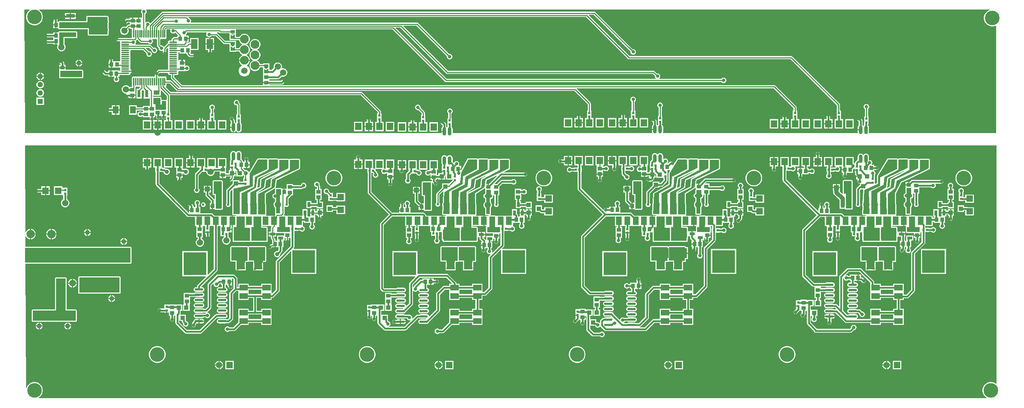
<source format=gtl>
G04*
G04 #@! TF.GenerationSoftware,Altium Limited,Altium Designer,22.1.2 (22)*
G04*
G04 Layer_Physical_Order=1*
G04 Layer_Color=255*
%FSLAX44Y44*%
%MOMM*%
G71*
G04*
G04 #@! TF.SameCoordinates,E8DC7784-5412-4491-ADA6-3D39AB0E1C33*
G04*
G04*
G04 #@! TF.FilePolarity,Positive*
G04*
G01*
G75*
%ADD12C,0.2540*%
%ADD20O,2.0380X0.5740*%
%ADD21R,1.0000X0.9000*%
%ADD22R,1.1000X1.0000*%
%ADD23R,1.0000X1.1000*%
%ADD24R,0.9000X1.0000*%
%ADD25R,1.6000X1.5000*%
%ADD26R,1.5250X1.7800*%
%ADD27O,0.9000X2.0000*%
%ADD28R,2.0000X1.4000*%
%ADD29R,3.2500X2.3500*%
%ADD30R,1.2500X0.7000*%
%ADD31R,0.7000X1.2500*%
%ADD32R,1.5000X1.6000*%
%ADD33O,2.0000X0.3000*%
%ADD34O,0.3000X2.0000*%
%ADD35R,1.5063X2.3760*%
%ADD36R,1.4700X1.0700*%
%ADD37R,0.6500X1.8000*%
%ADD38R,0.5000X1.6000*%
%ADD39R,1.3500X1.8000*%
%ADD40R,2.1500X0.9000*%
%ADD41R,2.1500X3.2500*%
%ADD68C,2.0000*%
%ADD85R,0.5400X0.5657*%
%ADD86R,0.5657X0.5400*%
%ADD87R,1.0000X0.7500*%
%ADD88R,1.0300X0.7500*%
%ADD89C,0.2500*%
%ADD90C,0.3810*%
%ADD91C,1.0000*%
%ADD92R,0.9906X0.2150*%
%ADD93C,1.1500*%
%ADD94R,1.1500X1.1500*%
%ADD95C,1.5000*%
%ADD96R,1.5000X1.5000*%
%ADD97R,1.1500X1.1500*%
%ADD98R,1.6000X1.6000*%
%ADD99C,1.6000*%
%ADD100C,1.5240*%
%ADD101C,2.1000*%
%ADD102C,1.3000*%
%ADD103R,1.3000X1.3000*%
%ADD104C,3.5000*%
%ADD105R,5.5160X5.5160*%
%ADD106R,1.4000X2.0000*%
%ADD107R,2.0000X2.0000*%
%ADD108C,0.8000*%
%ADD109C,0.6000*%
%ADD110C,1.0000*%
G36*
X509397Y887250D02*
X504317Y890524D01*
X514223D01*
X509397Y887250D01*
D02*
G37*
G36*
X514286Y883475D02*
X504126D01*
Y887286D01*
X508714Y884443D01*
X514286Y888073D01*
Y883475D01*
D02*
G37*
G36*
X359563Y898762D02*
X359220Y897481D01*
Y895759D01*
X359666Y894096D01*
X360527Y892604D01*
X361744Y891387D01*
X363236Y890526D01*
X364899Y890080D01*
X366621D01*
X368284Y890526D01*
X369776Y891387D01*
X370827Y892438D01*
X376982Y886283D01*
X376496Y885110D01*
X376350D01*
Y881434D01*
X368300D01*
X368300Y881434D01*
X366821Y881140D01*
X365568Y880302D01*
X363377Y878111D01*
X362539Y876858D01*
X362245Y875379D01*
Y873470D01*
X357609D01*
X356033Y873156D01*
X354696Y872263D01*
X353803Y870927D01*
X353490Y869351D01*
X353803Y867774D01*
X353688Y867195D01*
X353376Y866986D01*
X344565Y858175D01*
X343306Y858341D01*
X343083Y858726D01*
X341866Y859943D01*
X340374Y860804D01*
X338711Y861250D01*
X336989D01*
X336820Y861205D01*
X334973Y863051D01*
Y875955D01*
X335955Y876761D01*
X336110Y876730D01*
X337687Y877043D01*
X338610Y877660D01*
X339533Y877043D01*
X341109Y876730D01*
X342686Y877043D01*
X343610Y877661D01*
X344534Y877043D01*
X346110Y876730D01*
X347687Y877043D01*
X349023Y877936D01*
X349916Y879273D01*
X350230Y880849D01*
Y897849D01*
X350007Y898969D01*
X350784Y900032D01*
X358868D01*
X359563Y898762D01*
D02*
G37*
G36*
X509397Y858848D02*
X504317Y862122D01*
X514223D01*
X509397Y858848D01*
D02*
G37*
G36*
X509714Y855884D02*
X514286Y858863D01*
Y855073D01*
X504126D01*
Y859346D01*
X509714Y855884D01*
D02*
G37*
G36*
X476850Y891856D02*
X478103Y891018D01*
X479582Y890724D01*
X500491D01*
X501727Y890524D01*
X501728Y890520D01*
Y890396D01*
X501730Y890387D01*
Y888298D01*
X501730Y888298D01*
X501571Y887704D01*
X501578Y887501D01*
X501537Y887286D01*
Y883475D01*
X501580Y883258D01*
Y874282D01*
X511397D01*
X511770Y874208D01*
X524271D01*
X525059Y871267D01*
X526775Y868293D01*
X529203Y865865D01*
X531919Y864297D01*
X532055Y863640D01*
Y863560D01*
X531919Y862903D01*
X529203Y861335D01*
X526775Y858907D01*
X525059Y855933D01*
X524745Y854764D01*
X516960D01*
Y858460D01*
X516960D01*
X516824Y859674D01*
X516810Y859896D01*
X516810Y859896D01*
X516810Y859896D01*
Y861990D01*
X516813Y862004D01*
Y862122D01*
X516813Y862122D01*
X516813Y862122D01*
Y864154D01*
X516810Y864168D01*
Y872476D01*
X507143D01*
X506770Y872550D01*
X490702D01*
X472789Y890462D01*
X471536Y891300D01*
X470602Y891486D01*
X470727Y892756D01*
X475949D01*
X476850Y891856D01*
D02*
G37*
G36*
X2326614Y946150D02*
X2323497Y944859D01*
X2320215Y942666D01*
X2317424Y939875D01*
X2315231Y936592D01*
X2313720Y932945D01*
X2312950Y929074D01*
Y925126D01*
X2313720Y921255D01*
X2315231Y917607D01*
X2317424Y914325D01*
X2320215Y911534D01*
X2323497Y909341D01*
X2327144Y907830D01*
X2331016Y907060D01*
X2334964D01*
X2338835Y907830D01*
X2340824Y908654D01*
X2341880Y907948D01*
Y650240D01*
X2037101D01*
X2036355Y651510D01*
X2036561Y653070D01*
Y664070D01*
X2036319Y665908D01*
X2035609Y667620D01*
X2034481Y669091D01*
X2033992Y669466D01*
Y671023D01*
X2035970D01*
Y679680D01*
Y690416D01*
X2034594D01*
Y708402D01*
X2034776Y708507D01*
X2035993Y709724D01*
X2036854Y711216D01*
X2037300Y712879D01*
Y714601D01*
X2036854Y716264D01*
X2035993Y717756D01*
X2034776Y718973D01*
X2033284Y719834D01*
X2031621Y720280D01*
X2029899D01*
X2028236Y719834D01*
X2026744Y718973D01*
X2025527Y717756D01*
X2024666Y716264D01*
X2024220Y714601D01*
Y712879D01*
X2024666Y711216D01*
X2025527Y709724D01*
X2026744Y708507D01*
X2026866Y708437D01*
Y690416D01*
X2025490D01*
Y677053D01*
X2025273Y676728D01*
X2024928Y674994D01*
Y669466D01*
X2024439Y669091D01*
X2023910Y668402D01*
X2022310D01*
X2021781Y669091D01*
X2021292Y669466D01*
Y680232D01*
X2021292Y680232D01*
X2020947Y681966D01*
X2019965Y683437D01*
X2019965Y683437D01*
X2016212Y687189D01*
Y688340D01*
X2015867Y690074D01*
X2014885Y691545D01*
X2013414Y692527D01*
X2011680Y692872D01*
X2009946Y692527D01*
X2008475Y691545D01*
X2007493Y690074D01*
X2007148Y688340D01*
Y685312D01*
X2007493Y683578D01*
X2008475Y682107D01*
X2012228Y678355D01*
Y669466D01*
X2011739Y669091D01*
X2010611Y667620D01*
X2009901Y665908D01*
X2009659Y664070D01*
Y659840D01*
X2016760D01*
Y657300D01*
X2009659D01*
Y653070D01*
X2009865Y651510D01*
X2009119Y650240D01*
X1542689D01*
X1541878Y651510D01*
X1542289Y652502D01*
X1542531Y654340D01*
Y665340D01*
X1542289Y667178D01*
X1541579Y668890D01*
X1540451Y670361D01*
X1539962Y670736D01*
Y672293D01*
X1540670D01*
Y680950D01*
Y691686D01*
X1539309D01*
Y712221D01*
X1539476Y712317D01*
X1540693Y713534D01*
X1541554Y715026D01*
X1542000Y716689D01*
Y718411D01*
X1541554Y720074D01*
X1540693Y721566D01*
X1539476Y722783D01*
X1537984Y723644D01*
X1536321Y724090D01*
X1534599D01*
X1532936Y723644D01*
X1531444Y722783D01*
X1530227Y721566D01*
X1529366Y720074D01*
X1528920Y718411D01*
Y716689D01*
X1529366Y715026D01*
X1530227Y713534D01*
X1531444Y712317D01*
X1531581Y712238D01*
Y691686D01*
X1530190D01*
Y680950D01*
Y672293D01*
X1530898D01*
Y670736D01*
X1530409Y670361D01*
X1529880Y669672D01*
X1528280D01*
X1527751Y670361D01*
X1527262Y670736D01*
Y678962D01*
X1527262Y678962D01*
X1526917Y680696D01*
X1525935Y682167D01*
X1522182Y685919D01*
Y687070D01*
X1521837Y688804D01*
X1520855Y690275D01*
X1519384Y691257D01*
X1517650Y691602D01*
X1515916Y691257D01*
X1514445Y690275D01*
X1513463Y688804D01*
X1513118Y687070D01*
Y684042D01*
X1513463Y682308D01*
X1514445Y680837D01*
X1518198Y677085D01*
Y670736D01*
X1517709Y670361D01*
X1516581Y668890D01*
X1515871Y667178D01*
X1515629Y665340D01*
Y661110D01*
X1522730D01*
Y658570D01*
X1515629D01*
Y654340D01*
X1515871Y652502D01*
X1516282Y651510D01*
X1515471Y650240D01*
X1037071D01*
Y660260D01*
X1036829Y662098D01*
X1036119Y663810D01*
X1034991Y665281D01*
X1034803Y665425D01*
X1035157Y666695D01*
X1035210D01*
Y675352D01*
Y686088D01*
X1034484D01*
Y697609D01*
X1034636Y697697D01*
X1035853Y698914D01*
X1036714Y700406D01*
X1037160Y702069D01*
Y703791D01*
X1036714Y705454D01*
X1035853Y706946D01*
X1034636Y708163D01*
X1033144Y709024D01*
X1031481Y709470D01*
X1029759D01*
X1028096Y709024D01*
X1026604Y708163D01*
X1025387Y706946D01*
X1024526Y705454D01*
X1024080Y703791D01*
Y702069D01*
X1024526Y700406D01*
X1025387Y698914D01*
X1026604Y697697D01*
X1026756Y697609D01*
Y686088D01*
X1024730D01*
Y675352D01*
Y666695D01*
X1024730D01*
X1025058Y665539D01*
X1024300Y664592D01*
X1022820D01*
X1022291Y665281D01*
X1021802Y665656D01*
Y671342D01*
X1021802Y671342D01*
X1021457Y673076D01*
X1020475Y674547D01*
X1020474Y674547D01*
X1015452Y679569D01*
Y680720D01*
X1015107Y682454D01*
X1014125Y683925D01*
X1012654Y684907D01*
X1010920Y685252D01*
X1009186Y684907D01*
X1007715Y683925D01*
X1006733Y682454D01*
X1006388Y680720D01*
Y677692D01*
X1006733Y675958D01*
X1007715Y674487D01*
X1012738Y669465D01*
Y665656D01*
X1012249Y665281D01*
X1011121Y663810D01*
X1010411Y662098D01*
X1010169Y660260D01*
Y656030D01*
X1017270D01*
Y653490D01*
X1010169D01*
Y650240D01*
X334210D01*
X333405Y651222D01*
X333462Y651510D01*
Y658851D01*
X339095D01*
Y669021D01*
X328930D01*
X318765D01*
Y658851D01*
X324398D01*
Y651510D01*
X324455Y651222D01*
X323650Y650240D01*
X10131D01*
X8894Y946520D01*
X9790Y947420D01*
X21273D01*
X21658Y946150D01*
X20245Y945206D01*
X17454Y942415D01*
X15261Y939133D01*
X13750Y935486D01*
X12980Y931614D01*
Y927666D01*
X13750Y923794D01*
X15261Y920147D01*
X17454Y916865D01*
X20245Y914074D01*
X23527Y911881D01*
X27174Y910370D01*
X31046Y909600D01*
X34994D01*
X38865Y910370D01*
X42512Y911881D01*
X45795Y914074D01*
X48586Y916865D01*
X50779Y920147D01*
X52290Y923794D01*
X53060Y927666D01*
Y931614D01*
X52290Y935486D01*
X50779Y939133D01*
X48586Y942415D01*
X45795Y945206D01*
X44382Y946150D01*
X44767Y947420D01*
X290166D01*
X290588Y946150D01*
X289846Y944864D01*
X289400Y943201D01*
Y941479D01*
X289846Y939816D01*
X290707Y938324D01*
X291398Y937633D01*
Y928942D01*
X290750Y927940D01*
X284480D01*
Y920900D01*
X281940D01*
Y927940D01*
X270510D01*
Y920900D01*
X267970D01*
Y927940D01*
X261700D01*
Y925432D01*
X254638D01*
X254638Y925432D01*
X252904Y925087D01*
X251433Y924105D01*
X251433Y924105D01*
X247531Y920202D01*
X246380D01*
X244646Y919857D01*
X243175Y918875D01*
X242193Y917404D01*
X241848Y915670D01*
X242193Y913936D01*
X243175Y912465D01*
X244646Y911483D01*
X246380Y911138D01*
X249408D01*
X251142Y911483D01*
X252613Y912465D01*
X256515Y916368D01*
X261700D01*
Y911764D01*
X259702D01*
X259702Y911764D01*
X258223Y911470D01*
X256970Y910632D01*
X256970Y910632D01*
X252415Y906078D01*
X250242Y906660D01*
X247598D01*
X245045Y905976D01*
X242755Y904654D01*
X240886Y902785D01*
X239564Y900495D01*
X238880Y897942D01*
Y895298D01*
X239564Y892745D01*
X240886Y890455D01*
X242755Y888586D01*
X245045Y887264D01*
X247598Y886580D01*
X250242D01*
X252795Y887264D01*
X255085Y888586D01*
X256954Y890455D01*
X258276Y892745D01*
X258960Y895298D01*
Y897942D01*
X258276Y900495D01*
X258088Y900821D01*
X260430Y903163D01*
X261700Y902637D01*
Y900860D01*
X267245D01*
Y899130D01*
X266990Y897849D01*
Y880849D01*
X267049Y880554D01*
X266243Y879572D01*
X230793D01*
X228792Y881572D01*
X227539Y882410D01*
X226060Y882704D01*
X224581Y882410D01*
X223328Y881572D01*
X222490Y880319D01*
X222196Y878840D01*
X222490Y877361D01*
X223328Y876108D01*
X226460Y872976D01*
X226460Y872976D01*
X227713Y872138D01*
X229192Y871844D01*
X238007D01*
X238735Y870574D01*
X238492Y869351D01*
X238805Y867774D01*
X239423Y866850D01*
X238805Y865926D01*
X238492Y864349D01*
X238805Y862773D01*
X239422Y861850D01*
X238805Y860927D01*
X238492Y859351D01*
X238805Y857774D01*
X239423Y856850D01*
X238805Y855926D01*
X238492Y854349D01*
X238805Y852773D01*
X239422Y851850D01*
X238805Y850927D01*
X238492Y849351D01*
X238805Y847774D01*
X239423Y846850D01*
X238805Y845926D01*
X238492Y844349D01*
X238805Y842773D01*
X239422Y841850D01*
X238805Y840927D01*
X238492Y839351D01*
X238805Y837774D01*
X239423Y836850D01*
X238805Y835926D01*
X238492Y834349D01*
X238805Y832773D01*
X239422Y831850D01*
X238805Y830927D01*
X238492Y829351D01*
X238805Y827774D01*
X239423Y826850D01*
X238805Y825926D01*
X238492Y824349D01*
X238550Y824059D01*
X237489Y822880D01*
X221627D01*
Y833195D01*
X221282Y834929D01*
X220300Y836400D01*
X219105Y837595D01*
X217634Y838577D01*
X215900Y838922D01*
X214166Y838577D01*
X212695Y837595D01*
X211713Y836124D01*
X211368Y834390D01*
X211713Y832656D01*
X212563Y831384D01*
Y822880D01*
X211250D01*
Y816610D01*
X218290D01*
Y815340D01*
X219560D01*
Y807800D01*
X238330D01*
X239289Y807050D01*
X239423Y806850D01*
X238805Y805926D01*
X238492Y804349D01*
X238805Y802773D01*
X239422Y801850D01*
X238805Y800927D01*
X238659Y800192D01*
X237305Y799332D01*
X237292Y799332D01*
X237060Y799415D01*
Y801290D01*
X218290D01*
Y793750D01*
Y786210D01*
X225592D01*
X225900Y785315D01*
X225931Y784940D01*
X224787Y783796D01*
X223926Y782304D01*
X223480Y780641D01*
Y778919D01*
X223926Y777256D01*
X224787Y775764D01*
X226004Y774547D01*
X227496Y773686D01*
X229159Y773240D01*
X230881D01*
X232544Y773686D01*
X234036Y774547D01*
X235253Y775764D01*
X236114Y777256D01*
X236560Y778919D01*
Y780641D01*
X236114Y782304D01*
X235253Y783796D01*
X234109Y784940D01*
X234139Y785315D01*
X234447Y786210D01*
X237060D01*
Y790485D01*
X241329D01*
X242611Y790230D01*
X259611D01*
X261187Y790544D01*
X262524Y791437D01*
X263417Y792773D01*
X263730Y794349D01*
X263699Y794505D01*
X264505Y795487D01*
X272301D01*
X273780Y795781D01*
X275033Y796618D01*
X275782Y797368D01*
X276620Y798621D01*
X276914Y800100D01*
X276620Y801579D01*
X275782Y802832D01*
X274529Y803670D01*
X273050Y803964D01*
X271571Y803670D01*
X270890Y803215D01*
X264505D01*
X263700Y804197D01*
X263730Y804349D01*
X263417Y805926D01*
X262799Y806850D01*
X263417Y807774D01*
X263730Y809351D01*
X263417Y810927D01*
X262800Y811850D01*
X263417Y812773D01*
X263730Y814349D01*
X263417Y815926D01*
X262799Y816850D01*
X263417Y817774D01*
X263730Y819351D01*
X263417Y820927D01*
X262800Y821850D01*
X263417Y822773D01*
X263730Y824349D01*
X263417Y825926D01*
X262799Y826850D01*
X263417Y827774D01*
X263730Y829351D01*
X263417Y830927D01*
X262800Y831850D01*
X263417Y832773D01*
X263730Y834349D01*
X263417Y835926D01*
X262799Y836850D01*
X263417Y837774D01*
X263730Y839351D01*
X263417Y840927D01*
X262800Y841850D01*
X263417Y842773D01*
X263730Y844349D01*
X263417Y845926D01*
X262799Y846850D01*
X263417Y847774D01*
X263730Y849351D01*
X263700Y849503D01*
X264505Y850485D01*
X293430D01*
X302145Y841770D01*
X302100Y841601D01*
Y839879D01*
X302546Y838216D01*
X303407Y836724D01*
X304624Y835507D01*
X306116Y834646D01*
X307779Y834200D01*
X309501D01*
X311164Y834646D01*
X312656Y835507D01*
X313873Y836724D01*
X314734Y838216D01*
X315180Y839879D01*
Y841601D01*
X314734Y843264D01*
X313873Y844756D01*
X312656Y845973D01*
X311164Y846834D01*
X309501Y847280D01*
X307779D01*
X307610Y847235D01*
X300532Y854313D01*
X301018Y855486D01*
X308530D01*
X314800Y849217D01*
Y848769D01*
X315246Y847106D01*
X316107Y845614D01*
X317324Y844397D01*
X318816Y843536D01*
X320479Y843090D01*
X322201D01*
X323864Y843536D01*
X325356Y844397D01*
X326573Y845614D01*
X327434Y847106D01*
X327880Y848769D01*
Y850491D01*
X327434Y852154D01*
X326573Y853646D01*
X325356Y854863D01*
X323864Y855724D01*
X322201Y856170D01*
X320479D01*
X319136Y855810D01*
X312864Y862083D01*
X311610Y862921D01*
X310131Y863215D01*
X276120D01*
X275594Y864485D01*
X275773Y864664D01*
X276634Y866156D01*
X277080Y867819D01*
Y869541D01*
X276817Y870523D01*
X276665Y871088D01*
X276665Y871088D01*
X276634Y871204D01*
X276369Y871664D01*
X276960Y872693D01*
X277128Y872808D01*
X277379Y872976D01*
X278843Y874440D01*
X278843Y874440D01*
X279011Y874692D01*
X280275Y874816D01*
X286604Y868488D01*
X287857Y867650D01*
X289336Y867356D01*
X305859D01*
X305947Y867204D01*
X307164Y865987D01*
X308656Y865126D01*
X310319Y864680D01*
X312041D01*
X313704Y865126D01*
X315196Y865987D01*
X316413Y867204D01*
X317274Y868696D01*
X317720Y870359D01*
Y872081D01*
X317274Y873744D01*
X316413Y875236D01*
X316117Y875532D01*
X316615Y876830D01*
X317687Y877043D01*
X318610Y877660D01*
X319533Y877043D01*
X321109Y876730D01*
X322686Y877043D01*
X323610Y877661D01*
X324534Y877043D01*
X326110Y876730D01*
X326263Y876760D01*
X327245Y875955D01*
Y861451D01*
X327539Y859972D01*
X328377Y858718D01*
X331355Y855740D01*
X331310Y855571D01*
Y853849D01*
X331756Y852186D01*
X332617Y850694D01*
X333834Y849477D01*
X335326Y848616D01*
X336989Y848170D01*
X338711D01*
X340306Y848597D01*
X340549Y848627D01*
X341576Y847914D01*
Y842010D01*
X341870Y840531D01*
X342708Y839278D01*
X343961Y838440D01*
X345440Y838146D01*
X346919Y838440D01*
X348172Y839278D01*
X349010Y840531D01*
X349304Y842010D01*
Y851985D01*
X352326Y855006D01*
X353496Y854380D01*
X353490Y854349D01*
X353803Y852773D01*
X354420Y851850D01*
X353803Y850927D01*
X353490Y849351D01*
X353803Y847774D01*
X354421Y846850D01*
X353803Y845926D01*
X353490Y844349D01*
X353803Y842773D01*
X354420Y841850D01*
X353803Y840927D01*
X353490Y839351D01*
X353803Y837774D01*
X354421Y836850D01*
X353803Y835926D01*
X353490Y834349D01*
X353803Y832773D01*
X354420Y831850D01*
X353803Y830927D01*
X353490Y829351D01*
X353803Y827774D01*
X354421Y826850D01*
X353803Y825926D01*
X353490Y824349D01*
X353803Y822773D01*
X354420Y821850D01*
X353803Y820927D01*
X353490Y819351D01*
X353803Y817774D01*
X354421Y816850D01*
X353803Y815926D01*
X353490Y814349D01*
X353803Y812773D01*
X354420Y811850D01*
X353803Y810927D01*
X353490Y809351D01*
X353803Y807774D01*
X354421Y806850D01*
X353803Y805926D01*
X353490Y804349D01*
X353520Y804197D01*
X352715Y803215D01*
X331991D01*
X330512Y802921D01*
X329258Y802083D01*
X329258Y802083D01*
X323474Y796299D01*
X322636Y795045D01*
X322342Y793566D01*
Y787726D01*
X321360Y786920D01*
X321109Y786970D01*
X319533Y786657D01*
X318610Y786040D01*
X317687Y786657D01*
X316111Y786970D01*
X314534Y786657D01*
X313610Y786039D01*
X312686Y786657D01*
X311109Y786970D01*
X309533Y786657D01*
X308610Y786040D01*
X307687Y786657D01*
X306111Y786970D01*
X304534Y786657D01*
X303610Y786039D01*
X302686Y786657D01*
X301109Y786970D01*
X299533Y786657D01*
X298610Y786040D01*
X297687Y786657D01*
X296111Y786970D01*
X294534Y786657D01*
X293610Y786039D01*
X292686Y786657D01*
X291109Y786970D01*
X289533Y786657D01*
X288610Y786040D01*
X287687Y786657D01*
X286111Y786970D01*
X284534Y786657D01*
X283610Y786039D01*
X282686Y786657D01*
X281109Y786970D01*
X279533Y786657D01*
X278610Y786040D01*
X277687Y786657D01*
X276111Y786970D01*
X274534Y786657D01*
X273610Y786039D01*
X272685Y786657D01*
X271109Y786970D01*
X269533Y786657D01*
X268196Y785764D01*
X267303Y784427D01*
X266990Y782851D01*
Y765851D01*
X267245Y764569D01*
Y761570D01*
X260905D01*
X260764Y761815D01*
X258895Y763684D01*
X256605Y765006D01*
X254052Y765690D01*
X251408D01*
X248855Y765006D01*
X246565Y763684D01*
X244696Y761815D01*
X243374Y759525D01*
X242690Y756972D01*
Y754328D01*
X243374Y751775D01*
X244696Y749485D01*
X246565Y747616D01*
X248855Y746294D01*
X251408Y745610D01*
X253436D01*
X253962Y744340D01*
X250754Y741132D01*
X250190D01*
X248456Y740787D01*
X246985Y739805D01*
X246003Y738334D01*
X245658Y736600D01*
X246003Y734866D01*
X246985Y733395D01*
X248456Y732413D01*
X250190Y732068D01*
X252631D01*
X254365Y732413D01*
X255836Y733395D01*
X259160Y736720D01*
X260430Y736284D01*
Y734490D01*
X266700D01*
Y741530D01*
X267970D01*
Y742800D01*
X275510D01*
Y747490D01*
Y760556D01*
X276099Y761709D01*
X276667Y761843D01*
X277687Y762045D01*
X278610Y762662D01*
X279533Y762045D01*
X281109Y761732D01*
X282686Y762045D01*
X283610Y762663D01*
X284534Y762045D01*
X285877Y761778D01*
X286255Y761084D01*
X286387Y760492D01*
X282925Y757030D01*
X278080D01*
Y733950D01*
X288243D01*
Y728668D01*
X287913Y728174D01*
X287568Y726440D01*
X287913Y724706D01*
X288895Y723235D01*
X290366Y722253D01*
X292100Y721908D01*
X293834Y722253D01*
X295305Y723235D01*
X295980Y723910D01*
X295980Y723910D01*
X296962Y725381D01*
X297307Y727115D01*
X297307Y727115D01*
Y733950D01*
X308660D01*
Y733950D01*
X309856Y733770D01*
Y715700D01*
X308530D01*
Y715850D01*
X293450D01*
Y712524D01*
X278960D01*
Y717660D01*
X260380D01*
Y694580D01*
X278960D01*
Y704796D01*
X293450D01*
Y700417D01*
X291812D01*
X291036Y701193D01*
X289544Y702054D01*
X287881Y702500D01*
X286159D01*
X284496Y702054D01*
X283004Y701193D01*
X281787Y699976D01*
X280926Y698484D01*
X280480Y696821D01*
Y695099D01*
X280926Y693436D01*
X281787Y691944D01*
X283004Y690727D01*
X284496Y689866D01*
X286159Y689420D01*
X287881D01*
X289544Y689866D01*
X291036Y690727D01*
X291662Y691353D01*
X293450D01*
Y688770D01*
X307420D01*
Y688620D01*
X310428D01*
Y684530D01*
X310732Y683001D01*
X310112Y681731D01*
X293365D01*
Y658851D01*
X313695D01*
Y679249D01*
X314677Y680054D01*
X314960Y679998D01*
X316694Y680343D01*
X317495Y680878D01*
X318765Y680199D01*
Y671561D01*
X327660D01*
Y681731D01*
X319963D01*
X319536Y682289D01*
X319188Y683001D01*
X319492Y684530D01*
Y688620D01*
X322500D01*
Y692580D01*
X325033D01*
Y688975D01*
X325378Y687241D01*
X326360Y685770D01*
X326995Y685135D01*
X328466Y684153D01*
X330200Y683808D01*
X331934Y684153D01*
X333405Y685135D01*
X334387Y686606D01*
X334732Y688340D01*
X334387Y690074D01*
X334097Y690508D01*
Y692413D01*
X335360Y692430D01*
Y692430D01*
X338368D01*
Y688340D01*
X338713Y686606D01*
X339695Y685135D01*
X341166Y684153D01*
X342900Y683808D01*
X344634Y684153D01*
X346105Y685135D01*
X347087Y686606D01*
X347432Y688340D01*
Y692430D01*
X349090D01*
Y681731D01*
X344165D01*
Y658851D01*
X364495D01*
Y681731D01*
X359570D01*
Y689840D01*
Y700576D01*
X358194D01*
Y741626D01*
X816309D01*
X857226Y700709D01*
Y698036D01*
X855820D01*
Y687300D01*
Y678644D01*
X854849Y677921D01*
X850895D01*
Y655041D01*
X871225D01*
Y677921D01*
X867271D01*
X866300Y678644D01*
Y687300D01*
Y698036D01*
X864954D01*
Y702310D01*
X864660Y703789D01*
X863822Y705042D01*
X820642Y748222D01*
X819389Y749060D01*
X817910Y749354D01*
X359771D01*
X348178Y760947D01*
X348399Y762522D01*
X349023Y762938D01*
X349916Y764275D01*
X350230Y765851D01*
Y769566D01*
X357839D01*
X374487Y752918D01*
X374487Y752918D01*
X375741Y752080D01*
X377220Y751786D01*
X1329389D01*
X1361386Y719789D01*
Y704386D01*
X1360010D01*
Y693650D01*
Y686811D01*
X1355085D01*
Y663931D01*
X1375415D01*
Y686811D01*
X1370490D01*
Y693650D01*
Y704386D01*
X1369114D01*
Y721390D01*
X1369114Y721390D01*
X1368820Y722869D01*
X1367982Y724122D01*
X1367982Y724122D01*
X1335142Y756962D01*
X1335628Y758136D01*
X1808179D01*
X1855416Y710899D01*
Y704386D01*
X1854040D01*
Y693650D01*
Y684994D01*
X1853069Y684271D01*
X1849115D01*
Y661391D01*
X1869445D01*
Y684271D01*
X1865491D01*
X1864520Y684994D01*
Y693650D01*
Y704386D01*
X1863144D01*
Y712500D01*
X1863144Y712500D01*
X1862850Y713979D01*
X1862012Y715232D01*
X1862012Y715232D01*
X1812512Y764732D01*
X1811259Y765570D01*
X1809780Y765864D01*
X596820D01*
Y767478D01*
X626742D01*
X628476Y767823D01*
X629947Y768805D01*
X635119Y773978D01*
X636270D01*
X638004Y774323D01*
X639475Y775305D01*
X640457Y776776D01*
X640802Y778510D01*
X640457Y780244D01*
X639475Y781715D01*
X638004Y782697D01*
X636270Y783042D01*
X633242D01*
X631508Y782697D01*
X630037Y781715D01*
X630037Y781715D01*
X624865Y776542D01*
X596820D01*
Y780478D01*
X618640D01*
X620374Y780823D01*
X621845Y781805D01*
X626777Y786738D01*
X628598Y786250D01*
X631242D01*
X633795Y786934D01*
X636085Y788256D01*
X637954Y790125D01*
X639276Y792415D01*
X639960Y794968D01*
Y797612D01*
X639276Y800165D01*
X637954Y802455D01*
X636085Y804324D01*
X633795Y805646D01*
X631242Y806330D01*
X628598D01*
X627820Y806122D01*
X626783Y807159D01*
X627260Y808938D01*
Y811582D01*
X626576Y814135D01*
X625254Y816425D01*
X623385Y818294D01*
X621095Y819616D01*
X618542Y820300D01*
X615898D01*
X613345Y819616D01*
X611055Y818294D01*
X609186Y816425D01*
X607864Y814135D01*
X607180Y811582D01*
Y808938D01*
X607565Y807502D01*
X602617Y802554D01*
X596970D01*
Y804312D01*
X596886D01*
Y805523D01*
X596839Y805759D01*
X596842Y805999D01*
X596820Y806054D01*
Y807828D01*
X596824Y807846D01*
Y809996D01*
X596820Y810014D01*
Y818328D01*
X581740D01*
Y816664D01*
X575075D01*
X574761Y817833D01*
X573045Y820807D01*
X570617Y823235D01*
X567901Y824803D01*
X567765Y825460D01*
Y825540D01*
X567901Y826197D01*
X570617Y827765D01*
X573045Y830193D01*
X574761Y833167D01*
X575650Y836483D01*
Y839917D01*
X574761Y843233D01*
X573045Y846207D01*
X570617Y848635D01*
X567901Y850203D01*
X567765Y850860D01*
Y850940D01*
X567901Y851597D01*
X570617Y853165D01*
X573045Y855593D01*
X574761Y858567D01*
X575650Y861883D01*
Y865317D01*
X574761Y868633D01*
X573045Y871607D01*
X570617Y874035D01*
X567643Y875751D01*
X564327Y876640D01*
X560893D01*
X557577Y875751D01*
X554603Y874035D01*
X552175Y871607D01*
X550459Y868633D01*
X549570Y865317D01*
Y861883D01*
X550459Y858567D01*
X552175Y855593D01*
X554603Y853165D01*
X557319Y851597D01*
X557455Y850940D01*
Y850860D01*
X557319Y850203D01*
X554603Y848635D01*
X552175Y846207D01*
X550459Y843233D01*
X549570Y839917D01*
Y836483D01*
X550459Y833167D01*
X552175Y830193D01*
X554603Y827765D01*
X557319Y826197D01*
X557455Y825540D01*
Y825460D01*
X557319Y824803D01*
X554603Y823235D01*
X552175Y820807D01*
X550459Y817833D01*
X549570Y814517D01*
Y811083D01*
X550459Y807767D01*
X552175Y804793D01*
X554603Y802365D01*
X557577Y800649D01*
X560893Y799760D01*
X564327D01*
X567643Y800649D01*
X570617Y802365D01*
X573045Y804793D01*
X574761Y807767D01*
X575075Y808936D01*
X580967D01*
X581737Y807974D01*
X581738Y807970D01*
Y807846D01*
X581740Y807836D01*
Y805748D01*
X581740Y805748D01*
X581581Y805154D01*
X581588Y804950D01*
X581547Y804736D01*
Y800926D01*
X581590Y800708D01*
Y791732D01*
X581740D01*
Y777970D01*
Y773280D01*
X589280D01*
Y770740D01*
X581740D01*
Y765864D01*
X387710D01*
X368384Y785191D01*
Y790230D01*
X374609D01*
X376185Y790544D01*
X377522Y791437D01*
X378414Y792773D01*
X378728Y794349D01*
X378414Y795926D01*
X377797Y796850D01*
X378414Y797774D01*
X378685Y799133D01*
X379815Y799404D01*
X379936Y799410D01*
X394920D01*
Y799857D01*
X396020Y800492D01*
X396256Y800356D01*
X397919Y799910D01*
X399641D01*
X401304Y800356D01*
X402796Y801217D01*
X404013Y802434D01*
X404874Y803926D01*
X405320Y805589D01*
Y807311D01*
X404874Y808974D01*
X404013Y810466D01*
X402796Y811683D01*
X401304Y812544D01*
X399641Y812990D01*
X397919D01*
X396256Y812544D01*
X396190Y812506D01*
X394920Y813240D01*
Y818180D01*
X387380D01*
Y820720D01*
X394920D01*
Y826490D01*
X391897D01*
Y833105D01*
X391897Y833105D01*
X391552Y834839D01*
X390570Y836310D01*
X390555Y836325D01*
X389084Y837307D01*
X387350Y837652D01*
X385616Y837307D01*
X384145Y836325D01*
X383163Y834854D01*
X382818Y833120D01*
X382833Y833045D01*
Y826490D01*
X379840D01*
Y825269D01*
X378570Y825144D01*
X378414Y825926D01*
X377797Y826850D01*
X378414Y827774D01*
X378728Y829351D01*
X378414Y830927D01*
X377798Y831850D01*
X378414Y832773D01*
X378728Y834349D01*
X378414Y835926D01*
X377797Y836850D01*
X378414Y837774D01*
X378728Y839351D01*
X378414Y840927D01*
X377798Y841850D01*
X378414Y842773D01*
X378728Y844349D01*
X378701Y844484D01*
X379507Y845466D01*
X381430D01*
Y842090D01*
X397606D01*
Y841860D01*
X397900Y840381D01*
X398737Y839128D01*
X403668Y834198D01*
X404921Y833360D01*
X406400Y833066D01*
X421640D01*
X423119Y833360D01*
X424372Y834198D01*
X425210Y835451D01*
X425504Y836930D01*
X425210Y838409D01*
X424372Y839662D01*
X423119Y840500D01*
X421640Y840794D01*
X409202D01*
X409039Y841039D01*
X408510Y842090D01*
Y850450D01*
X427076D01*
Y879290D01*
X406933D01*
Y868734D01*
X403860D01*
X403860Y868734D01*
X402381Y868440D01*
X401524Y867868D01*
X400422Y868336D01*
X400254Y868511D01*
Y870030D01*
X403430D01*
Y876300D01*
X396390D01*
Y878840D01*
X403430D01*
Y885110D01*
X396943D01*
X396576Y886050D01*
X396549Y886380D01*
X397693Y887524D01*
X398554Y889016D01*
X399000Y890679D01*
Y892401D01*
X400220Y892756D01*
X446306D01*
X446767Y891486D01*
X446056Y890254D01*
X445610Y888591D01*
Y886869D01*
X446056Y885206D01*
X446917Y883714D01*
X448134Y882497D01*
X449626Y881636D01*
X451289Y881190D01*
X453011D01*
X454674Y881636D01*
X456166Y882497D01*
X457383Y883714D01*
X457471Y883866D01*
X468456D01*
X486369Y865954D01*
X486369Y865954D01*
X487622Y865116D01*
X489101Y864822D01*
X500756D01*
X501727Y864154D01*
Y862004D01*
X501730Y861990D01*
Y860318D01*
X501675Y860044D01*
X501571Y859764D01*
X501578Y859553D01*
X501537Y859346D01*
Y855073D01*
X501580Y854856D01*
Y845880D01*
X516960D01*
Y847036D01*
X524745D01*
X525059Y845867D01*
X526775Y842893D01*
X529203Y840465D01*
X531919Y838897D01*
X532055Y838240D01*
Y838160D01*
X531919Y837503D01*
X529203Y835935D01*
X526775Y833507D01*
X525059Y830533D01*
X524170Y827217D01*
Y826770D01*
X537210D01*
X550250D01*
Y827217D01*
X549361Y830533D01*
X547645Y833507D01*
X545217Y835935D01*
X542500Y837503D01*
X542365Y838160D01*
Y838240D01*
X542500Y838897D01*
X545217Y840465D01*
X547645Y842893D01*
X549361Y845867D01*
X550250Y849183D01*
Y852617D01*
X549361Y855933D01*
X547645Y858907D01*
X545217Y861335D01*
X542500Y862903D01*
X542365Y863560D01*
Y863640D01*
X542500Y864297D01*
X545217Y865865D01*
X547645Y868293D01*
X549361Y871267D01*
X550250Y874583D01*
Y878017D01*
X549361Y881333D01*
X547645Y884307D01*
X545217Y886735D01*
X542243Y888451D01*
X538927Y889340D01*
X535493D01*
X532177Y888451D01*
X529203Y886735D01*
X526775Y884307D01*
X525407Y881936D01*
X516960D01*
Y886862D01*
X516876D01*
Y888073D01*
X516829Y888309D01*
X516832Y888549D01*
X516810Y888604D01*
Y890378D01*
X516814Y890396D01*
Y892546D01*
X516810Y892564D01*
Y900032D01*
X892853D01*
X1018378Y774508D01*
X1019631Y773670D01*
X1021110Y773376D01*
X1682539D01*
X1682627Y773224D01*
X1683844Y772007D01*
X1685336Y771146D01*
X1686999Y770700D01*
X1688721D01*
X1690384Y771146D01*
X1691876Y772007D01*
X1693093Y773224D01*
X1693954Y774716D01*
X1694400Y776379D01*
Y778101D01*
X1693954Y779764D01*
X1693093Y781256D01*
X1691876Y782473D01*
X1690384Y783334D01*
X1688721Y783780D01*
X1686999D01*
X1685336Y783334D01*
X1683844Y782473D01*
X1682627Y781256D01*
X1682539Y781104D01*
X1533789D01*
X1533531Y781518D01*
X1533333Y782374D01*
X1534343Y783384D01*
X1535204Y784876D01*
X1535650Y786539D01*
Y788261D01*
X1535204Y789924D01*
X1534343Y791416D01*
X1533126Y792633D01*
X1531634Y793494D01*
X1529971Y793940D01*
X1528249D01*
X1528080Y793895D01*
X1522952Y799022D01*
X1521699Y799860D01*
X1520220Y800154D01*
X1026521D01*
X919260Y907414D01*
X919746Y908588D01*
X950337D01*
X1023505Y835420D01*
X1023460Y835251D01*
Y833529D01*
X1023906Y831866D01*
X1024767Y830374D01*
X1025984Y829157D01*
X1027476Y828296D01*
X1029139Y827850D01*
X1030861D01*
X1032524Y828296D01*
X1034016Y829157D01*
X1035233Y830374D01*
X1036094Y831866D01*
X1036540Y833529D01*
Y835251D01*
X1036094Y836914D01*
X1035233Y838406D01*
X1034016Y839623D01*
X1032524Y840484D01*
X1030861Y840930D01*
X1029139D01*
X1028970Y840885D01*
X954670Y915184D01*
X953417Y916022D01*
X951938Y916316D01*
X409078D01*
X408345Y917586D01*
X408714Y918226D01*
X409160Y919889D01*
Y921611D01*
X408714Y923274D01*
X407853Y924766D01*
X406636Y925983D01*
X405144Y926844D01*
X404306Y927069D01*
X402962Y928412D01*
X403448Y929586D01*
X1357329D01*
X1457798Y829118D01*
X1459051Y828280D01*
X1460530Y827986D01*
X1848819D01*
X1959586Y717219D01*
Y704386D01*
X1959450D01*
Y693650D01*
Y684994D01*
X1958479Y684271D01*
X1954525D01*
Y661391D01*
X1974855D01*
Y684271D01*
X1970901D01*
X1969930Y684994D01*
Y693650D01*
Y704386D01*
X1967314D01*
Y718820D01*
X1967020Y720299D01*
X1966182Y721552D01*
X1966182Y721553D01*
X1853152Y834582D01*
X1851899Y835420D01*
X1850420Y835714D01*
X1462131D01*
X1364352Y933492D01*
X1364838Y934666D01*
X1376379D01*
X1464195Y846850D01*
X1464150Y846681D01*
Y844959D01*
X1464596Y843296D01*
X1465457Y841804D01*
X1466674Y840587D01*
X1468166Y839726D01*
X1469829Y839280D01*
X1471551D01*
X1473214Y839726D01*
X1474706Y840587D01*
X1475923Y841804D01*
X1476784Y843296D01*
X1477230Y844959D01*
Y846681D01*
X1476784Y848344D01*
X1475923Y849836D01*
X1474706Y851053D01*
X1473214Y851914D01*
X1471551Y852360D01*
X1469829D01*
X1469660Y852315D01*
X1380712Y941262D01*
X1379459Y942100D01*
X1377980Y942394D01*
X340990D01*
X339511Y942100D01*
X338257Y941262D01*
X338257Y941262D01*
X312021Y915025D01*
X310433Y915234D01*
X310063Y915876D01*
X308846Y917093D01*
X307354Y917954D01*
X305691Y918400D01*
X303969D01*
X302306Y917954D01*
X300814Y917093D01*
X300396Y916675D01*
X299126Y917201D01*
Y936628D01*
X299956Y937107D01*
X301173Y938324D01*
X302034Y939816D01*
X302480Y941479D01*
Y943201D01*
X302034Y944864D01*
X301292Y946150D01*
X301714Y947420D01*
X2326361D01*
X2326614Y946150D01*
D02*
G37*
G36*
X589407Y804700D02*
X584327Y807974D01*
X594233D01*
X589407Y804700D01*
D02*
G37*
G36*
X594296Y800926D02*
X584136D01*
Y804736D01*
X588724Y801893D01*
X594296Y805523D01*
Y800926D01*
D02*
G37*
G36*
X1022188Y793558D02*
X1023441Y792720D01*
X1024920Y792426D01*
X1024920Y792426D01*
X1518619D01*
X1522615Y788430D01*
X1522570Y788261D01*
Y786539D01*
X1523016Y784876D01*
X1523877Y783384D01*
X1524887Y782374D01*
X1524689Y781518D01*
X1524431Y781104D01*
X1022711D01*
X900678Y903136D01*
X901164Y904310D01*
X911435D01*
X1022188Y793558D01*
D02*
G37*
G36*
X353521Y794505D02*
X353490Y794349D01*
X353803Y792773D01*
X354696Y791437D01*
X356033Y790544D01*
X357609Y790230D01*
X360656D01*
Y783590D01*
X360950Y782111D01*
X361787Y780858D01*
X381958Y760688D01*
X381471Y759514D01*
X378820D01*
X362172Y776162D01*
X360919Y777000D01*
X359440Y777294D01*
X350230D01*
Y782851D01*
X349916Y784427D01*
X349023Y785764D01*
X347687Y786657D01*
X346110Y786970D01*
X344534Y786657D01*
X343610Y786039D01*
X342686Y786657D01*
X341109Y786970D01*
X339533Y786657D01*
X338610Y786040D01*
X337687Y786657D01*
X336110Y786970D01*
X334534Y786657D01*
X333610Y786039D01*
X332686Y786657D01*
X331109Y786970D01*
X331052Y786959D01*
X330070Y787765D01*
Y791966D01*
X333591Y795487D01*
X352715D01*
X353521Y794505D01*
D02*
G37*
G36*
X350466Y740109D02*
Y731353D01*
X349250Y730300D01*
X345554D01*
X345031Y730440D01*
X343309D01*
X342786Y730300D01*
X339090D01*
X337870Y731352D01*
Y735330D01*
X337673Y736321D01*
X337111Y737161D01*
X336280Y737717D01*
Y737830D01*
X335731D01*
X335280Y737920D01*
X318770D01*
X317584Y738750D01*
Y740450D01*
X336280D01*
Y752636D01*
X337453Y753122D01*
X350466Y740109D01*
D02*
G37*
G36*
X335280Y718820D02*
X339090D01*
Y727710D01*
X349250D01*
Y718820D01*
Y706120D01*
X323850D01*
Y720090D01*
X318770D01*
Y735330D01*
X335280D01*
Y718820D01*
D02*
G37*
G36*
X2343150Y617220D02*
Y47780D01*
X2342442Y47487D01*
X2341880Y47366D01*
X2338672Y49509D01*
X2335025Y51020D01*
X2331154Y51790D01*
X2327206D01*
X2323335Y51020D01*
X2319687Y49509D01*
X2316405Y47316D01*
X2313614Y44525D01*
X2311421Y41242D01*
X2309910Y37596D01*
X2309140Y33724D01*
Y29776D01*
X2309910Y25905D01*
X2311421Y22257D01*
X2313614Y18975D01*
X2316405Y16184D01*
X2319687Y13991D01*
X2319796Y13946D01*
X2319549Y12700D01*
X42651D01*
X42403Y13946D01*
X42512Y13991D01*
X45795Y16184D01*
X48586Y18975D01*
X50779Y22257D01*
X52290Y25905D01*
X53060Y29776D01*
Y33724D01*
X52290Y37596D01*
X50779Y41242D01*
X48586Y44525D01*
X45795Y47316D01*
X42512Y49509D01*
X38865Y51020D01*
X34994Y51790D01*
X31046D01*
X27174Y51020D01*
X23527Y49509D01*
X20245Y47316D01*
X17454Y44525D01*
X15261Y41242D01*
X13865Y37873D01*
X12594Y38123D01*
X11352Y335600D01*
X12248Y336500D01*
X263555D01*
X264546Y336697D01*
X265386Y337259D01*
X265948Y338099D01*
X266145Y339090D01*
Y374650D01*
X265948Y375641D01*
X265386Y376481D01*
X264546Y377043D01*
X263555Y377240D01*
X11178D01*
X11075Y401900D01*
X12343Y402243D01*
X13655Y399970D01*
X15990Y397635D01*
X18850Y395985D01*
X22039Y395130D01*
X22420D01*
Y407670D01*
Y420210D01*
X22039D01*
X18850Y419355D01*
X15990Y417705D01*
X13655Y415370D01*
X12299Y413019D01*
X11027Y413357D01*
X10164Y620130D01*
X11060Y621030D01*
X2343150D01*
Y617220D01*
D02*
G37*
G36*
X263555Y339090D02*
X10825D01*
Y374650D01*
X263555D01*
Y339090D01*
D02*
G37*
%LPC*%
G36*
X132580Y939260D02*
X120560D01*
Y933490D01*
X132580D01*
Y939260D01*
D02*
G37*
G36*
Y930950D02*
X120560D01*
Y925180D01*
X132580D01*
Y930950D01*
D02*
G37*
G36*
X118020Y939260D02*
X106000D01*
Y935557D01*
X101435D01*
X99701Y935212D01*
X98230Y934230D01*
X97248Y932759D01*
X96903Y931025D01*
X97248Y929291D01*
X98230Y927820D01*
X99701Y926838D01*
X101435Y926493D01*
X106000D01*
Y925180D01*
X118020D01*
Y932220D01*
Y939260D01*
D02*
G37*
G36*
X83670Y909320D02*
X77900D01*
Y903050D01*
X83670D01*
Y909320D01*
D02*
G37*
G36*
X133350Y895400D02*
X92710D01*
X91719Y895203D01*
X90879Y894641D01*
X90317Y893801D01*
X90120Y892810D01*
Y892730D01*
X86210D01*
Y885190D01*
X83670D01*
Y892730D01*
X77900D01*
Y889722D01*
X55880D01*
X54146Y889377D01*
X52675Y888395D01*
X51693Y886924D01*
X51348Y885190D01*
X51693Y883456D01*
X52675Y881985D01*
X54146Y881003D01*
X55880Y880658D01*
X77900D01*
Y874482D01*
X57150D01*
X57150Y874482D01*
X55416Y874137D01*
X53945Y873155D01*
X53945Y873155D01*
X52675Y871885D01*
X51693Y870414D01*
X51348Y868680D01*
X51693Y866946D01*
X52675Y865475D01*
X54146Y864493D01*
X55880Y864148D01*
X57614Y864493D01*
X58999Y865418D01*
X77900D01*
Y863680D01*
X83670D01*
Y871220D01*
X86210D01*
Y863680D01*
X88443D01*
X89176Y862410D01*
X88434Y861125D01*
X87750Y858572D01*
Y855928D01*
X88434Y853375D01*
X89756Y851085D01*
X91625Y849216D01*
X93915Y847894D01*
X96468Y847210D01*
X99112D01*
X101665Y847894D01*
X103955Y849216D01*
X105824Y851085D01*
X107146Y853375D01*
X107830Y855928D01*
Y858572D01*
X107146Y861125D01*
X105824Y863415D01*
X105460Y863779D01*
Y878790D01*
X133350D01*
X134341Y878987D01*
X135181Y879549D01*
X135743Y880389D01*
X135940Y881380D01*
Y892810D01*
X135743Y893801D01*
X135181Y894641D01*
X134341Y895203D01*
X133350Y895400D01*
D02*
G37*
G36*
X83745Y932977D02*
X82011Y932632D01*
X80540Y931650D01*
X79558Y930179D01*
X79213Y928445D01*
Y918130D01*
X77900D01*
Y911860D01*
X84940D01*
Y910590D01*
X86210D01*
Y903050D01*
X90120D01*
Y902970D01*
X90317Y901979D01*
X90879Y901139D01*
X91719Y900577D01*
X92710Y900380D01*
X161240D01*
Y887730D01*
X161437Y886739D01*
X161999Y885899D01*
X162839Y885337D01*
X163830Y885140D01*
X208280D01*
X209271Y885337D01*
X210111Y885899D01*
X210673Y886739D01*
X210870Y887730D01*
Y894564D01*
X211286Y895285D01*
X211970Y897838D01*
Y900482D01*
X211286Y903035D01*
X210870Y903756D01*
Y913614D01*
X211286Y914335D01*
X211970Y916888D01*
Y919532D01*
X211286Y922085D01*
X210870Y922806D01*
Y929640D01*
X210673Y930631D01*
X210111Y931471D01*
X209271Y932033D01*
X208280Y932230D01*
X160020D01*
X159029Y932033D01*
X158189Y931471D01*
X157627Y930631D01*
X157430Y929640D01*
Y919530D01*
X92710D01*
X91719Y919333D01*
X90879Y918771D01*
X90450Y918130D01*
X88277D01*
Y928445D01*
X87932Y930179D01*
X86950Y931650D01*
X85479Y932632D01*
X83745Y932977D01*
D02*
G37*
G36*
X464287Y879290D02*
X455486D01*
Y866140D01*
X464287D01*
Y879290D01*
D02*
G37*
G36*
X452946D02*
X444144D01*
Y866140D01*
X452946D01*
Y879290D01*
D02*
G37*
G36*
X464287Y863600D02*
X454216D01*
X444144D01*
Y850450D01*
X450128D01*
Y838200D01*
X450473Y836466D01*
X451455Y834995D01*
X452926Y834013D01*
X454660Y833668D01*
X456394Y834013D01*
X457865Y834995D01*
X458847Y836466D01*
X459192Y838200D01*
Y850450D01*
X464287D01*
Y863600D01*
D02*
G37*
G36*
X140970Y826992D02*
Y820020D01*
X147942D01*
X147425Y821950D01*
X146334Y823840D01*
X144790Y825384D01*
X142900Y826475D01*
X140970Y826992D01*
D02*
G37*
G36*
X138430D02*
X136500Y826475D01*
X134610Y825384D01*
X133066Y823840D01*
X131975Y821950D01*
X131458Y820020D01*
X138430D01*
Y826992D01*
D02*
G37*
G36*
X147942Y817480D02*
X140970D01*
Y810508D01*
X142900Y811025D01*
X144790Y812116D01*
X146334Y813660D01*
X147425Y815550D01*
X147942Y817480D01*
D02*
G37*
G36*
X138430D02*
X131458D01*
X131975Y815550D01*
X133066Y813660D01*
X134610Y812116D01*
X136500Y811025D01*
X138430Y810508D01*
Y817480D01*
D02*
G37*
G36*
X95250Y831302D02*
X93516Y830957D01*
X92045Y829975D01*
X91063Y828504D01*
X90718Y826770D01*
Y823742D01*
X91063Y822008D01*
X92045Y820537D01*
X95798Y816785D01*
Y814910D01*
X92790D01*
Y809140D01*
X107870D01*
Y814910D01*
X104862D01*
Y818662D01*
X104862Y818662D01*
X104517Y820396D01*
X103535Y821867D01*
X103535Y821867D01*
X99782Y825619D01*
Y826770D01*
X99437Y828504D01*
X98455Y829975D01*
X96984Y830957D01*
X95250Y831302D01*
D02*
G37*
G36*
X217020Y814070D02*
X211250D01*
Y807800D01*
X217020D01*
Y814070D01*
D02*
G37*
G36*
X48260Y796099D02*
Y788350D01*
X56009D01*
X55414Y790569D01*
X54224Y792631D01*
X52541Y794314D01*
X50479Y795504D01*
X48260Y796099D01*
D02*
G37*
G36*
X45720D02*
X43501Y795504D01*
X41439Y794314D01*
X39756Y792631D01*
X38566Y790569D01*
X37971Y788350D01*
X45720D01*
Y796099D01*
D02*
G37*
G36*
X550250Y824230D02*
X537210D01*
X524170D01*
Y823783D01*
X525059Y820467D01*
X526775Y817493D01*
X529203Y815065D01*
X531011Y814022D01*
Y812555D01*
X528896Y811335D01*
X526375Y808814D01*
X524593Y805726D01*
X523670Y802283D01*
Y798717D01*
X524593Y795274D01*
X526375Y792186D01*
X528896Y789665D01*
X531984Y787883D01*
X535427Y786960D01*
X538993D01*
X542436Y787883D01*
X545524Y789665D01*
X548045Y792186D01*
X549827Y795274D01*
X550750Y798717D01*
Y802283D01*
X549827Y805726D01*
X548045Y808814D01*
X545524Y811335D01*
X543409Y812555D01*
Y814022D01*
X545217Y815065D01*
X547645Y817493D01*
X549361Y820467D01*
X550250Y823783D01*
Y824230D01*
D02*
G37*
G36*
X196068Y805902D02*
X193040D01*
X191306Y805557D01*
X189835Y804575D01*
X188853Y803104D01*
X188508Y801370D01*
X188853Y799636D01*
X189835Y798165D01*
X191306Y797183D01*
X193040Y796838D01*
X194191D01*
X200483Y790545D01*
X201954Y789563D01*
X203688Y789218D01*
X209980D01*
Y786210D01*
X215750D01*
Y793750D01*
Y801290D01*
X209980D01*
Y798282D01*
X205565D01*
X199273Y804575D01*
X197802Y805557D01*
X196068Y805902D01*
D02*
G37*
G36*
X107870Y806600D02*
X92790D01*
Y800752D01*
X92660Y800100D01*
Y784860D01*
X92857Y783869D01*
X93419Y783029D01*
X94259Y782467D01*
X95250Y782270D01*
X147320D01*
X148311Y782467D01*
X149151Y783029D01*
X149713Y783869D01*
X149910Y784860D01*
Y800100D01*
X149713Y801091D01*
X149151Y801931D01*
X148311Y802493D01*
X147320Y802690D01*
X107870D01*
Y806600D01*
D02*
G37*
G36*
X56009Y785810D02*
X48260D01*
Y778061D01*
X50479Y778656D01*
X52541Y779846D01*
X54224Y781529D01*
X55414Y783591D01*
X56009Y785810D01*
D02*
G37*
G36*
X45720D02*
X37971D01*
X38566Y783591D01*
X39756Y781529D01*
X41439Y779846D01*
X43501Y778656D01*
X45720Y778061D01*
Y785810D01*
D02*
G37*
G36*
X48180Y776120D02*
X45800D01*
X43501Y775504D01*
X41439Y774314D01*
X39756Y772631D01*
X38566Y770569D01*
X37950Y768270D01*
Y765890D01*
X38566Y763591D01*
X39756Y761529D01*
X41439Y759846D01*
X43501Y758656D01*
X45800Y758040D01*
X48180D01*
X50479Y758656D01*
X52541Y759846D01*
X54224Y761529D01*
X55414Y763591D01*
X56030Y765890D01*
Y768270D01*
X55414Y770569D01*
X54224Y772631D01*
X52541Y774314D01*
X50479Y775504D01*
X48180Y776120D01*
D02*
G37*
G36*
Y756120D02*
X45800D01*
X43501Y755504D01*
X41439Y754314D01*
X39756Y752631D01*
X38566Y750569D01*
X37950Y748270D01*
Y745890D01*
X38566Y743591D01*
X39756Y741529D01*
X41439Y739846D01*
X43501Y738656D01*
X45800Y738040D01*
X48180D01*
X50479Y738656D01*
X52541Y739846D01*
X54224Y741529D01*
X55414Y743591D01*
X56030Y745890D01*
Y748270D01*
X55414Y750569D01*
X54224Y752631D01*
X52541Y754314D01*
X50479Y755504D01*
X48180Y756120D01*
D02*
G37*
G36*
X275510Y740260D02*
X269240D01*
Y734490D01*
X275510D01*
Y740260D01*
D02*
G37*
G36*
X56030Y736120D02*
X37950D01*
Y718040D01*
X56030D01*
Y736120D01*
D02*
G37*
G36*
X237460Y717660D02*
X229440D01*
Y707390D01*
X237460D01*
Y717660D01*
D02*
G37*
G36*
Y704850D02*
X229440D01*
Y694580D01*
X237460D01*
Y704850D01*
D02*
G37*
G36*
X226900Y717660D02*
X218880D01*
Y710652D01*
X205430D01*
X203696Y710307D01*
X202225Y709325D01*
X201243Y707854D01*
X200898Y706120D01*
X201243Y704386D01*
X202225Y702915D01*
X203696Y701933D01*
X205430Y701588D01*
X218880D01*
Y694580D01*
X226900D01*
Y706120D01*
Y717660D01*
D02*
G37*
G36*
X1339850Y702643D02*
X1338116Y702298D01*
X1336645Y701315D01*
X1335663Y699845D01*
X1335318Y698111D01*
Y686811D01*
X1329685D01*
Y676641D01*
X1339850D01*
X1350015D01*
Y686811D01*
X1344382D01*
Y698111D01*
X1344037Y699845D01*
X1343055Y701315D01*
X1341584Y702298D01*
X1339850Y702643D01*
D02*
G37*
G36*
X1446530Y705452D02*
X1444796Y705107D01*
X1443325Y704125D01*
X1442343Y702654D01*
X1441998Y700920D01*
Y686811D01*
X1435095D01*
Y676641D01*
X1445260D01*
X1455425D01*
Y686811D01*
X1451062D01*
Y700920D01*
X1450717Y702654D01*
X1449735Y704125D01*
X1448264Y705107D01*
X1446530Y705452D01*
D02*
G37*
G36*
X519051Y730440D02*
X517329D01*
X515666Y729994D01*
X514174Y729133D01*
X512957Y727916D01*
X512096Y726424D01*
X511650Y724761D01*
Y723039D01*
X512096Y721376D01*
X512957Y719884D01*
X514174Y718667D01*
X515666Y717806D01*
X517329Y717360D01*
X519051D01*
X519376Y716134D01*
Y695496D01*
X518000D01*
Y684760D01*
Y676104D01*
X518000Y676104D01*
X517812Y674911D01*
X517690Y674752D01*
X516090D01*
X515561Y675441D01*
X514090Y676569D01*
X514079Y676574D01*
Y680579D01*
X513734Y682314D01*
X512752Y683784D01*
X511077Y685458D01*
X510917Y686264D01*
X509935Y687735D01*
X508464Y688717D01*
X506730Y689062D01*
X504996Y688717D01*
X503525Y687735D01*
X502543Y686264D01*
X502198Y684530D01*
Y683396D01*
X502543Y681662D01*
X503525Y680191D01*
X505015Y678702D01*
Y674784D01*
X504390Y673970D01*
X503681Y672258D01*
X503439Y670420D01*
Y666190D01*
X510540D01*
Y664920D01*
X511810D01*
Y652486D01*
X512378Y652561D01*
X514090Y653270D01*
X515561Y654399D01*
X516090Y655088D01*
X517690D01*
X518219Y654399D01*
X519690Y653270D01*
X521402Y652561D01*
X523240Y652319D01*
X525078Y652561D01*
X526790Y653270D01*
X528261Y654399D01*
X529389Y655870D01*
X530099Y657582D01*
X530341Y659420D01*
Y670420D01*
X530099Y672258D01*
X529389Y673970D01*
X528667Y674911D01*
X528480Y676104D01*
X528480Y676104D01*
X528480Y676104D01*
Y684760D01*
Y695496D01*
X527104D01*
Y718850D01*
X526810Y720329D01*
X525972Y721582D01*
X524685Y722870D01*
X524730Y723039D01*
Y724761D01*
X524284Y726424D01*
X523423Y727916D01*
X522206Y729133D01*
X520714Y729994D01*
X519051Y730440D01*
D02*
G37*
G36*
X1939290Y702912D02*
X1937556Y702567D01*
X1936085Y701585D01*
X1935103Y700114D01*
X1934758Y698380D01*
Y684271D01*
X1929125D01*
Y674101D01*
X1939290D01*
X1949455D01*
Y684271D01*
X1943822D01*
Y698380D01*
X1943477Y700114D01*
X1942495Y701585D01*
X1941024Y702567D01*
X1939290Y702912D01*
D02*
G37*
G36*
X1833880Y700103D02*
X1832146Y699758D01*
X1830675Y698775D01*
X1829693Y697305D01*
X1829348Y695571D01*
Y684271D01*
X1823715D01*
Y674101D01*
X1833880D01*
X1844045D01*
Y684271D01*
X1838412D01*
Y695571D01*
X1838067Y697305D01*
X1837085Y698775D01*
X1835614Y699758D01*
X1833880Y700103D01*
D02*
G37*
G36*
X339095Y681731D02*
X330200D01*
Y671561D01*
X339095D01*
Y681731D01*
D02*
G37*
G36*
X433070Y697563D02*
X431336Y697218D01*
X429865Y696235D01*
X428883Y694765D01*
X428538Y693031D01*
Y681731D01*
X422905D01*
Y671561D01*
X433070D01*
X443235D01*
Y681731D01*
X437602D01*
Y693031D01*
X437257Y694765D01*
X436275Y696235D01*
X434804Y697218D01*
X433070Y697563D01*
D02*
G37*
G36*
X835660Y693753D02*
X833926Y693408D01*
X832455Y692425D01*
X831473Y690955D01*
X831128Y689221D01*
Y677921D01*
X825495D01*
Y667751D01*
X835660D01*
X845825D01*
Y677921D01*
X840192D01*
Y689221D01*
X839847Y690955D01*
X838865Y692425D01*
X837394Y693408D01*
X835660Y693753D01*
D02*
G37*
G36*
X941070Y692483D02*
X939336Y692138D01*
X937865Y691155D01*
X936883Y689685D01*
X936538Y687951D01*
Y676651D01*
X930905D01*
Y666481D01*
X941070D01*
X951235D01*
Y676651D01*
X945602D01*
Y687951D01*
X945257Y689685D01*
X944275Y691155D01*
X942804Y692138D01*
X941070Y692483D01*
D02*
G37*
G36*
X1506225Y686811D02*
X1485895D01*
Y663931D01*
X1506225D01*
Y686811D01*
D02*
G37*
G36*
X1471551Y738060D02*
X1469829D01*
X1468166Y737614D01*
X1466674Y736753D01*
X1465457Y735536D01*
X1464596Y734044D01*
X1464150Y732381D01*
Y730659D01*
X1464596Y728996D01*
X1465457Y727504D01*
X1466674Y726287D01*
X1466811Y726208D01*
Y704386D01*
X1465420D01*
Y693650D01*
Y686811D01*
X1460495D01*
Y663931D01*
X1480825D01*
Y686811D01*
X1475900D01*
Y693650D01*
Y704386D01*
X1474539D01*
Y726191D01*
X1474706Y726287D01*
X1475923Y727504D01*
X1476784Y728996D01*
X1477230Y730659D01*
Y732381D01*
X1476784Y734044D01*
X1475923Y735536D01*
X1474706Y736753D01*
X1473214Y737614D01*
X1471551Y738060D01*
D02*
G37*
G36*
X1455425Y674101D02*
X1446530D01*
Y663931D01*
X1455425D01*
Y674101D01*
D02*
G37*
G36*
X1443990D02*
X1435095D01*
Y663931D01*
X1443990D01*
Y674101D01*
D02*
G37*
G36*
X1430025Y686811D02*
X1409695D01*
Y663931D01*
X1430025D01*
Y686811D01*
D02*
G37*
G36*
X1400815D02*
X1380485D01*
Y663931D01*
X1400815D01*
Y686811D01*
D02*
G37*
G36*
X1350015Y674101D02*
X1341120D01*
Y663931D01*
X1350015D01*
Y674101D01*
D02*
G37*
G36*
X1338580D02*
X1329685D01*
Y663931D01*
X1338580D01*
Y674101D01*
D02*
G37*
G36*
X1324615Y686811D02*
X1304285D01*
Y663931D01*
X1324615D01*
Y686811D01*
D02*
G37*
G36*
X2000255Y684271D02*
X1979925D01*
Y661391D01*
X2000255D01*
Y684271D01*
D02*
G37*
G36*
X1949455Y671561D02*
X1940560D01*
Y661391D01*
X1949455D01*
Y671561D01*
D02*
G37*
G36*
X1938020D02*
X1929125D01*
Y661391D01*
X1938020D01*
Y671561D01*
D02*
G37*
G36*
X1924055Y684271D02*
X1903725D01*
Y661391D01*
X1924055D01*
Y684271D01*
D02*
G37*
G36*
X1894845D02*
X1874515D01*
Y661391D01*
X1894845D01*
Y684271D01*
D02*
G37*
G36*
X1844045Y671561D02*
X1835150D01*
Y661391D01*
X1844045D01*
Y671561D01*
D02*
G37*
G36*
X1832610D02*
X1823715D01*
Y661391D01*
X1832610D01*
Y671561D01*
D02*
G37*
G36*
X1818645Y684271D02*
X1798315D01*
Y661391D01*
X1818645D01*
Y684271D01*
D02*
G37*
G36*
X494035Y681731D02*
X473705D01*
Y658851D01*
X494035D01*
Y681731D01*
D02*
G37*
G36*
X460631Y719010D02*
X458909D01*
X457246Y718564D01*
X455754Y717703D01*
X454537Y716486D01*
X453676Y714994D01*
X453230Y713331D01*
Y711609D01*
X453676Y709946D01*
X454537Y708454D01*
X455754Y707237D01*
X455891Y707158D01*
Y699306D01*
X454500D01*
Y688570D01*
Y681731D01*
X448305D01*
Y658851D01*
X468635D01*
Y681731D01*
X464980D01*
Y688570D01*
Y699306D01*
X463619D01*
Y707141D01*
X463786Y707237D01*
X465003Y708454D01*
X465864Y709946D01*
X466310Y711609D01*
Y713331D01*
X465864Y714994D01*
X465003Y716486D01*
X463786Y717703D01*
X462294Y718564D01*
X460631Y719010D01*
D02*
G37*
G36*
X443235Y669021D02*
X434340D01*
Y658851D01*
X443235D01*
Y669021D01*
D02*
G37*
G36*
X431800D02*
X422905D01*
Y658851D01*
X431800D01*
Y669021D01*
D02*
G37*
G36*
X417835Y681731D02*
X397505D01*
Y658851D01*
X417835D01*
Y681731D01*
D02*
G37*
G36*
X389895D02*
X369565D01*
Y658851D01*
X389895D01*
Y681731D01*
D02*
G37*
G36*
X896625Y677921D02*
X876295D01*
Y655041D01*
X896625D01*
Y677921D01*
D02*
G37*
G36*
X845825Y665211D02*
X836930D01*
Y655041D01*
X845825D01*
Y665211D01*
D02*
G37*
G36*
X834390D02*
X825495D01*
Y655041D01*
X834390D01*
Y665211D01*
D02*
G37*
G36*
X820425Y677921D02*
X800095D01*
Y655041D01*
X820425D01*
Y677921D01*
D02*
G37*
G36*
X1002035Y676651D02*
X981705D01*
Y653771D01*
X1002035D01*
Y676651D01*
D02*
G37*
G36*
X954661Y719010D02*
X952939D01*
X951276Y718564D01*
X949784Y717703D01*
X948567Y716486D01*
X947706Y714994D01*
X947260Y713331D01*
Y711609D01*
X947706Y709946D01*
X948567Y708454D01*
X949784Y707237D01*
X951276Y706376D01*
X952939Y705930D01*
X954661D01*
X954830Y705975D01*
X962606Y698199D01*
Y694226D01*
X961230D01*
Y683490D01*
Y676651D01*
X956305D01*
Y653771D01*
X976635D01*
Y676651D01*
X971710D01*
Y683490D01*
Y694226D01*
X970334D01*
Y699800D01*
X970040Y701279D01*
X969202Y702532D01*
X960295Y711440D01*
X960340Y711609D01*
Y713331D01*
X959894Y714994D01*
X959033Y716486D01*
X957816Y717703D01*
X956324Y718564D01*
X954661Y719010D01*
D02*
G37*
G36*
X951235Y663941D02*
X942340D01*
Y653771D01*
X951235D01*
Y663941D01*
D02*
G37*
G36*
X939800D02*
X930905D01*
Y653771D01*
X939800D01*
Y663941D01*
D02*
G37*
G36*
X925835Y676651D02*
X905505D01*
Y653771D01*
X925835D01*
Y676651D01*
D02*
G37*
G36*
X509270Y663650D02*
X503439D01*
Y659420D01*
X503681Y657582D01*
X504390Y655870D01*
X505519Y654399D01*
X506990Y653270D01*
X508702Y652561D01*
X509270Y652486D01*
Y663650D01*
D02*
G37*
%LPD*%
G36*
X133350Y881380D02*
X102870D01*
Y852170D01*
X92710D01*
X92710Y892810D01*
X133350D01*
Y881380D01*
D02*
G37*
G36*
X208280Y887730D02*
X163830D01*
Y902970D01*
X92710D01*
Y916940D01*
X160020D01*
Y929640D01*
X208280D01*
Y887730D01*
D02*
G37*
G36*
X147320Y784860D02*
X95250D01*
Y800100D01*
X147320D01*
Y784860D01*
D02*
G37*
%LPC*%
G36*
X523240Y607521D02*
X521402Y607279D01*
X519690Y606570D01*
X518219Y605441D01*
X517690Y604752D01*
X516090D01*
X515561Y605441D01*
X514090Y606570D01*
X512378Y607279D01*
X510540Y607521D01*
X508702Y607279D01*
X506990Y606570D01*
X505519Y605441D01*
X504390Y603970D01*
X503681Y602258D01*
X503439Y600420D01*
Y589420D01*
X503681Y587582D01*
X503761Y587390D01*
X503295Y586692D01*
X502950Y584958D01*
Y581820D01*
X502113D01*
Y571340D01*
Y568960D01*
X507482D01*
Y566420D01*
X502113D01*
Y562450D01*
X502113D01*
X501920Y561260D01*
X499740D01*
Y553834D01*
X492680D01*
Y567949D01*
X494035D01*
Y590829D01*
X473705D01*
Y567949D01*
X472769Y567142D01*
X469571D01*
X468635Y567949D01*
X468635Y568412D01*
Y590829D01*
X448305D01*
Y569120D01*
X448305Y567949D01*
X447873Y567914D01*
X447076Y567850D01*
X444464D01*
X443235Y567949D01*
Y590829D01*
X422905D01*
Y567949D01*
X428495D01*
X429724Y567850D01*
Y563651D01*
X419705Y553633D01*
X418723Y552163D01*
X418378Y550428D01*
Y517797D01*
X417677Y517096D01*
X416816Y515604D01*
X416370Y513941D01*
Y512219D01*
X416816Y510556D01*
X417677Y509064D01*
X418894Y507847D01*
X420386Y506986D01*
X422049Y506540D01*
X423771D01*
X425434Y506986D01*
X426926Y507847D01*
X428143Y509064D01*
X429004Y510556D01*
X429450Y512219D01*
Y513941D01*
X429004Y515604D01*
X428143Y517096D01*
X427442Y517797D01*
Y548551D01*
X436261Y557370D01*
X444105D01*
X444543Y557283D01*
X444543Y557283D01*
X445890D01*
Y556208D01*
X446574Y553655D01*
X447896Y551365D01*
X449765Y549496D01*
X452055Y548174D01*
X454608Y547490D01*
X457252D01*
X459805Y548174D01*
X462095Y549496D01*
X463964Y551365D01*
X465286Y553655D01*
X465970Y556208D01*
Y558078D01*
X477600D01*
Y550880D01*
X485140D01*
Y549610D01*
X486410D01*
Y542570D01*
X492680D01*
Y546106D01*
X503916D01*
Y544111D01*
X500879Y541074D01*
X499110D01*
X497631Y540780D01*
X496378Y539942D01*
X495540Y538689D01*
X495246Y537210D01*
X495540Y535731D01*
X496378Y534478D01*
X497631Y533640D01*
X499110Y533346D01*
X502480D01*
X503959Y533640D01*
X505212Y534478D01*
X507470Y536735D01*
X508740Y536209D01*
Y528589D01*
X495087Y514937D01*
X494105Y513466D01*
X493760Y511732D01*
Y481723D01*
X493595Y481558D01*
X492752Y479522D01*
Y477318D01*
X493595Y475282D01*
X495154Y473723D01*
X497190Y472880D01*
X499394D01*
X501430Y473723D01*
X502989Y475282D01*
X503832Y477318D01*
Y479522D01*
X502989Y481558D01*
X502824Y481723D01*
Y509855D01*
X506777Y513808D01*
X507950Y513322D01*
Y455930D01*
X508147Y454939D01*
X508709Y454099D01*
X509549Y453537D01*
X510540Y453340D01*
X516648D01*
X517151Y452070D01*
X517034Y451960D01*
X509562D01*
Y439420D01*
Y425957D01*
X509711Y425610D01*
X509417Y425171D01*
X509220Y424180D01*
Y391160D01*
X509417Y390169D01*
X509979Y389329D01*
X510819Y388767D01*
X511810Y388570D01*
X550550D01*
X551541Y388767D01*
X552135Y389164D01*
X552729Y388767D01*
X553720Y388570D01*
X590550D01*
X591541Y388767D01*
X592381Y389329D01*
X592943Y390169D01*
X593140Y391160D01*
Y422910D01*
X592943Y423901D01*
X592381Y424741D01*
X591541Y425303D01*
X590550Y425500D01*
X580440D01*
Y426880D01*
X597482D01*
X597832Y426880D01*
X598752D01*
X599102Y426880D01*
X601448D01*
X601819Y425610D01*
X601110Y424549D01*
X600816Y423070D01*
Y413710D01*
X595890D01*
Y408940D01*
X613470D01*
Y409825D01*
X614740Y410504D01*
X614959Y410357D01*
X615950Y410160D01*
X632540D01*
Y404210D01*
X615890D01*
Y392130D01*
X615360Y391080D01*
X611364D01*
Y394945D01*
X611364Y394945D01*
X611070Y396424D01*
X610232Y397677D01*
X608544Y399366D01*
Y401630D01*
X613470D01*
Y406400D01*
X595890D01*
Y401630D01*
X600816D01*
Y397765D01*
X601110Y396286D01*
X601948Y395033D01*
X603636Y393344D01*
Y386790D01*
X603710Y386417D01*
Y383654D01*
X602040D01*
X600561Y383360D01*
X599308Y382522D01*
X599308Y382522D01*
X595438Y378652D01*
X594600Y377399D01*
X594306Y375920D01*
X594600Y374441D01*
X595438Y373188D01*
X596691Y372350D01*
X598170Y372056D01*
X599649Y372350D01*
X600902Y373188D01*
X603641Y375926D01*
X607500D01*
X607873Y376000D01*
X609480D01*
Y383540D01*
X612020D01*
Y376000D01*
X619218D01*
Y369087D01*
X617052Y366921D01*
X616943Y366950D01*
X614957D01*
X613040Y366436D01*
X611320Y365443D01*
X609916Y364040D01*
X608924Y362320D01*
X608410Y360403D01*
Y358417D01*
X608924Y356500D01*
X609916Y354780D01*
X611320Y353377D01*
X613040Y352384D01*
X614957Y351870D01*
X616943D01*
X618860Y352384D01*
X620580Y353377D01*
X621983Y354780D01*
X622976Y356500D01*
X623490Y358417D01*
Y360403D01*
X623461Y360512D01*
X626954Y364005D01*
X626955Y364005D01*
X627937Y365476D01*
X628282Y367210D01*
Y376000D01*
X630790D01*
Y391080D01*
X631320Y392130D01*
X633470D01*
Y397940D01*
X636216D01*
Y389890D01*
X636510Y388411D01*
X637347Y387158D01*
X637348Y387158D01*
X638601Y386320D01*
X640080Y386026D01*
X641559Y386320D01*
X642812Y387158D01*
X643650Y388411D01*
X643944Y389890D01*
X643944Y389890D01*
Y397940D01*
X647620D01*
X647858Y396769D01*
Y378677D01*
X614015Y344835D01*
X613033Y343364D01*
X612688Y341630D01*
Y273657D01*
X603822Y264791D01*
X602649Y265278D01*
Y267950D01*
X602649Y268300D01*
Y269220D01*
X602649Y269570D01*
Y288300D01*
X577569D01*
Y283292D01*
X547650D01*
Y288300D01*
X522570D01*
Y280122D01*
X520152D01*
Y300990D01*
X520152Y300990D01*
X519807Y302724D01*
X518825Y304195D01*
X518825Y304195D01*
X513745Y309275D01*
X512274Y310257D01*
X510540Y310602D01*
X473710D01*
X473710Y310602D01*
X471976Y310257D01*
X470505Y309275D01*
X450185Y288955D01*
X449203Y287484D01*
X448858Y285750D01*
Y233017D01*
X443893Y228052D01*
X438514D01*
X437670Y228616D01*
X435559Y229036D01*
X420919D01*
X418808Y228616D01*
X417019Y227420D01*
X415823Y225631D01*
X415403Y223520D01*
X415823Y221409D01*
X417019Y219620D01*
X418808Y218424D01*
X420919Y218004D01*
X435559D01*
X437670Y218424D01*
X438514Y218988D01*
X444637D01*
X444978Y217718D01*
X444294Y217323D01*
X443593Y216622D01*
X437351D01*
X437351Y216622D01*
X435736Y216301D01*
X435559Y216336D01*
X420919D01*
X418808Y215916D01*
X417019Y214720D01*
X415823Y212931D01*
X415403Y210820D01*
X415823Y208709D01*
X417019Y206920D01*
X418808Y205724D01*
X420919Y205304D01*
X435559D01*
X437670Y205724D01*
X439459Y206920D01*
X439886Y207558D01*
X443593D01*
X444294Y206857D01*
X445786Y205996D01*
X447449Y205550D01*
X449171D01*
X450834Y205996D01*
X452326Y206857D01*
X453543Y208074D01*
X454404Y209566D01*
X454850Y211229D01*
Y212951D01*
X454404Y214614D01*
X453543Y216106D01*
X452326Y217323D01*
X450834Y218184D01*
X449171Y218630D01*
X448738D01*
X448353Y219900D01*
X448975Y220315D01*
X456595Y227935D01*
X457577Y229406D01*
X457922Y231140D01*
Y283873D01*
X462148Y288099D01*
X462377Y288057D01*
X463360Y287515D01*
Y286159D01*
X463806Y284496D01*
X464667Y283004D01*
X465884Y281787D01*
X467376Y280926D01*
X469039Y280480D01*
X470761D01*
X472424Y280926D01*
X473916Y281787D01*
X475133Y283004D01*
X475994Y284496D01*
X476423Y286094D01*
X479166Y288838D01*
X480490D01*
Y285830D01*
X482998D01*
Y279836D01*
X476301D01*
X474190Y279416D01*
X472401Y278220D01*
X471205Y276431D01*
X470785Y274320D01*
X471205Y272209D01*
X472401Y270420D01*
X474190Y269224D01*
X476301Y268804D01*
X490941D01*
X493052Y269224D01*
X494841Y270420D01*
X496037Y272209D01*
X496457Y274320D01*
X496037Y276431D01*
X494841Y278220D01*
X493052Y279416D01*
X492062Y279613D01*
Y285830D01*
X495998D01*
Y284837D01*
X496343Y283103D01*
X497325Y281633D01*
X499998Y278960D01*
X500003Y278936D01*
X500985Y277465D01*
X502456Y276483D01*
X504190Y276138D01*
X505924Y276483D01*
X507395Y277465D01*
X508377Y278936D01*
X508722Y280670D01*
Y281177D01*
X508722Y281177D01*
X508377Y282912D01*
X507395Y284382D01*
X507094Y284682D01*
X507570Y285830D01*
X507570D01*
Y292100D01*
X500530D01*
Y294640D01*
X507570D01*
Y300910D01*
X508580Y301538D01*
X508663D01*
X511088Y299113D01*
Y277467D01*
X502255Y268635D01*
X501273Y267164D01*
X500928Y265430D01*
Y206347D01*
X497233Y202652D01*
X493896D01*
X493052Y203216D01*
X490941Y203636D01*
X476301D01*
X474190Y203216D01*
X472401Y202020D01*
X471205Y200231D01*
X470785Y198120D01*
X471205Y196009D01*
X472401Y194220D01*
X474190Y193024D01*
X476301Y192604D01*
X490941D01*
X493052Y193024D01*
X493896Y193588D01*
X499110D01*
X500844Y193933D01*
X502315Y194915D01*
X508665Y201265D01*
X508665Y201265D01*
X509647Y202736D01*
X509992Y204470D01*
Y263553D01*
X517497Y271058D01*
X521672D01*
X522570Y270160D01*
X522570Y268300D01*
X522570Y267950D01*
Y249220D01*
X547650D01*
Y254228D01*
X558077D01*
Y223292D01*
X547650D01*
Y228300D01*
X522570D01*
Y209570D01*
X522570Y209220D01*
Y208300D01*
X522570Y207950D01*
Y195629D01*
X510543Y183602D01*
X501287D01*
X500586Y184303D01*
X499094Y185164D01*
X497431Y185610D01*
X495709D01*
X494046Y185164D01*
X492554Y184303D01*
X491337Y183086D01*
X490476Y181594D01*
X490030Y179931D01*
Y178209D01*
X490476Y176546D01*
X491337Y175054D01*
X492554Y173837D01*
X494046Y172976D01*
X495709Y172530D01*
X497431D01*
X499094Y172976D01*
X500586Y173837D01*
X501287Y174538D01*
X512420D01*
X514155Y174883D01*
X515625Y175865D01*
X528979Y189220D01*
X547650D01*
Y194228D01*
X577569D01*
Y189220D01*
X602649D01*
Y207950D01*
X602649Y208300D01*
Y209220D01*
X602649Y209570D01*
Y228300D01*
X577569D01*
Y223292D01*
X567141D01*
Y254228D01*
X577569D01*
Y249220D01*
X602649D01*
Y254228D01*
X604200D01*
X605934Y254573D01*
X607404Y255555D01*
X620425Y268575D01*
X621407Y270046D01*
X621752Y271780D01*
Y339753D01*
X648157Y366157D01*
X649330Y365671D01*
Y311840D01*
X709570D01*
Y372080D01*
X655739D01*
X655253Y373253D01*
X655595Y373595D01*
X656577Y375066D01*
X656922Y376800D01*
X656922Y376800D01*
Y415130D01*
X666286D01*
Y415838D01*
X670923D01*
X671624Y415137D01*
X673116Y414276D01*
X674779Y413830D01*
X676501D01*
X678164Y414276D01*
X679656Y415137D01*
X680873Y416354D01*
X681734Y417846D01*
X682180Y419509D01*
Y421231D01*
X681734Y422894D01*
X680873Y424386D01*
X679656Y425603D01*
X678782Y426108D01*
X677832Y426880D01*
Y437428D01*
X679880D01*
Y434420D01*
X695238D01*
Y430167D01*
X694537Y429466D01*
X693676Y427974D01*
X693230Y426311D01*
Y424589D01*
X693676Y422926D01*
X694537Y421434D01*
X695754Y420217D01*
X697246Y419356D01*
X698909Y418910D01*
X700631D01*
X702294Y419356D01*
X703786Y420217D01*
X705003Y421434D01*
X705864Y422926D01*
X706310Y424589D01*
Y426311D01*
X705864Y427974D01*
X705003Y429466D01*
X704302Y430167D01*
Y434420D01*
X706960D01*
X706960Y448873D01*
X707690Y449841D01*
X707690Y450468D01*
Y454766D01*
X710710D01*
Y451590D01*
X713686D01*
Y444500D01*
X713980Y443021D01*
X714818Y441768D01*
X716071Y440930D01*
X717550Y440636D01*
X719029Y440930D01*
X720282Y441768D01*
X721120Y443021D01*
X721414Y444500D01*
Y451590D01*
X725790D01*
Y458360D01*
X718250D01*
Y459630D01*
X716980D01*
Y467670D01*
X710710D01*
Y462495D01*
X707690D01*
Y467421D01*
X702920D01*
Y458630D01*
X701650D01*
Y457360D01*
X695610D01*
Y450770D01*
X695610Y449841D01*
X694481Y449500D01*
X689819D01*
X688690Y449841D01*
Y467421D01*
X676610D01*
Y451960D01*
X658752D01*
Y451960D01*
X657832D01*
Y451960D01*
X638752D01*
Y451960D01*
X637832D01*
Y451960D01*
X636010D01*
X635991Y451973D01*
X635000Y452170D01*
X632014D01*
X631528Y453343D01*
X632092Y453907D01*
X632092Y453908D01*
X632930Y455161D01*
X633224Y456640D01*
X633224Y456640D01*
Y473857D01*
X634494Y474383D01*
X635154Y473723D01*
X637190Y472880D01*
X639394D01*
X641430Y473723D01*
X642989Y475282D01*
X643832Y477318D01*
Y479522D01*
X643342Y480705D01*
Y493423D01*
X649635Y499715D01*
X650366Y500810D01*
X654000D01*
Y516318D01*
X674520D01*
X676254Y516663D01*
X677725Y517645D01*
X678163Y518084D01*
X678589Y517970D01*
X680311D01*
X681974Y518416D01*
X683466Y519277D01*
X684683Y520494D01*
X685544Y521986D01*
X685990Y523649D01*
Y525371D01*
X685544Y527034D01*
X684683Y528526D01*
X683466Y529743D01*
X681974Y530604D01*
X680311Y531050D01*
X678589D01*
X676926Y530604D01*
X675434Y529743D01*
X674217Y528526D01*
X673356Y527034D01*
X673012Y525751D01*
X672643Y525382D01*
X654000D01*
Y527890D01*
X638920D01*
Y516810D01*
X633880D01*
Y509270D01*
X631340D01*
Y516810D01*
X627100D01*
X626671Y517451D01*
X625831Y518013D01*
X624840Y518210D01*
X613410D01*
X612777Y518084D01*
X612233Y518646D01*
X611945Y519096D01*
X612022Y519182D01*
X612151Y519554D01*
X612312Y519912D01*
X612315Y520028D01*
X612353Y520137D01*
X614693Y537052D01*
X620656Y539630D01*
X620702Y539662D01*
X620756Y539676D01*
X669336Y563189D01*
X669680Y563449D01*
X670039Y563689D01*
X670082Y563752D01*
X670142Y563798D01*
X670361Y564170D01*
X670601Y564529D01*
X670615Y564604D01*
X670654Y564669D01*
X670714Y565097D01*
X670798Y565520D01*
Y585840D01*
X670601Y586831D01*
X670039Y587671D01*
X669199Y588233D01*
X668208Y588430D01*
X646618D01*
X645627Y588233D01*
X644713Y587713D01*
X643799Y588233D01*
X642808Y588430D01*
X621218D01*
X620227Y588233D01*
X619571Y587794D01*
X619051Y588571D01*
X618211Y589133D01*
X617220Y589330D01*
X595630D01*
X594639Y589133D01*
X593760Y588594D01*
X592846Y589118D01*
X592808Y589126D01*
X592775Y589147D01*
X592316Y589231D01*
X591858Y589329D01*
X570462Y589648D01*
X570136Y589588D01*
X569806Y589574D01*
X569644Y589498D01*
X569468Y589466D01*
X569190Y589286D01*
X568890Y589146D01*
X568770Y589014D01*
X568619Y588917D01*
X568431Y588645D01*
X568208Y588401D01*
X548914Y556565D01*
X547547Y556759D01*
X547411Y557265D01*
X546418Y558985D01*
X545015Y560388D01*
X543295Y561381D01*
X541378Y561895D01*
X539392D01*
X538539Y561666D01*
X534878Y565327D01*
X535364Y566500D01*
X541170D01*
Y574040D01*
X542440D01*
Y575310D01*
X549480D01*
Y581580D01*
X546822D01*
Y588010D01*
X546477Y589744D01*
X545495Y591215D01*
X544024Y592197D01*
X542290Y592542D01*
X540556Y592197D01*
X539085Y591215D01*
X538103Y589744D01*
X537758Y588010D01*
Y581580D01*
X533304D01*
Y583220D01*
X533010Y584699D01*
X532172Y585952D01*
X530150Y587975D01*
X530341Y589420D01*
Y600420D01*
X530099Y602258D01*
X529389Y603970D01*
X528261Y605441D01*
X526790Y606570D01*
X525078Y607279D01*
X523240Y607521D01*
D02*
G37*
G36*
X1535430Y602441D02*
X1533592Y602199D01*
X1531880Y601489D01*
X1530409Y600361D01*
X1529880Y599672D01*
X1528280D01*
X1527751Y600361D01*
X1526280Y601489D01*
X1524568Y602199D01*
X1522730Y602441D01*
X1520892Y602199D01*
X1519180Y601489D01*
X1517709Y600361D01*
X1516581Y598890D01*
X1515871Y597178D01*
X1515629Y595340D01*
Y586315D01*
X1512687Y583372D01*
X1511705Y581902D01*
X1511360Y580168D01*
Y578010D01*
X1510524D01*
Y567530D01*
Y565150D01*
X1515892D01*
Y562610D01*
X1510524D01*
Y558640D01*
X1509510Y558020D01*
X1508260D01*
Y555922D01*
X1504870D01*
Y572340D01*
X1505854Y573029D01*
X1506225D01*
Y595909D01*
X1485895D01*
Y573029D01*
X1488805D01*
X1489790Y572340D01*
Y570456D01*
X1488690Y569821D01*
X1488424Y569974D01*
X1486761Y570420D01*
X1485039D01*
X1483376Y569974D01*
X1481884Y569113D01*
X1480667Y567896D01*
X1479806Y566404D01*
X1479360Y564741D01*
Y563019D01*
X1479806Y561356D01*
X1480667Y559864D01*
X1481884Y558647D01*
X1483376Y557786D01*
X1485039Y557340D01*
X1486761D01*
X1488424Y557786D01*
X1488520Y557841D01*
X1489790Y557108D01*
Y553570D01*
X1497330D01*
Y552300D01*
X1498600D01*
Y545260D01*
X1504870D01*
Y546858D01*
X1508260D01*
Y543012D01*
X1507490D01*
X1505756Y542667D01*
X1504285Y541685D01*
X1503303Y540214D01*
X1502958Y538480D01*
X1503303Y536746D01*
X1504285Y535275D01*
X1505756Y534293D01*
X1507490Y533948D01*
X1513680D01*
X1515414Y534293D01*
X1516884Y535275D01*
X1519505Y537895D01*
X1520487Y539366D01*
X1520832Y541100D01*
X1520832Y541100D01*
Y542940D01*
X1524340D01*
Y549210D01*
X1516300D01*
Y551750D01*
X1524955D01*
X1525551Y552013D01*
X1526260Y551445D01*
Y542940D01*
X1542340D01*
X1542920Y541910D01*
Y541483D01*
X1543628D01*
Y537817D01*
X1536823Y531012D01*
X1533340D01*
Y534020D01*
X1517260D01*
Y524849D01*
X1503286Y510875D01*
X1502303Y509405D01*
X1501958Y507671D01*
Y481723D01*
X1501794Y481558D01*
X1500951Y479522D01*
Y477318D01*
X1501794Y475282D01*
X1503352Y473723D01*
X1505389Y472880D01*
X1507593D01*
X1509629Y473723D01*
X1511187Y475282D01*
X1512031Y477318D01*
Y479522D01*
X1511187Y481558D01*
X1511023Y481723D01*
Y505793D01*
X1524169Y518940D01*
X1533340D01*
Y521948D01*
X1538700D01*
X1540434Y522293D01*
X1541905Y523275D01*
X1551365Y532735D01*
X1552347Y534206D01*
X1552692Y535940D01*
Y541483D01*
X1553400D01*
Y550140D01*
Y560876D01*
X1554445Y561420D01*
X1558570Y561420D01*
X1558638Y561312D01*
D01*
X1558638Y561312D01*
Y561311D01*
X1558638D01*
X1559327Y560219D01*
X1556270Y555176D01*
X1556207Y555002D01*
X1556103Y554850D01*
X1556036Y554532D01*
X1555925Y554226D01*
X1555933Y554042D01*
X1555896Y553861D01*
X1555616Y527879D01*
X1519853Y506769D01*
X1519657Y506594D01*
X1519432Y506459D01*
X1519285Y506260D01*
X1519100Y506095D01*
X1518986Y505859D01*
X1518830Y505648D01*
X1518769Y505408D01*
X1518662Y505185D01*
X1518647Y504923D01*
X1518583Y504668D01*
X1517496Y482920D01*
X1517135Y482295D01*
X1516451Y479742D01*
Y477098D01*
X1517086Y474728D01*
X1516152Y456059D01*
X1516162Y455994D01*
X1516149Y455930D01*
X1516235Y455497D01*
X1516299Y455060D01*
X1516333Y455003D01*
X1516346Y454939D01*
X1516591Y454572D01*
X1516818Y454193D01*
X1516871Y454153D01*
X1516907Y454099D01*
X1517275Y453853D01*
X1517629Y453590D01*
X1517693Y453574D01*
X1517747Y453537D01*
X1518181Y453451D01*
X1518609Y453344D01*
X1518674Y453353D01*
X1518739Y453340D01*
X1524846D01*
X1525350Y452070D01*
X1525233Y451960D01*
X1517760D01*
Y439420D01*
X1515220D01*
Y451960D01*
X1506951D01*
Y451960D01*
X1506030D01*
Y451960D01*
X1487301D01*
X1486951Y451960D01*
X1486031D01*
X1485681Y451960D01*
X1473360D01*
X1467455Y457865D01*
X1465985Y458847D01*
X1464251Y459192D01*
X1439780D01*
Y473630D01*
X1437212D01*
Y476673D01*
X1437853Y477314D01*
X1438714Y478806D01*
X1439160Y480469D01*
Y482191D01*
X1438714Y483854D01*
X1437853Y485346D01*
X1436636Y486563D01*
X1435144Y487424D01*
X1433481Y487870D01*
X1431759D01*
X1430096Y487424D01*
X1428604Y486563D01*
X1427387Y485346D01*
X1426526Y483854D01*
X1426080Y482191D01*
Y480469D01*
X1426526Y478806D01*
X1427387Y477314D01*
X1428148Y476553D01*
Y473630D01*
X1421010D01*
Y466090D01*
X1418470D01*
Y473630D01*
X1412700D01*
Y470622D01*
X1404650D01*
X1402915Y470277D01*
X1401445Y469295D01*
X1400463Y467824D01*
X1400124Y466121D01*
X1399982Y466024D01*
X1398938Y465511D01*
X1346200Y518249D01*
Y557370D01*
X1347036D01*
Y567850D01*
X1346200D01*
Y573029D01*
X1350015D01*
Y595909D01*
X1329685D01*
Y573029D01*
X1337136D01*
Y567850D01*
X1327643D01*
Y567142D01*
X1322639D01*
X1321937Y567843D01*
X1320446Y568704D01*
X1318783Y569150D01*
X1317061D01*
X1315397Y568704D01*
X1313906Y567843D01*
X1312688Y566626D01*
X1311827Y565134D01*
X1311382Y563471D01*
Y561749D01*
X1311827Y560086D01*
X1312688Y558594D01*
X1313906Y557377D01*
X1315397Y556516D01*
X1317061Y556070D01*
X1318783D01*
X1320446Y556516D01*
X1321937Y557377D01*
X1322639Y558078D01*
X1327643D01*
Y557370D01*
X1337136D01*
Y516372D01*
X1337481Y514637D01*
X1338463Y513167D01*
X1396971Y454660D01*
X1346805Y404495D01*
X1345823Y403024D01*
X1345478Y401290D01*
Y281940D01*
X1345823Y280206D01*
X1346805Y278735D01*
X1363315Y262225D01*
X1364786Y261243D01*
X1366520Y260898D01*
X1366520Y260898D01*
X1400944D01*
X1401788Y260334D01*
X1403899Y259914D01*
X1418539D01*
X1420650Y260334D01*
X1422439Y261530D01*
X1423635Y263319D01*
X1424055Y265430D01*
X1423635Y267541D01*
X1422439Y269330D01*
X1420650Y270526D01*
X1418539Y270946D01*
X1403899D01*
X1401788Y270526D01*
X1400944Y269962D01*
X1368397D01*
X1354542Y283817D01*
Y399413D01*
X1405257Y450128D01*
X1426951D01*
Y426880D01*
X1431838D01*
Y425020D01*
X1428830D01*
Y410940D01*
Y397940D01*
X1429415D01*
X1429941Y396670D01*
X1429867Y396596D01*
X1429006Y395104D01*
X1428560Y393441D01*
Y391719D01*
X1429006Y390056D01*
X1429867Y388564D01*
X1431084Y387347D01*
X1432576Y386486D01*
X1434239Y386040D01*
X1435961D01*
X1437624Y386486D01*
X1439116Y387347D01*
X1440333Y388564D01*
X1441194Y390056D01*
X1441640Y391719D01*
Y393441D01*
X1441194Y395104D01*
X1440333Y396596D01*
X1440259Y396670D01*
X1440785Y397940D01*
X1443910D01*
Y410940D01*
Y425020D01*
X1440902D01*
Y426880D01*
X1446030D01*
Y426880D01*
X1446951D01*
Y426880D01*
X1452158D01*
Y424986D01*
X1451450D01*
Y414250D01*
Y412232D01*
X1456690D01*
X1461930D01*
Y414250D01*
Y424986D01*
X1461222D01*
Y426880D01*
X1466030D01*
X1466030Y426880D01*
X1466951D01*
Y426880D01*
X1467301Y426880D01*
X1485681D01*
X1486031Y426880D01*
X1486951D01*
X1487301Y426880D01*
X1488969D01*
X1490140Y426640D01*
Y411560D01*
X1491443D01*
Y402430D01*
X1498968D01*
X1499506Y401160D01*
X1498856Y400034D01*
X1498410Y398371D01*
Y396649D01*
X1498856Y394986D01*
X1499717Y393494D01*
X1500934Y392277D01*
X1502426Y391416D01*
X1504089Y390970D01*
X1505811D01*
X1507474Y391416D01*
X1508966Y392277D01*
X1510183Y393494D01*
X1511044Y394986D01*
X1511490Y396649D01*
Y398371D01*
X1511044Y400034D01*
X1510394Y401160D01*
X1510836Y402430D01*
X1510836D01*
Y411560D01*
X1517220D01*
X1517419Y410372D01*
Y391160D01*
X1517616Y390169D01*
X1518177Y389329D01*
X1519017Y388767D01*
X1520009Y388570D01*
X1558749D01*
X1559740Y388767D01*
X1560334Y389164D01*
X1560927Y388767D01*
X1561919Y388570D01*
X1598749D01*
X1599740Y388767D01*
X1600580Y389329D01*
X1601141Y390169D01*
X1601338Y391160D01*
Y396040D01*
X1602480D01*
Y401264D01*
X1603190Y402240D01*
X1603750Y402240D01*
X1607098D01*
Y398780D01*
X1607443Y397046D01*
X1608425Y395575D01*
X1611747Y392253D01*
X1611261Y391080D01*
X1610820D01*
Y384810D01*
X1617860D01*
Y382270D01*
X1610820D01*
Y376000D01*
X1612678D01*
Y370370D01*
X1613023Y368636D01*
X1614005Y367165D01*
X1615476Y366183D01*
X1617210Y365838D01*
X1618944Y366183D01*
X1620415Y367165D01*
X1621397Y368636D01*
X1621742Y370370D01*
Y376000D01*
X1626238D01*
Y360407D01*
X1625447Y359616D01*
X1624586Y358124D01*
X1624140Y356461D01*
Y354739D01*
X1624586Y353076D01*
X1625447Y351584D01*
X1626664Y350367D01*
X1628156Y349506D01*
X1629819Y349060D01*
X1631541D01*
X1633204Y349506D01*
X1634696Y350367D01*
X1635913Y351584D01*
X1636774Y353076D01*
X1637220Y354739D01*
Y356461D01*
X1636774Y358124D01*
X1635913Y359616D01*
X1635302Y360227D01*
Y376000D01*
X1637900D01*
Y391080D01*
X1635392D01*
Y392740D01*
X1640770D01*
Y396744D01*
X1640950Y397940D01*
X1642410Y397940D01*
X1643308Y397042D01*
Y393351D01*
X1643003Y392894D01*
X1642658Y391160D01*
X1643003Y389426D01*
X1643985Y387955D01*
X1645456Y386973D01*
X1647190Y386628D01*
X1648924Y386973D01*
X1650395Y387955D01*
X1651045Y388605D01*
X1651045Y388605D01*
X1652027Y390076D01*
X1652372Y391810D01*
Y397940D01*
X1656030D01*
Y403710D01*
X1648490D01*
Y406250D01*
X1656030D01*
Y410631D01*
X1656460Y410919D01*
X1657021Y411759D01*
X1657218Y412750D01*
Y424180D01*
X1657021Y425171D01*
X1656728Y425610D01*
X1657256Y426844D01*
X1657290Y426880D01*
X1659621D01*
X1659920Y426581D01*
Y421800D01*
X1659084D01*
Y411320D01*
X1659920D01*
Y394776D01*
X1641445Y376302D01*
X1640463Y374832D01*
X1640118Y373097D01*
Y283787D01*
X1619622Y263292D01*
X1614839D01*
Y267950D01*
X1614839Y268300D01*
Y269220D01*
X1614839Y269570D01*
Y288300D01*
X1589759D01*
Y283292D01*
X1559840D01*
Y288300D01*
X1534760D01*
Y283292D01*
X1519580D01*
X1517845Y282947D01*
X1516375Y281964D01*
X1516375Y281964D01*
X1500505Y266095D01*
X1499523Y264624D01*
X1499178Y262890D01*
Y208887D01*
X1484053Y193762D01*
X1476876D01*
X1476032Y194326D01*
X1473921Y194746D01*
X1459281D01*
X1457170Y194326D01*
X1456326Y193762D01*
X1448962D01*
X1448622Y195032D01*
X1449306Y195427D01*
X1450523Y196644D01*
X1450958Y197398D01*
X1456326D01*
X1457170Y196834D01*
X1459281Y196414D01*
X1473921D01*
X1476032Y196834D01*
X1477821Y198030D01*
X1479017Y199819D01*
X1479437Y201930D01*
X1479017Y204041D01*
X1477821Y205830D01*
X1476032Y207026D01*
X1473921Y207446D01*
X1459281D01*
X1457170Y207026D01*
X1456326Y206462D01*
X1448320D01*
X1447814Y206754D01*
X1446151Y207200D01*
X1444429D01*
X1442766Y206754D01*
X1441274Y205893D01*
X1440057Y204676D01*
X1439196Y203184D01*
X1438983Y202391D01*
X1437567Y202012D01*
X1423833Y215745D01*
X1423635Y216741D01*
X1422439Y218530D01*
X1420650Y219726D01*
X1418539Y220146D01*
X1403899D01*
X1401788Y219726D01*
X1399998Y218530D01*
X1398803Y216741D01*
X1398383Y214630D01*
X1398803Y212519D01*
X1399998Y210730D01*
X1401788Y209534D01*
X1403899Y209114D01*
X1416834D01*
X1417106Y208716D01*
X1416436Y207446D01*
X1403899D01*
X1401788Y207026D01*
X1400944Y206462D01*
X1399570D01*
X1397836Y206117D01*
X1396365Y205135D01*
X1392555Y201325D01*
X1391573Y199854D01*
X1391228Y198120D01*
Y194617D01*
X1389958Y194091D01*
X1389586Y194463D01*
X1388094Y195324D01*
X1386431Y195770D01*
X1384709D01*
X1384191Y195631D01*
X1383486Y196102D01*
X1382180Y196362D01*
Y202550D01*
X1367272D01*
Y211470D01*
X1373180D01*
Y226550D01*
X1357100D01*
X1356280Y227480D01*
Y228170D01*
X1341200D01*
Y226866D01*
X1332070D01*
Y216130D01*
Y214112D01*
X1337310D01*
Y211572D01*
X1332070D01*
Y207474D01*
X1332431D01*
X1332634Y206204D01*
X1327755Y201325D01*
X1326773Y199854D01*
X1326428Y198120D01*
X1326773Y196386D01*
X1327755Y194915D01*
X1329226Y193933D01*
X1330960Y193588D01*
X1332694Y193933D01*
X1334165Y194915D01*
X1340050Y200800D01*
X1341200Y201090D01*
X1341200Y201090D01*
Y201090D01*
X1341200Y201090D01*
X1344208D01*
Y193040D01*
X1344553Y191306D01*
X1345535Y189835D01*
X1347006Y188853D01*
X1348740Y188508D01*
X1350474Y188853D01*
X1351945Y189835D01*
X1352927Y191306D01*
X1353272Y193040D01*
Y201090D01*
X1356280D01*
Y206860D01*
X1348740D01*
Y209400D01*
X1356280D01*
Y210313D01*
X1357262Y211234D01*
X1358208Y211083D01*
Y177800D01*
X1358553Y176066D01*
X1359535Y174595D01*
X1370965Y163165D01*
X1372436Y162183D01*
X1374170Y161838D01*
X1391043D01*
X1391744Y161137D01*
X1393236Y160276D01*
X1394899Y159830D01*
X1396621D01*
X1398284Y160276D01*
X1399776Y161137D01*
X1400993Y162354D01*
X1401854Y163846D01*
X1402300Y165509D01*
Y167231D01*
X1401854Y168894D01*
X1400993Y170386D01*
X1399776Y171603D01*
X1398284Y172464D01*
X1396621Y172910D01*
X1394899D01*
X1393236Y172464D01*
X1391744Y171603D01*
X1391043Y170902D01*
X1376047D01*
X1367272Y179677D01*
Y187470D01*
X1376797D01*
X1377235Y187383D01*
X1379294D01*
X1379476Y186706D01*
X1380337Y185214D01*
X1381554Y183997D01*
X1383046Y183136D01*
X1384709Y182690D01*
X1386431D01*
X1388094Y183136D01*
X1389586Y183997D01*
X1390803Y185214D01*
X1390809Y185224D01*
X1392304Y185273D01*
X1392555Y184897D01*
X1401587Y175865D01*
X1401587Y175865D01*
X1403057Y174883D01*
X1404792Y174538D01*
X1499900D01*
X1501634Y174883D01*
X1503105Y175865D01*
X1521467Y194228D01*
X1534760D01*
Y189220D01*
X1559840D01*
Y194228D01*
X1589759D01*
Y189220D01*
X1614839D01*
Y207950D01*
X1614839Y208300D01*
Y209220D01*
X1614839Y209570D01*
Y228300D01*
X1606831D01*
Y249220D01*
X1614839D01*
Y254228D01*
X1621500D01*
X1623234Y254573D01*
X1624704Y255555D01*
X1647855Y278705D01*
X1647855Y278705D01*
X1648837Y280176D01*
X1649182Y281910D01*
Y371220D01*
X1667657Y389695D01*
X1668639Y391165D01*
X1668984Y392899D01*
Y411320D01*
X1678476D01*
Y412028D01*
X1683481D01*
X1684182Y411327D01*
X1685674Y410466D01*
X1687337Y410020D01*
X1689059D01*
X1690723Y410466D01*
X1692214Y411327D01*
X1693432Y412544D01*
X1694292Y414036D01*
X1694738Y415699D01*
Y417421D01*
X1694292Y419084D01*
X1693432Y420576D01*
X1692214Y421793D01*
X1690723Y422654D01*
X1689059Y423100D01*
X1687337D01*
X1685674Y422654D01*
X1684182Y421793D01*
X1683481Y421092D01*
X1678476D01*
Y421800D01*
X1668984D01*
Y426880D01*
X1686031D01*
Y434420D01*
X1701228D01*
Y431587D01*
X1700527Y430886D01*
X1699666Y429394D01*
X1699220Y427731D01*
Y426009D01*
X1699666Y424346D01*
X1700527Y422854D01*
X1701744Y421637D01*
X1703236Y420776D01*
X1704899Y420330D01*
X1706621D01*
X1708284Y420776D01*
X1709776Y421637D01*
X1710993Y422854D01*
X1711854Y424346D01*
X1712300Y426009D01*
Y427731D01*
X1711854Y429394D01*
X1710993Y430886D01*
X1710292Y431587D01*
Y434420D01*
X1712800D01*
X1712800Y449500D01*
X1713929Y449841D01*
X1716070D01*
Y455098D01*
X1720360D01*
Y451590D01*
X1723368D01*
Y446941D01*
X1720185Y443759D01*
X1719203Y442288D01*
X1718858Y440554D01*
Y439420D01*
X1719203Y437686D01*
X1720185Y436215D01*
X1721656Y435233D01*
X1723390Y434888D01*
X1725124Y435233D01*
X1726595Y436215D01*
X1727577Y437686D01*
X1727737Y438492D01*
X1731104Y441859D01*
X1731105Y441859D01*
X1732087Y443329D01*
X1732432Y445064D01*
X1732432Y445064D01*
Y451590D01*
X1735440D01*
Y458360D01*
X1727900D01*
Y459630D01*
X1726630D01*
Y467670D01*
X1720360D01*
Y464162D01*
X1716070D01*
Y467421D01*
X1711300D01*
Y458630D01*
X1710030D01*
Y457360D01*
X1703990D01*
Y450770D01*
X1703990Y449841D01*
X1702861Y449500D01*
X1697292D01*
Y454150D01*
X1697292Y454150D01*
X1697070Y455267D01*
Y467421D01*
X1684990D01*
Y451960D01*
X1666951D01*
X1666951Y451960D01*
X1666030D01*
Y451960D01*
X1665681Y451960D01*
X1647301D01*
X1646951Y451960D01*
X1646031D01*
X1645681Y451960D01*
X1644209D01*
X1644190Y451973D01*
X1643199Y452170D01*
X1629229D01*
X1628237Y451973D01*
X1628219Y451960D01*
X1626031Y451960D01*
X1625681Y451960D01*
X1617760D01*
Y439420D01*
Y426880D01*
X1621487D01*
X1621521Y426844D01*
X1622049Y425610D01*
X1621756Y425171D01*
X1621559Y424180D01*
Y415263D01*
X1620770Y414320D01*
X1620289Y414320D01*
X1613250D01*
Y408280D01*
X1610710D01*
Y414320D01*
X1603750D01*
X1603190Y414320D01*
X1602480Y415295D01*
Y424620D01*
X1600661D01*
X1600580Y424741D01*
X1599740Y425303D01*
X1598749Y425500D01*
X1588638D01*
Y426880D01*
X1605681D01*
X1606031Y426880D01*
X1606951D01*
X1607301Y426880D01*
X1615220D01*
Y439420D01*
Y451960D01*
X1607301D01*
X1606951Y451960D01*
X1606031D01*
X1605681Y451960D01*
X1597851D01*
X1597457Y453089D01*
X1597432Y453218D01*
X1597451Y453232D01*
X1597713Y453638D01*
X1597981Y454039D01*
X1597985Y454062D01*
X1597998Y454082D01*
X1598084Y454557D01*
X1598178Y455030D01*
X1598173Y455053D01*
X1598177Y455076D01*
X1597298Y504472D01*
X1619362Y518297D01*
X1619446Y518377D01*
X1619550Y518427D01*
X1619586Y518467D01*
X1620455Y518252D01*
X1620856Y517961D01*
Y514915D01*
X1620849Y514911D01*
X1620288Y514071D01*
X1620091Y513080D01*
Y505911D01*
X1620020Y505892D01*
X1618529Y505031D01*
X1617311Y503813D01*
X1616450Y502322D01*
X1616004Y500659D01*
Y498937D01*
X1616450Y497273D01*
X1617311Y495782D01*
X1618529Y494564D01*
X1620020Y493703D01*
X1620091Y493684D01*
Y486219D01*
X1618457Y484585D01*
X1617135Y482295D01*
X1616451Y479742D01*
Y477098D01*
X1617135Y474545D01*
X1618457Y472255D01*
X1620091Y470621D01*
Y456830D01*
X1620288Y455839D01*
X1620849Y454999D01*
X1621689Y454437D01*
X1622681Y454240D01*
X1631571D01*
X1632562Y454437D01*
X1633402Y454999D01*
X1633963Y455839D01*
X1634160Y456830D01*
Y471891D01*
X1634525Y472255D01*
X1635846Y474545D01*
X1636531Y477098D01*
Y479742D01*
X1635846Y482295D01*
X1634525Y484585D01*
X1634160Y484949D01*
Y493172D01*
X1635251Y493465D01*
X1636743Y494326D01*
X1637960Y495543D01*
X1638821Y497035D01*
X1639267Y498698D01*
Y500420D01*
X1639092Y501072D01*
X1639865Y502080D01*
X1641688D01*
Y481303D01*
X1640951Y479522D01*
Y477318D01*
X1641794Y475282D01*
X1643352Y473723D01*
X1645389Y472880D01*
X1647593D01*
X1649629Y473723D01*
X1651187Y475282D01*
X1652031Y477318D01*
Y479522D01*
X1651187Y481558D01*
X1650752Y481993D01*
Y502080D01*
X1653490D01*
Y513628D01*
X1679820D01*
X1680521Y512927D01*
X1682012Y512066D01*
X1683676Y511620D01*
X1685398D01*
X1687061Y512066D01*
X1688552Y512927D01*
X1689770Y514144D01*
X1690631Y515636D01*
X1691077Y517299D01*
Y519021D01*
X1690631Y520684D01*
X1689770Y522176D01*
X1688552Y523393D01*
X1687061Y524254D01*
X1685398Y524700D01*
X1683676D01*
X1682012Y524254D01*
X1680521Y523393D01*
X1679820Y522692D01*
X1653490D01*
Y529160D01*
X1644374D01*
X1643888Y530333D01*
X1646233Y532678D01*
X1711960D01*
X1713694Y533023D01*
X1715165Y534005D01*
X1716147Y535476D01*
X1716492Y537210D01*
X1716147Y538944D01*
X1715165Y540415D01*
X1713694Y541397D01*
X1711960Y541742D01*
X1644356D01*
X1642621Y541397D01*
X1641151Y540415D01*
X1629666Y528929D01*
Y521750D01*
X1627126D01*
Y528790D01*
X1622716D01*
X1621882Y529748D01*
X1622892Y537052D01*
X1628855Y539630D01*
X1628901Y539662D01*
X1628955Y539676D01*
X1677535Y563189D01*
X1677879Y563449D01*
X1678238Y563689D01*
X1678280Y563752D01*
X1678341Y563798D01*
X1678560Y564170D01*
X1678799Y564529D01*
X1678814Y564604D01*
X1678853Y564669D01*
X1678912Y565097D01*
X1678996Y565520D01*
Y585840D01*
X1678799Y586831D01*
X1678238Y587671D01*
X1677398Y588233D01*
X1676407Y588430D01*
X1654817D01*
X1653826Y588233D01*
X1652985Y587671D01*
X1652838D01*
X1651998Y588233D01*
X1651007Y588430D01*
X1629417D01*
X1628425Y588233D01*
X1627769Y587794D01*
X1627250Y588571D01*
X1626410Y589133D01*
X1625419Y589330D01*
X1603829D01*
X1602838Y589133D01*
X1601958Y588594D01*
X1601045Y589118D01*
X1601007Y589126D01*
X1600974Y589147D01*
X1600514Y589231D01*
X1600057Y589329D01*
X1578660Y589648D01*
X1578335Y589588D01*
X1578005Y589574D01*
X1577842Y589498D01*
X1577666Y589466D01*
X1577389Y589286D01*
X1577089Y589146D01*
X1576968Y589014D01*
X1576818Y588917D01*
X1576630Y588645D01*
X1576407Y588401D01*
X1570355Y578415D01*
X1569013Y578651D01*
X1568827Y579584D01*
X1567845Y581055D01*
X1566374Y582037D01*
X1564640Y582382D01*
X1562906Y582037D01*
X1562222Y581580D01*
X1559708D01*
X1557974Y581235D01*
X1556503Y580253D01*
X1556503Y580253D01*
X1553632Y577382D01*
X1553627Y577382D01*
X1553137Y578640D01*
X1553151Y578702D01*
X1553363Y578914D01*
X1554224Y580406D01*
X1554670Y582069D01*
Y583791D01*
X1554224Y585454D01*
X1553363Y586946D01*
X1552146Y588163D01*
X1550654Y589024D01*
X1548991Y589470D01*
X1547269D01*
X1545606Y589024D01*
X1544114Y588163D01*
X1543801Y587850D01*
X1542531Y588376D01*
Y595340D01*
X1542289Y597178D01*
X1541579Y598890D01*
X1540451Y600361D01*
X1538980Y601489D01*
X1537268Y602199D01*
X1535430Y602441D01*
D02*
G37*
G36*
X2029460Y601171D02*
X2027622Y600929D01*
X2025910Y600219D01*
X2024439Y599091D01*
X2023910Y598402D01*
X2022310D01*
X2021781Y599091D01*
X2020310Y600219D01*
X2018598Y600929D01*
X2016760Y601171D01*
X2014922Y600929D01*
X2013210Y600219D01*
X2011739Y599091D01*
X2010611Y597620D01*
X2009901Y595908D01*
X2009659Y594070D01*
Y586379D01*
X2009079Y586264D01*
X2007609Y585282D01*
X2004177Y581850D01*
X2003195Y580379D01*
X2002850Y578645D01*
Y578166D01*
X2001580Y577433D01*
X2001300Y577594D01*
X2000255Y577874D01*
Y593369D01*
X1979925D01*
Y570489D01*
X1979810Y570455D01*
Y562610D01*
X1978540D01*
Y561340D01*
X1971500D01*
Y555070D01*
X1974008D01*
Y547520D01*
X1974353Y545786D01*
X1975335Y544315D01*
X1976806Y543333D01*
X1978540Y542988D01*
X1980274Y543333D01*
X1981745Y544315D01*
X1982727Y545786D01*
X1983072Y547520D01*
Y555070D01*
X1998580D01*
Y563741D01*
X1999859Y565020D01*
X2000744Y565257D01*
X2002014Y564990D01*
X2002532Y563935D01*
Y562610D01*
X2007900D01*
Y560070D01*
X2002532D01*
Y556100D01*
X2003368D01*
Y552410D01*
X2003713Y550676D01*
X2004695Y549205D01*
X2005961Y547940D01*
X2014140D01*
Y545400D01*
X2006100D01*
Y539130D01*
X2009648D01*
Y533440D01*
X2009993Y531706D01*
X2010975Y530235D01*
X2011015Y530195D01*
X2012486Y529213D01*
X2014220Y528868D01*
X2015100Y528146D01*
Y525701D01*
X2014526Y525587D01*
X2013055Y524605D01*
X2013055Y524605D01*
X2009960Y521510D01*
X2008978Y520039D01*
X2008975Y520024D01*
X2007385Y518435D01*
X2006403Y516964D01*
X2006058Y515230D01*
Y481723D01*
X2005893Y481558D01*
X2005050Y479522D01*
Y477318D01*
X2005893Y475282D01*
X2007452Y473723D01*
X2009488Y472880D01*
X2011692D01*
X2013728Y473723D01*
X2015287Y475282D01*
X2016130Y477318D01*
Y479522D01*
X2015287Y481558D01*
X2015122Y481723D01*
Y513353D01*
X2016369Y514600D01*
X2016370Y514600D01*
X2016723Y515130D01*
X2022423D01*
X2022637Y514986D01*
X2023307Y513860D01*
X2023301Y513817D01*
X2023209Y513454D01*
X2021640Y482998D01*
X2021234Y482295D01*
X2020550Y479742D01*
Y477098D01*
X2021209Y474639D01*
X2020252Y456063D01*
X2020261Y455996D01*
X2020248Y455930D01*
X2020334Y455499D01*
X2020397Y455063D01*
X2020432Y455005D01*
X2020445Y454939D01*
X2020690Y454573D01*
X2020915Y454195D01*
X2020969Y454155D01*
X2021007Y454099D01*
X2021372Y453854D01*
X2021725Y453591D01*
X2021791Y453575D01*
X2021847Y453537D01*
X2022278Y453452D01*
X2022705Y453344D01*
X2022772Y453353D01*
X2022838Y453340D01*
X2028946D01*
X2029449Y452070D01*
X2029332Y451960D01*
X2021860D01*
Y439420D01*
X2019320D01*
Y451960D01*
X2011400D01*
X2011050Y451960D01*
Y451960D01*
X2010130D01*
Y451960D01*
X1991400D01*
X1991050Y451960D01*
X1990130D01*
X1989780Y451960D01*
X1977459D01*
X1972825Y456595D01*
X1971354Y457577D01*
X1969620Y457922D01*
X1942700D01*
Y471090D01*
X1940132D01*
Y474133D01*
X1940773Y474774D01*
X1941634Y476266D01*
X1942080Y477929D01*
Y479651D01*
X1941634Y481314D01*
X1940773Y482806D01*
X1939556Y484023D01*
X1938064Y484884D01*
X1936401Y485330D01*
X1934679D01*
X1933015Y484884D01*
X1931524Y484023D01*
X1930307Y482806D01*
X1929446Y481314D01*
X1929000Y479651D01*
Y477929D01*
X1929446Y476266D01*
X1930307Y474774D01*
X1931068Y474013D01*
Y471090D01*
X1927192D01*
Y478640D01*
X1926847Y480374D01*
X1925865Y481845D01*
X1924394Y482827D01*
X1922660Y483172D01*
X1920926Y482827D01*
X1919455Y481845D01*
X1918473Y480374D01*
X1918128Y478640D01*
Y471090D01*
X1915620D01*
Y463569D01*
X1914447Y463083D01*
X1838412Y539117D01*
Y559910D01*
X1848656D01*
Y559910D01*
X1849926Y560175D01*
X1850184Y559917D01*
X1851676Y559056D01*
X1853339Y558610D01*
X1855061D01*
X1856724Y559056D01*
X1858216Y559917D01*
X1859433Y561134D01*
X1860294Y562626D01*
X1860740Y564289D01*
Y566011D01*
X1860294Y567674D01*
X1859433Y569166D01*
X1859380Y569219D01*
X1859906Y570489D01*
X1869445D01*
Y593369D01*
X1849115D01*
Y571470D01*
X1848684Y570454D01*
X1847886Y570390D01*
X1845274D01*
X1844045Y570489D01*
Y593369D01*
X1823715D01*
Y570489D01*
X1828035D01*
X1829263Y570390D01*
Y559910D01*
X1829348D01*
Y537240D01*
X1829693Y535506D01*
X1830675Y534035D01*
X1911321Y453390D01*
X1877665Y419735D01*
X1876683Y418264D01*
X1876338Y416530D01*
Y308610D01*
X1876683Y306876D01*
X1877665Y305405D01*
X1900525Y282545D01*
X1901996Y281563D01*
X1903730Y281218D01*
X1905645D01*
X1906350Y280240D01*
X1906350Y279948D01*
Y266160D01*
Y253160D01*
X1909413D01*
Y249410D01*
X1905960D01*
Y234330D01*
X1922040D01*
Y249410D01*
X1918477D01*
Y253160D01*
X1921430D01*
Y268593D01*
X1931692D01*
X1932648Y267954D01*
X1934759Y267534D01*
X1949399D01*
X1951510Y267954D01*
X1953299Y269150D01*
X1954495Y270939D01*
X1954915Y273050D01*
X1954495Y275161D01*
X1953299Y276950D01*
X1951510Y278146D01*
X1949399Y278566D01*
X1934759D01*
X1932648Y278146D01*
X1931916Y277657D01*
X1921430D01*
Y279948D01*
X1921430Y280240D01*
X1922135Y281218D01*
X1931804D01*
X1932648Y280654D01*
X1934759Y280234D01*
X1949399D01*
X1951510Y280654D01*
X1953299Y281850D01*
X1954495Y283639D01*
X1954915Y285750D01*
X1954495Y287861D01*
X1953299Y289650D01*
X1951510Y290846D01*
X1949399Y291266D01*
X1934759D01*
X1932648Y290846D01*
X1931804Y290282D01*
X1905607D01*
X1885402Y310487D01*
Y414653D01*
X1919607Y448858D01*
X1931050D01*
Y426880D01*
X1934534D01*
X1935560Y426290D01*
Y412210D01*
Y399210D01*
X1937565D01*
X1938091Y397940D01*
X1937867Y397716D01*
X1937006Y396224D01*
X1936560Y394561D01*
Y392839D01*
X1937006Y391176D01*
X1937867Y389684D01*
X1939084Y388467D01*
X1940576Y387606D01*
X1942239Y387160D01*
X1943961D01*
X1945624Y387606D01*
X1947116Y388467D01*
X1948333Y389684D01*
X1949194Y391176D01*
X1949640Y392839D01*
Y394561D01*
X1949194Y396224D01*
X1948333Y397716D01*
X1948109Y397940D01*
X1948635Y399210D01*
X1950640D01*
Y412210D01*
Y425780D01*
X1950882Y426429D01*
X1951666Y426880D01*
X1955898D01*
X1956910Y426256D01*
Y415520D01*
Y413502D01*
X1962150D01*
X1967390D01*
Y415520D01*
Y426256D01*
X1968402Y426880D01*
X1970130D01*
X1970130Y426880D01*
X1971050D01*
Y426880D01*
X1971400Y426880D01*
X1989780D01*
X1990130Y426880D01*
X1991050D01*
X1991400Y426880D01*
X1991889D01*
X1993060Y426640D01*
Y411560D01*
X1995634D01*
Y402430D01*
X2003158D01*
X2003696Y401160D01*
X2003046Y400034D01*
X2002600Y398371D01*
Y396649D01*
X2003046Y394986D01*
X2003907Y393494D01*
X2005124Y392277D01*
X2006616Y391416D01*
X2008279Y390970D01*
X2010001D01*
X2011664Y391416D01*
X2013156Y392277D01*
X2014373Y393494D01*
X2015234Y394986D01*
X2015680Y396649D01*
Y398371D01*
X2015234Y400034D01*
X2014584Y401160D01*
X2015026Y402430D01*
X2015026D01*
Y411560D01*
X2020140D01*
X2020830Y410576D01*
Y393500D01*
X2021518D01*
Y391160D01*
X2021715Y390169D01*
X2022277Y389329D01*
X2023117Y388767D01*
X2024108Y388570D01*
X2062848D01*
X2063839Y388767D01*
X2064433Y389164D01*
X2065027Y388767D01*
X2066018Y388570D01*
X2102848D01*
X2103839Y388767D01*
X2104679Y389329D01*
X2105240Y390169D01*
X2105438Y391160D01*
Y400572D01*
X2105950Y401630D01*
X2106708Y401630D01*
X2113708D01*
Y391080D01*
X2111200D01*
Y384810D01*
X2118240D01*
Y382270D01*
X2111200D01*
Y376000D01*
X2113828D01*
Y373851D01*
X2112615Y372639D01*
X2111633Y371168D01*
X2111288Y369434D01*
Y368300D01*
X2111633Y366566D01*
X2112615Y365095D01*
X2114086Y364113D01*
X2115820Y363768D01*
X2117554Y364113D01*
X2119025Y365095D01*
X2120007Y366566D01*
X2120168Y367372D01*
X2121565Y368769D01*
X2121565Y368769D01*
X2122547Y370239D01*
X2122892Y371974D01*
Y376000D01*
X2126618D01*
Y373107D01*
X2125827Y372316D01*
X2124966Y370824D01*
X2124520Y369161D01*
Y367439D01*
X2124966Y365776D01*
X2125827Y364284D01*
X2127044Y363067D01*
X2128536Y362206D01*
X2130199Y361760D01*
X2131921D01*
X2133584Y362206D01*
X2135076Y363067D01*
X2136293Y364284D01*
X2137154Y365776D01*
X2137600Y367439D01*
Y369161D01*
X2137154Y370824D01*
X2136293Y372316D01*
X2135682Y372927D01*
Y376000D01*
X2138280D01*
Y391080D01*
X2138810Y392130D01*
X2143530D01*
Y404210D01*
X2125950D01*
Y392130D01*
X2125420Y391080D01*
X2122772D01*
Y401630D01*
X2123530D01*
Y406400D01*
X2114740D01*
Y407670D01*
X2113470D01*
Y413710D01*
X2106708D01*
X2105950Y413710D01*
X2105438Y414768D01*
Y422910D01*
X2105240Y423901D01*
X2104679Y424741D01*
X2103839Y425303D01*
X2102848Y425500D01*
X2092738D01*
Y426880D01*
X2109780D01*
X2110130Y426880D01*
X2111050D01*
X2111400Y426880D01*
X2119320D01*
Y439420D01*
Y451960D01*
X2111400D01*
X2111050Y451960D01*
X2110130D01*
X2109780Y451960D01*
X2101951D01*
X2101557Y453089D01*
X2101532Y453218D01*
X2101551Y453232D01*
X2101812Y453638D01*
X2102080Y454039D01*
X2102085Y454062D01*
X2102097Y454082D01*
X2102183Y454557D01*
X2102277Y455030D01*
X2102272Y455053D01*
X2102277Y455076D01*
X2101383Y505275D01*
X2115357Y532020D01*
X2125654Y536473D01*
X2132954Y539630D01*
X2133000Y539662D01*
X2133054Y539676D01*
X2181634Y563189D01*
X2181978Y563449D01*
X2182337Y563689D01*
X2182379Y563752D01*
X2182440Y563798D01*
X2182659Y564170D01*
X2182899Y564529D01*
X2182913Y564604D01*
X2182952Y564669D01*
X2183011Y565097D01*
X2183096Y565520D01*
Y585840D01*
X2182899Y586831D01*
X2182337Y587671D01*
X2181497Y588233D01*
X2180506Y588430D01*
X2158916D01*
X2157925Y588233D01*
X2157085Y587671D01*
X2156937D01*
X2156097Y588233D01*
X2155106Y588430D01*
X2133516D01*
X2132525Y588233D01*
X2131868Y587794D01*
X2131349Y588571D01*
X2130509Y589133D01*
X2129518Y589330D01*
X2107928D01*
X2106937Y589133D01*
X2106058Y588594D01*
X2105144Y589118D01*
X2105106Y589126D01*
X2105073Y589147D01*
X2104614Y589231D01*
X2104156Y589329D01*
X2082760Y589648D01*
X2082434Y589588D01*
X2082104Y589574D01*
X2081942Y589498D01*
X2081766Y589466D01*
X2081488Y589286D01*
X2081188Y589146D01*
X2081068Y589014D01*
X2080917Y588917D01*
X2080729Y588645D01*
X2080506Y588401D01*
X2056569Y548905D01*
X2056506Y548731D01*
X2056402Y548579D01*
X2056335Y548261D01*
X2056224Y547955D01*
X2056232Y547771D01*
X2056194Y547590D01*
X2056011Y530560D01*
X2052314Y528802D01*
X2051240Y529480D01*
Y534900D01*
Y545636D01*
X2050517D01*
Y549018D01*
X2051203Y549704D01*
X2052064Y551196D01*
X2052510Y552859D01*
Y554581D01*
X2052064Y556244D01*
X2051203Y557736D01*
X2049986Y558953D01*
X2049350Y559320D01*
Y561888D01*
X2056130D01*
X2057864Y562233D01*
X2059335Y563215D01*
X2060317Y564686D01*
X2060662Y566420D01*
X2060317Y568154D01*
X2059335Y569625D01*
X2057864Y570607D01*
X2056130Y570952D01*
X2049350D01*
Y573960D01*
X2044057D01*
X2043934Y574257D01*
X2043656Y575230D01*
X2044444Y576596D01*
X2044890Y578259D01*
Y579981D01*
X2044444Y581644D01*
X2043583Y583136D01*
X2042366Y584353D01*
X2040874Y585214D01*
X2039211Y585660D01*
X2037489D01*
X2036561Y586372D01*
Y594070D01*
X2036319Y595908D01*
X2035609Y597620D01*
X2034481Y599091D01*
X2033010Y600219D01*
X2031298Y600929D01*
X2029460Y601171D01*
D02*
G37*
G36*
X1029970Y597361D02*
X1028132Y597119D01*
X1026420Y596409D01*
X1024949Y595281D01*
X1024420Y594592D01*
X1022820D01*
X1022291Y595281D01*
X1020820Y596409D01*
X1019108Y597119D01*
X1017270Y597361D01*
X1015432Y597119D01*
X1013720Y596409D01*
X1012249Y595281D01*
X1011121Y593810D01*
X1010411Y592098D01*
X1010169Y590260D01*
Y579260D01*
X1010411Y577422D01*
X1011121Y575710D01*
X1012249Y574239D01*
X1012300Y574200D01*
X1012145Y572930D01*
X1011413D01*
Y562450D01*
Y560070D01*
X1016782D01*
Y557530D01*
X1011413D01*
Y553640D01*
X1002910D01*
Y549922D01*
X999410D01*
Y562869D01*
X1002035D01*
Y585749D01*
X981705D01*
Y563405D01*
X981705Y562869D01*
X980785Y562025D01*
X979989Y561867D01*
X979278Y561391D01*
X978761Y561530D01*
X977039D01*
X975376Y561084D01*
X973884Y560223D01*
X972667Y559006D01*
X971806Y557514D01*
X971360Y555851D01*
Y554129D01*
X971806Y552466D01*
X972667Y550974D01*
X973884Y549757D01*
X975376Y548896D01*
X977039Y548450D01*
X978761D01*
X980424Y548896D01*
X981916Y549757D01*
X983060Y550901D01*
X983534Y550862D01*
X984115Y550700D01*
X984330Y550507D01*
Y545950D01*
X991870D01*
Y543410D01*
X984330D01*
Y537640D01*
X987338D01*
Y534800D01*
X987317Y534779D01*
X986447Y534290D01*
X986093Y534221D01*
X985641Y534523D01*
X984650Y534720D01*
X965600D01*
X964609Y534523D01*
X963769Y533961D01*
X963207Y533121D01*
X963010Y532130D01*
Y501650D01*
X963207Y500659D01*
X963769Y499819D01*
X964609Y499257D01*
X965600Y499060D01*
X968090D01*
Y481250D01*
X963960D01*
Y473710D01*
Y466170D01*
X968090D01*
Y466090D01*
X968287Y465099D01*
X968849Y464259D01*
X969689Y463697D01*
X970680Y463500D01*
X984650D01*
X985641Y463697D01*
X986481Y464259D01*
X987043Y465099D01*
X987240Y466090D01*
Y531108D01*
X988510Y531493D01*
X988665Y531260D01*
X991350Y528576D01*
X991493Y527856D01*
X992475Y526385D01*
X993946Y525403D01*
X995680Y525058D01*
X997414Y525403D01*
X998885Y526385D01*
X999867Y527856D01*
X1000212Y529590D01*
Y530655D01*
X1000212Y530655D01*
X999867Y532389D01*
X998885Y533860D01*
X996402Y536342D01*
Y537640D01*
X999410D01*
Y540858D01*
X1002910D01*
Y538560D01*
X1009680D01*
Y546100D01*
X1012220D01*
Y538560D01*
X1018990D01*
Y546879D01*
X1019640Y547391D01*
X1020910Y546841D01*
Y538560D01*
X1036555D01*
X1037146Y537355D01*
X1029009Y529218D01*
X1027990Y529640D01*
Y529640D01*
X1011910D01*
Y519525D01*
X998979Y506594D01*
X998141Y505340D01*
X997847Y503862D01*
Y483135D01*
X997015Y482303D01*
X996171Y480266D01*
Y478062D01*
X997015Y476026D01*
X998573Y474468D01*
X1000610Y473624D01*
X1002813D01*
X1004850Y474468D01*
X1006408Y476026D01*
X1007252Y478062D01*
Y480266D01*
X1006408Y482303D01*
X1005576Y483135D01*
Y502261D01*
X1014225Y510911D01*
X1014286Y510954D01*
X1015205Y510186D01*
X1015091Y509949D01*
X1014935Y509738D01*
X1014874Y509498D01*
X1014767Y509275D01*
X1014752Y509013D01*
X1014688Y508758D01*
X1013396Y482920D01*
X1013036Y482295D01*
X1012351Y479742D01*
Y477098D01*
X1012986Y474728D01*
X1012053Y456059D01*
X1012062Y455994D01*
X1012049Y455930D01*
X1012136Y455497D01*
X1012200Y455060D01*
X1012234Y455003D01*
X1012247Y454939D01*
X1012492Y454572D01*
X1012719Y454193D01*
X1012772Y454153D01*
X1012808Y454099D01*
X1013175Y453853D01*
X1013530Y453590D01*
X1013594Y453574D01*
X1013648Y453537D01*
X1014081Y453451D01*
X1014510Y453344D01*
X1014575Y453353D01*
X1014639Y453340D01*
X1020747D01*
X1021251Y452070D01*
X1021134Y451960D01*
X1013661D01*
Y439420D01*
X1011121D01*
Y451960D01*
X1003201D01*
X1002851Y451960D01*
Y451960D01*
X1001931D01*
Y451960D01*
X983201D01*
X982851Y451960D01*
X981931D01*
X981581Y451960D01*
X973572D01*
Y452120D01*
X973227Y453854D01*
X972245Y455325D01*
X972244Y455325D01*
X969705Y457865D01*
X968234Y458847D01*
X966500Y459192D01*
X935590D01*
Y472360D01*
X933007D01*
Y476688D01*
X933633Y477314D01*
X934494Y478806D01*
X934940Y480469D01*
Y482191D01*
X934494Y483854D01*
X933633Y485346D01*
X932416Y486563D01*
X930924Y487424D01*
X929261Y487870D01*
X927539D01*
X925876Y487424D01*
X924384Y486563D01*
X923167Y485346D01*
X922306Y483854D01*
X921860Y482191D01*
Y480469D01*
X922306Y478806D01*
X923167Y477314D01*
X923943Y476538D01*
Y472360D01*
X920082D01*
Y482600D01*
X919737Y484334D01*
X918755Y485805D01*
X917284Y486787D01*
X915550Y487132D01*
X913816Y486787D01*
X912345Y485805D01*
X911363Y484334D01*
X911018Y482600D01*
Y472360D01*
X908510D01*
Y466090D01*
X915550D01*
Y463550D01*
X908510D01*
Y459192D01*
X892177D01*
X842214Y509155D01*
Y554830D01*
X845297D01*
X846668Y553460D01*
X846076Y552434D01*
X845630Y550771D01*
Y549049D01*
X846076Y547386D01*
X846937Y545894D01*
X848154Y544677D01*
X849646Y543816D01*
X851309Y543370D01*
X853031D01*
X854694Y543816D01*
X856186Y544677D01*
X857403Y545894D01*
X858264Y547386D01*
X858710Y549049D01*
Y550771D01*
X858264Y552434D01*
X857403Y553926D01*
X856186Y555143D01*
X855869Y555326D01*
X855555Y556902D01*
X854573Y558373D01*
X854573Y558373D01*
X851706Y561239D01*
Y564139D01*
X866784D01*
X867310Y562869D01*
X867257Y562816D01*
X866396Y561324D01*
X865950Y559661D01*
Y557939D01*
X866396Y556276D01*
X867257Y554784D01*
X868474Y553567D01*
X869966Y552706D01*
X871629Y552260D01*
X873351D01*
X875014Y552706D01*
X876506Y553567D01*
X877207Y554268D01*
X880190D01*
Y547070D01*
X887730D01*
X895270D01*
Y551760D01*
Y564139D01*
X896625D01*
Y587019D01*
X876295D01*
Y565425D01*
X875195Y564790D01*
X875014Y564894D01*
X873351Y565340D01*
X871629D01*
X871225Y565650D01*
Y587019D01*
X850895D01*
Y565310D01*
X845825D01*
Y587019D01*
X825495D01*
Y564139D01*
X832314D01*
Y554830D01*
X833150D01*
Y507278D01*
X833495Y505544D01*
X834477Y504073D01*
X883891Y454660D01*
X864205Y434975D01*
X863223Y433504D01*
X862878Y431770D01*
Y276860D01*
X863223Y275126D01*
X864205Y273655D01*
X868015Y269845D01*
X869486Y268863D01*
X871220Y268518D01*
X901834D01*
X902678Y267954D01*
X904789Y267534D01*
X919429D01*
X921540Y267954D01*
X923329Y269150D01*
X924525Y270939D01*
X924945Y273050D01*
X924525Y275161D01*
X923329Y276950D01*
X921540Y278146D01*
X919429Y278566D01*
X904789D01*
X902678Y278146D01*
X901834Y277582D01*
X873097D01*
X871942Y278737D01*
Y429893D01*
X892177Y450128D01*
X922851D01*
Y426880D01*
X927648D01*
Y425020D01*
X924640D01*
Y410940D01*
Y397940D01*
X927648D01*
Y394607D01*
X926947Y393906D01*
X926086Y392414D01*
X925640Y390751D01*
Y389029D01*
X926086Y387366D01*
X926947Y385874D01*
X928164Y384657D01*
X929656Y383796D01*
X931319Y383350D01*
X933041D01*
X934704Y383796D01*
X936196Y384657D01*
X937413Y385874D01*
X938274Y387366D01*
X938720Y389029D01*
Y390751D01*
X938274Y392414D01*
X937413Y393906D01*
X936712Y394607D01*
Y397940D01*
X939720D01*
Y410940D01*
Y425020D01*
X936712D01*
Y426880D01*
X941931D01*
Y426880D01*
X942851D01*
Y426880D01*
X947366D01*
Y424986D01*
X945990D01*
Y414250D01*
Y412232D01*
X951230D01*
X956470D01*
Y414250D01*
Y424986D01*
X955094D01*
Y426880D01*
X961931D01*
Y426880D01*
X962851D01*
Y426880D01*
X981581D01*
X981931Y426880D01*
X982851D01*
X983410Y426321D01*
Y412830D01*
X985465D01*
Y403700D01*
X994958D01*
Y395877D01*
X994257Y395176D01*
X993396Y393684D01*
X992950Y392021D01*
Y390299D01*
X993396Y388636D01*
X994257Y387144D01*
X995474Y385927D01*
X996966Y385066D01*
X998629Y384620D01*
X1000351D01*
X1002014Y385066D01*
X1003506Y385927D01*
X1004723Y387144D01*
X1005584Y388636D01*
X1006030Y390299D01*
Y392021D01*
X1005584Y393684D01*
X1004723Y395176D01*
X1004022Y395877D01*
Y403700D01*
X1004858D01*
Y412830D01*
X1010490D01*
X1011180Y411846D01*
Y392230D01*
X1013319D01*
Y391160D01*
X1013517Y390169D01*
X1014078Y389329D01*
X1014918Y388767D01*
X1015909Y388570D01*
X1054649D01*
X1055640Y388767D01*
X1056234Y389164D01*
X1056828Y388767D01*
X1057819Y388570D01*
X1094649D01*
X1095640Y388767D01*
X1096480Y389329D01*
X1097042Y390169D01*
X1097239Y391160D01*
Y399215D01*
X1097540Y400360D01*
X1098509Y400360D01*
X1101638D01*
Y397510D01*
X1101983Y395776D01*
X1102965Y394305D01*
X1107461Y389810D01*
X1106935Y388540D01*
X1105360D01*
Y382270D01*
X1112400D01*
Y379730D01*
X1105360D01*
Y373460D01*
X1106718D01*
Y368450D01*
X1107063Y366716D01*
X1108045Y365245D01*
X1109516Y364263D01*
X1111250Y363918D01*
X1112984Y364263D01*
X1114455Y365245D01*
X1115437Y366716D01*
X1115782Y368450D01*
Y373460D01*
X1120868D01*
Y370627D01*
X1120167Y369926D01*
X1119306Y368434D01*
X1118860Y366771D01*
Y365049D01*
X1119306Y363386D01*
X1120167Y361894D01*
X1121384Y360677D01*
X1122876Y359816D01*
X1124539Y359370D01*
X1126261D01*
X1127495Y359701D01*
X1128153Y358562D01*
X1124585Y354995D01*
X1123603Y353524D01*
X1123258Y351790D01*
Y278737D01*
X1112907Y268387D01*
X1109864D01*
X1108939Y269220D01*
X1108939Y269657D01*
Y288300D01*
X1083859D01*
Y283292D01*
X1053940D01*
Y288300D01*
X1045962D01*
Y289560D01*
X1045617Y291294D01*
X1044635Y292765D01*
X1044634Y292765D01*
X1026855Y310545D01*
X1025384Y311527D01*
X1023650Y311872D01*
X956340D01*
X954606Y311527D01*
X954081Y311177D01*
X952811Y311856D01*
Y366540D01*
X892571D01*
Y306300D01*
X947231D01*
X947717Y305127D01*
X934055Y291465D01*
X933073Y289994D01*
X932728Y288260D01*
Y241958D01*
X926153Y235384D01*
X924775Y235802D01*
X924525Y237061D01*
X923329Y238850D01*
X921540Y240046D01*
X919429Y240466D01*
X904789D01*
X902678Y240046D01*
X900889Y238850D01*
X899693Y237061D01*
X899273Y234950D01*
X899693Y232839D01*
X900889Y231050D01*
X902678Y229854D01*
X904789Y229434D01*
X917326D01*
X917996Y228164D01*
X917724Y227766D01*
X904789D01*
X902678Y227346D01*
X900889Y226150D01*
X899693Y224361D01*
X899273Y222250D01*
X899693Y220139D01*
X900889Y218350D01*
X902678Y217154D01*
X904789Y216734D01*
X919429D01*
X921540Y217154D01*
X923329Y218350D01*
X924525Y220139D01*
X924723Y221135D01*
X940465Y236876D01*
X941447Y238347D01*
X941792Y240081D01*
X941792Y240081D01*
Y270173D01*
X943062Y270699D01*
X943404Y270357D01*
X944896Y269496D01*
X946559Y269050D01*
X948281D01*
X949944Y269496D01*
X951436Y270357D01*
X952653Y271574D01*
X953434Y272927D01*
X953988D01*
X954722Y272712D01*
X955075Y270939D01*
X956271Y269150D01*
X958060Y267954D01*
X960171Y267534D01*
X974811D01*
X976922Y267954D01*
X978711Y269150D01*
X979907Y270939D01*
X980327Y273050D01*
X979907Y275161D01*
X978711Y276950D01*
X976922Y278146D01*
X975932Y278343D01*
Y285830D01*
X983130D01*
Y293370D01*
Y300910D01*
X964360D01*
Y297902D01*
X960946D01*
X960946Y297902D01*
X959211Y297557D01*
X957741Y296575D01*
X945017Y283851D01*
X944035Y282380D01*
X943833Y281369D01*
X943006Y280870D01*
X941792Y281473D01*
Y286383D01*
X958217Y302808D01*
X1021773D01*
X1035108Y289473D01*
X1034622Y288300D01*
X1028860D01*
Y283292D01*
X1016660D01*
X1016660Y283292D01*
X1014925Y282947D01*
X1013455Y281964D01*
X998855Y267365D01*
X997873Y265894D01*
X997528Y264160D01*
Y225976D01*
X981536Y209984D01*
X980158Y210402D01*
X979907Y211661D01*
X978711Y213450D01*
X976922Y214646D01*
X974811Y215066D01*
X960171D01*
X958060Y214646D01*
X957216Y214082D01*
X952530D01*
X952530Y214082D01*
X950796Y213737D01*
X949325Y212755D01*
X949325Y212755D01*
X940828Y204257D01*
X939689Y204915D01*
X940020Y206149D01*
Y207871D01*
X939574Y209534D01*
X938713Y211026D01*
X937496Y212243D01*
X936004Y213104D01*
X934341Y213550D01*
X932619D01*
X932049Y213397D01*
X931541Y213737D01*
X929806Y214082D01*
X922384D01*
X921540Y214646D01*
X919429Y215066D01*
X904789D01*
X902678Y214646D01*
X900889Y213450D01*
X899693Y211661D01*
X899273Y209550D01*
X899693Y207439D01*
X900889Y205650D01*
X902678Y204454D01*
X904789Y204034D01*
X919429D01*
X921540Y204454D01*
X922384Y205018D01*
X927243D01*
X927386Y204486D01*
X928247Y202994D01*
X929464Y201777D01*
X930956Y200916D01*
X932619Y200470D01*
X934341D01*
X935575Y200801D01*
X936233Y199662D01*
X921443Y184872D01*
X885052D01*
X884712Y186142D01*
X885396Y186537D01*
X886613Y187754D01*
X887474Y189246D01*
X887920Y190909D01*
Y192631D01*
X887474Y194294D01*
X886613Y195786D01*
X885396Y197003D01*
X883904Y197864D01*
X882435Y198258D01*
X881887Y198806D01*
Y203345D01*
X881800Y203783D01*
Y213980D01*
X865720Y213980D01*
X865622Y215209D01*
Y222900D01*
X872800D01*
Y237980D01*
X856720D01*
X855930Y238330D01*
Y238330D01*
X840850D01*
Y237026D01*
X831720D01*
Y226290D01*
Y224272D01*
X836960D01*
Y221732D01*
X831720D01*
Y217633D01*
X832428D01*
Y207912D01*
X832773Y206177D01*
X833755Y204707D01*
X835226Y203725D01*
X836960Y203380D01*
X838694Y203725D01*
X840165Y204707D01*
X841147Y206177D01*
X841492Y207912D01*
Y211250D01*
X843858D01*
Y203200D01*
X844203Y201466D01*
X845185Y199995D01*
X846656Y199013D01*
X848390Y198668D01*
X850124Y199013D01*
X851595Y199995D01*
X852577Y201466D01*
X852922Y203200D01*
Y211250D01*
X855930D01*
X856558Y210240D01*
Y194310D01*
X856903Y192576D01*
X857885Y191105D01*
X871855Y177135D01*
X871855Y177135D01*
X873326Y176153D01*
X875060Y175808D01*
X923320D01*
X925054Y176153D01*
X926525Y177135D01*
X954407Y205018D01*
X957216D01*
X958060Y204454D01*
X960171Y204034D01*
X972709D01*
X973378Y202764D01*
X973106Y202366D01*
X960171D01*
X958060Y201946D01*
X956271Y200750D01*
X955075Y198961D01*
X954655Y196850D01*
X955075Y194739D01*
X956271Y192950D01*
X958060Y191754D01*
X960171Y191334D01*
X974811D01*
X976922Y191754D01*
X978711Y192950D01*
X979907Y194739D01*
X980105Y195735D01*
X1005265Y220894D01*
X1006247Y222365D01*
X1006592Y224099D01*
Y262283D01*
X1018537Y274228D01*
X1028860D01*
Y269570D01*
X1028860Y269220D01*
Y268300D01*
X1028860Y267950D01*
Y249220D01*
X1053940D01*
Y254228D01*
X1083859D01*
Y249220D01*
X1091867D01*
Y228300D01*
X1083859D01*
Y223292D01*
X1053940D01*
Y228300D01*
X1028860D01*
Y209570D01*
X1028860Y209220D01*
Y208300D01*
X1028860Y207950D01*
Y195629D01*
X1011753Y178522D01*
X1005507D01*
X1004806Y179223D01*
X1003314Y180084D01*
X1001651Y180530D01*
X999929D01*
X998266Y180084D01*
X996774Y179223D01*
X995557Y178006D01*
X994696Y176514D01*
X994250Y174851D01*
Y173129D01*
X994696Y171466D01*
X995557Y169974D01*
X996774Y168757D01*
X998266Y167896D01*
X999929Y167450D01*
X1001651D01*
X1003314Y167896D01*
X1004806Y168757D01*
X1005507Y169458D01*
X1013630D01*
X1015365Y169803D01*
X1016835Y170785D01*
X1035269Y189220D01*
X1053940D01*
Y194228D01*
X1083859D01*
Y189220D01*
X1108939D01*
Y207950D01*
X1108939Y208300D01*
Y209220D01*
X1108939Y209570D01*
Y228300D01*
X1100931D01*
Y249220D01*
X1108939D01*
Y259323D01*
X1114785D01*
X1116519Y259668D01*
X1117989Y260650D01*
X1130994Y273655D01*
X1130995Y273655D01*
X1131977Y275126D01*
X1132322Y276860D01*
X1132322Y276860D01*
Y349913D01*
X1152256Y369847D01*
X1153429Y369361D01*
Y311840D01*
X1213669D01*
Y372080D01*
X1156149D01*
X1155663Y373253D01*
X1159686Y377277D01*
X1159686Y377277D01*
X1160669Y378747D01*
X1161014Y380482D01*
X1161014Y380482D01*
Y415130D01*
X1170506D01*
Y415838D01*
X1175511D01*
X1176212Y415137D01*
X1177704Y414276D01*
X1179367Y413830D01*
X1181089D01*
X1182753Y414276D01*
X1184244Y415137D01*
X1185461Y416354D01*
X1186322Y417846D01*
X1186768Y419509D01*
Y421231D01*
X1186322Y422894D01*
X1185461Y424386D01*
X1184244Y425603D01*
X1182753Y426464D01*
X1182752Y426464D01*
X1182671Y426494D01*
X1181931Y426880D01*
Y433510D01*
X1182800Y434420D01*
X1198308D01*
Y431587D01*
X1197607Y430886D01*
X1196746Y429394D01*
X1196300Y427731D01*
Y426009D01*
X1196746Y424346D01*
X1197607Y422854D01*
X1198824Y421637D01*
X1200316Y420776D01*
X1201979Y420330D01*
X1203701D01*
X1205364Y420776D01*
X1206856Y421637D01*
X1208073Y422854D01*
X1208934Y424346D01*
X1209380Y426009D01*
Y427731D01*
X1208934Y429394D01*
X1208073Y430886D01*
X1207372Y431587D01*
Y434420D01*
X1209880D01*
X1209880Y448873D01*
X1210610Y449841D01*
X1210610Y450468D01*
Y455098D01*
X1212360D01*
Y451590D01*
X1215368D01*
Y444540D01*
X1215713Y442806D01*
X1216695Y441335D01*
X1218166Y440353D01*
X1219900Y440008D01*
X1221634Y440353D01*
X1223105Y441335D01*
X1224087Y442806D01*
X1224432Y444540D01*
Y451590D01*
X1227440D01*
Y458360D01*
X1219900D01*
Y459630D01*
X1218630D01*
Y467670D01*
X1212360D01*
Y464162D01*
X1210610D01*
Y467421D01*
X1205840D01*
Y458630D01*
X1204570D01*
Y457360D01*
X1198530D01*
Y450770D01*
X1198530Y449841D01*
X1197401Y449500D01*
X1194372D01*
Y452054D01*
X1194027Y453788D01*
X1193045Y455258D01*
X1191610Y456693D01*
Y467421D01*
X1179530D01*
Y451960D01*
X1162851D01*
Y451960D01*
X1161931D01*
Y451960D01*
X1142851D01*
Y451960D01*
X1141931D01*
Y451960D01*
X1140109D01*
X1140090Y451973D01*
X1139099Y452170D01*
X1127145D01*
X1127020Y453440D01*
X1127511Y453537D01*
X1128351Y454099D01*
X1128913Y454939D01*
X1129110Y455930D01*
Y470991D01*
X1129474Y471355D01*
X1130796Y473645D01*
X1131480Y476198D01*
Y478842D01*
X1130796Y481395D01*
X1129474Y483685D01*
X1129110Y484049D01*
Y492272D01*
X1130201Y492565D01*
X1131692Y493426D01*
X1132910Y494643D01*
X1133771Y496135D01*
X1134216Y497798D01*
Y499520D01*
X1134210Y499544D01*
X1135185Y500810D01*
X1137543D01*
Y481193D01*
X1136851Y479522D01*
Y477318D01*
X1137695Y475282D01*
X1139253Y473723D01*
X1141289Y472880D01*
X1143493D01*
X1145529Y473723D01*
X1147088Y475282D01*
X1147931Y477318D01*
Y479522D01*
X1147088Y481558D01*
X1146608Y482038D01*
Y500810D01*
X1149300D01*
Y513810D01*
Y521481D01*
X1156687Y528868D01*
X1178923D01*
X1179624Y528167D01*
X1181116Y527306D01*
X1182779Y526860D01*
X1184501D01*
X1186164Y527306D01*
X1187656Y528167D01*
X1188873Y529384D01*
X1189734Y530876D01*
X1190180Y532539D01*
Y534261D01*
X1189734Y535924D01*
X1188873Y537416D01*
X1187656Y538633D01*
X1186164Y539494D01*
X1184501Y539940D01*
X1182779D01*
X1181116Y539494D01*
X1179624Y538633D01*
X1178923Y537932D01*
X1154810D01*
X1154810Y537932D01*
X1153076Y537587D01*
X1151605Y536605D01*
X1142891Y527890D01*
X1138289D01*
X1137803Y529063D01*
X1155387Y546648D01*
X1211580D01*
X1213314Y546993D01*
X1214785Y547975D01*
X1215767Y549446D01*
X1216112Y551180D01*
X1215767Y552914D01*
X1214785Y554385D01*
X1213314Y555367D01*
X1211580Y555712D01*
X1160829D01*
X1160545Y556950D01*
X1173436Y563189D01*
X1173780Y563449D01*
X1174138Y563689D01*
X1174181Y563752D01*
X1174242Y563798D01*
X1174460Y564170D01*
X1174700Y564529D01*
X1174715Y564604D01*
X1174753Y564669D01*
X1174813Y565097D01*
X1174897Y565520D01*
Y585840D01*
X1174700Y586831D01*
X1174138Y587671D01*
X1173298Y588233D01*
X1172307Y588430D01*
X1150717D01*
X1149726Y588233D01*
X1148886Y587671D01*
X1148738D01*
X1147898Y588233D01*
X1146907Y588430D01*
X1125317D01*
X1124326Y588233D01*
X1123670Y587794D01*
X1123150Y588571D01*
X1122310Y589133D01*
X1121319Y589330D01*
X1099729D01*
X1098738Y589133D01*
X1097859Y588594D01*
X1096946Y589118D01*
X1096908Y589126D01*
X1096874Y589147D01*
X1096415Y589231D01*
X1095958Y589329D01*
X1074561Y589648D01*
X1074151Y589573D01*
X1073737Y589526D01*
X1073657Y589482D01*
X1073567Y589466D01*
X1073217Y589239D01*
X1072852Y589038D01*
X1072795Y588966D01*
X1072719Y588917D01*
X1072482Y588574D01*
X1072222Y588248D01*
X1058714Y562125D01*
X1057480Y562425D01*
Y562610D01*
X1050440D01*
Y565150D01*
X1057480D01*
Y571420D01*
X1052187D01*
X1052065Y571716D01*
X1051786Y572690D01*
X1052574Y574056D01*
X1053020Y575719D01*
Y577441D01*
X1052574Y579104D01*
X1051713Y580596D01*
X1050496Y581813D01*
X1049004Y582674D01*
X1047341Y583120D01*
X1045619D01*
X1043956Y582674D01*
X1042464Y581813D01*
X1041247Y580596D01*
X1040660Y579580D01*
X1039218Y579226D01*
X1037071Y581374D01*
Y590260D01*
X1036829Y592098D01*
X1036119Y593810D01*
X1034991Y595281D01*
X1033520Y596409D01*
X1031808Y597119D01*
X1029970Y597361D01*
D02*
G37*
G36*
X1430025Y595909D02*
X1421130D01*
Y585739D01*
X1430025D01*
Y595909D01*
D02*
G37*
G36*
X1324615D02*
X1315720D01*
Y585739D01*
X1324615D01*
Y595909D01*
D02*
G37*
G36*
X1418590D02*
X1409695D01*
Y585739D01*
X1418590D01*
Y595909D01*
D02*
G37*
G36*
X1818645Y593369D02*
X1809750D01*
Y583199D01*
X1818645D01*
Y593369D01*
D02*
G37*
G36*
X1807210D02*
X1798315D01*
Y583199D01*
X1807210D01*
Y593369D01*
D02*
G37*
G36*
X1913890Y605242D02*
X1912156Y604897D01*
X1910685Y603915D01*
X1909703Y602444D01*
X1909358Y600710D01*
Y593369D01*
X1903725D01*
Y583199D01*
X1913890D01*
X1924055D01*
Y593369D01*
X1918422D01*
Y600710D01*
X1918077Y602444D01*
X1917095Y603915D01*
X1915624Y604897D01*
X1913890Y605242D01*
D02*
G37*
G36*
X313695Y590829D02*
X304800D01*
Y580659D01*
X313695D01*
Y590829D01*
D02*
G37*
G36*
X408940Y603972D02*
X407206Y603627D01*
X405735Y602645D01*
X404753Y601174D01*
X404408Y599440D01*
Y590829D01*
X397505D01*
Y580659D01*
X407670D01*
X417835D01*
Y590829D01*
X413472D01*
Y599440D01*
X413127Y601174D01*
X412145Y602645D01*
X410674Y603627D01*
X408940Y603972D01*
D02*
G37*
G36*
X302260Y590829D02*
X293365D01*
Y580659D01*
X302260D01*
Y590829D01*
D02*
G37*
G36*
X810260Y597622D02*
X808526Y597277D01*
X807055Y596295D01*
X806073Y594824D01*
X805728Y593090D01*
Y587019D01*
X800095D01*
Y576849D01*
X810260D01*
X820425D01*
Y587019D01*
X814792D01*
Y593090D01*
X814447Y594824D01*
X813465Y596295D01*
X811994Y597277D01*
X810260Y597622D01*
D02*
G37*
G36*
X925835Y585749D02*
X916940D01*
Y575579D01*
X925835D01*
Y585749D01*
D02*
G37*
G36*
X914400D02*
X905505D01*
Y575579D01*
X914400D01*
Y585749D01*
D02*
G37*
G36*
X1480825Y595909D02*
X1460495D01*
Y573029D01*
X1480825D01*
Y595909D01*
D02*
G37*
G36*
X1375415D02*
X1355085D01*
Y573029D01*
X1375415D01*
Y595909D01*
D02*
G37*
G36*
X1324615Y583199D02*
X1315720D01*
Y573029D01*
X1324615D01*
Y583199D01*
D02*
G37*
G36*
X1313180Y595909D02*
X1304285D01*
Y587462D01*
X1295400D01*
X1293666Y587117D01*
X1292195Y586135D01*
X1291213Y584664D01*
X1290868Y582930D01*
X1291213Y581196D01*
X1292195Y579725D01*
X1293666Y578743D01*
X1295400Y578398D01*
X1304285D01*
Y573029D01*
X1313180D01*
Y584469D01*
Y595909D01*
D02*
G37*
G36*
X1924055Y580659D02*
X1915160D01*
Y570489D01*
X1924055D01*
Y580659D01*
D02*
G37*
G36*
X1912620D02*
X1903725D01*
Y570489D01*
X1912620D01*
Y580659D01*
D02*
G37*
G36*
X417835Y578119D02*
X408940D01*
Y567949D01*
X417835D01*
Y578119D01*
D02*
G37*
G36*
X406400D02*
X397505D01*
Y567949D01*
X406400D01*
Y578119D01*
D02*
G37*
G36*
X364495Y590829D02*
X344165D01*
Y567949D01*
X364495D01*
Y590829D01*
D02*
G37*
G36*
X1974855Y593369D02*
X1954525D01*
Y570489D01*
X1956707D01*
X1957048Y569219D01*
X1956864Y569113D01*
X1955647Y567896D01*
X1955578Y567777D01*
X1954066D01*
Y567850D01*
X1945122D01*
Y570489D01*
X1949455D01*
Y593369D01*
X1929125D01*
Y570489D01*
X1936058D01*
Y567850D01*
X1934673D01*
Y557370D01*
X1936058D01*
Y552087D01*
X1935357Y551386D01*
X1934496Y549894D01*
X1934050Y548231D01*
Y546509D01*
X1934496Y544846D01*
X1935357Y543354D01*
X1936574Y542137D01*
X1938066Y541276D01*
X1939729Y540830D01*
X1941451D01*
X1943114Y541276D01*
X1944606Y542137D01*
X1945823Y543354D01*
X1946684Y544846D01*
X1947130Y546509D01*
Y548231D01*
X1946684Y549894D01*
X1945823Y551386D01*
X1945122Y552087D01*
Y557370D01*
X1954066D01*
Y558713D01*
X1956798D01*
X1956864Y558647D01*
X1958356Y557786D01*
X1960019Y557340D01*
X1961741D01*
X1963404Y557786D01*
X1964896Y558647D01*
X1966113Y559864D01*
X1966974Y561356D01*
X1967420Y563019D01*
Y564741D01*
X1966974Y566404D01*
X1966113Y567896D01*
X1964896Y569113D01*
X1964712Y569219D01*
X1965052Y570489D01*
X1970370D01*
X1971500Y570150D01*
X1971500Y569219D01*
Y563880D01*
X1977270D01*
Y570150D01*
X1975984D01*
X1974855Y570489D01*
X1974855Y571420D01*
Y593369D01*
D02*
G37*
G36*
X549480Y572770D02*
X543710D01*
Y566500D01*
X549480D01*
Y572770D01*
D02*
G37*
G36*
X820425Y574309D02*
X811530D01*
Y564139D01*
X820425D01*
Y574309D01*
D02*
G37*
G36*
X808990D02*
X800095D01*
Y564139D01*
X808990D01*
Y574309D01*
D02*
G37*
G36*
X976635Y585749D02*
X956305D01*
Y562869D01*
X976635D01*
Y585749D01*
D02*
G37*
G36*
X1870590Y566340D02*
X1864820D01*
Y560070D01*
X1870590D01*
Y566340D01*
D02*
G37*
G36*
X1430025Y583199D02*
X1419860D01*
X1409695D01*
Y573029D01*
X1420408D01*
Y563880D01*
X1420753Y562146D01*
X1421735Y560675D01*
X1423206Y559693D01*
X1424940Y559348D01*
X1426674Y559693D01*
X1428145Y560675D01*
X1429127Y562146D01*
X1429472Y563880D01*
Y573029D01*
X1430025D01*
Y583199D01*
D02*
G37*
G36*
X1400815Y595909D02*
X1380485D01*
Y573029D01*
X1382125D01*
X1383110Y572340D01*
Y558260D01*
Y553570D01*
X1390650D01*
X1398190D01*
Y560768D01*
X1401023D01*
X1401724Y560067D01*
X1403216Y559206D01*
X1404879Y558760D01*
X1406601D01*
X1408264Y559206D01*
X1409756Y560067D01*
X1410973Y561284D01*
X1411834Y562776D01*
X1412280Y564439D01*
Y566161D01*
X1411834Y567824D01*
X1410973Y569316D01*
X1409756Y570533D01*
X1408264Y571394D01*
X1406601Y571840D01*
X1404879D01*
X1403216Y571394D01*
X1401724Y570533D01*
X1401023Y569832D01*
X1398190D01*
Y572340D01*
X1399174Y573029D01*
X1400815D01*
Y595909D01*
D02*
G37*
G36*
X1455425D02*
X1435095D01*
Y573029D01*
X1442750D01*
Y570390D01*
X1441913D01*
Y559910D01*
X1442750D01*
Y552998D01*
X1443095Y551264D01*
X1444077Y549794D01*
X1448910Y544961D01*
Y543969D01*
X1449356Y542306D01*
X1450217Y540814D01*
X1451434Y539597D01*
X1452926Y538736D01*
X1454589Y538290D01*
X1456311D01*
X1457974Y538736D01*
X1459466Y539597D01*
X1460683Y540814D01*
X1461544Y542306D01*
X1461990Y543969D01*
Y545691D01*
X1461544Y547354D01*
X1460683Y548846D01*
X1459466Y550063D01*
X1457974Y550924D01*
X1456311Y551370D01*
X1455319D01*
X1451814Y554875D01*
Y559910D01*
X1461306D01*
Y559910D01*
X1462576Y560175D01*
X1462834Y559917D01*
X1464326Y559056D01*
X1465989Y558610D01*
X1467711D01*
X1469374Y559056D01*
X1470866Y559917D01*
X1472083Y561134D01*
X1472944Y562626D01*
X1473390Y564289D01*
Y566011D01*
X1472944Y567674D01*
X1472083Y569166D01*
X1470866Y570383D01*
X1469374Y571244D01*
X1467711Y571690D01*
X1465989D01*
X1464326Y571244D01*
X1462834Y570383D01*
X1462576Y570125D01*
X1461306Y570390D01*
Y570390D01*
X1451814D01*
Y573029D01*
X1455425D01*
Y595909D01*
D02*
G37*
G36*
X1818645Y580659D02*
X1808480D01*
X1798315D01*
Y570489D01*
X1803948D01*
Y562610D01*
X1804293Y560876D01*
X1805275Y559405D01*
X1806746Y558423D01*
X1808480Y558078D01*
X1810214Y558423D01*
X1811685Y559405D01*
X1812667Y560876D01*
X1813012Y562610D01*
Y570489D01*
X1818645D01*
Y580659D01*
D02*
G37*
G36*
X925835Y573039D02*
X915670D01*
X905505D01*
Y562869D01*
X909868D01*
Y558800D01*
X910213Y557066D01*
X911195Y555595D01*
X912666Y554613D01*
X914400Y554268D01*
X916134Y554613D01*
X917605Y555595D01*
X918587Y557066D01*
X918932Y558800D01*
Y562869D01*
X925835D01*
Y573039D01*
D02*
G37*
G36*
X1894845Y593369D02*
X1874515D01*
Y570489D01*
X1880328D01*
Y566340D01*
X1873130D01*
Y558800D01*
X1871860D01*
Y557530D01*
X1864820D01*
Y551260D01*
X1867328D01*
Y543710D01*
X1867673Y541976D01*
X1868655Y540505D01*
X1870126Y539523D01*
X1871860Y539178D01*
X1873594Y539523D01*
X1875065Y540505D01*
X1876047Y541976D01*
X1876392Y543710D01*
Y551260D01*
X1891900D01*
Y554268D01*
X1895233D01*
X1895934Y553567D01*
X1897426Y552706D01*
X1899089Y552260D01*
X1900811D01*
X1902474Y552706D01*
X1903966Y553567D01*
X1905183Y554784D01*
X1906044Y556276D01*
X1906490Y557939D01*
Y559661D01*
X1906044Y561324D01*
X1905183Y562816D01*
X1903966Y564033D01*
X1902474Y564894D01*
X1900811Y565340D01*
X1899089D01*
X1897426Y564894D01*
X1895934Y564033D01*
X1895233Y563332D01*
X1891900D01*
Y566340D01*
X1889392D01*
Y570489D01*
X1894845D01*
Y593369D01*
D02*
G37*
G36*
X313695Y578119D02*
X303530D01*
X293365D01*
Y567949D01*
X298998D01*
Y556649D01*
X299343Y554915D01*
X300325Y553445D01*
X301796Y552462D01*
X303530Y552117D01*
X305264Y552462D01*
X306735Y553445D01*
X307717Y554915D01*
X308062Y556649D01*
Y567949D01*
X313695D01*
Y578119D01*
D02*
G37*
G36*
X389895Y590829D02*
X369565D01*
Y567949D01*
X373460D01*
Y555720D01*
Y551030D01*
X381000D01*
X388540D01*
Y553247D01*
X389810Y553587D01*
X390206Y552900D01*
X391610Y551497D01*
X393330Y550504D01*
X395247Y549990D01*
X397233D01*
X399150Y550504D01*
X400870Y551497D01*
X402273Y552900D01*
X403266Y554620D01*
X403780Y556537D01*
Y558523D01*
X403266Y560440D01*
X402273Y562160D01*
X400870Y563563D01*
X399150Y564556D01*
X397233Y565070D01*
X395247D01*
X393404Y564576D01*
X391715Y564912D01*
X388540D01*
Y567949D01*
X389895D01*
Y590829D01*
D02*
G37*
G36*
X339095D02*
X318765D01*
Y567949D01*
X321815D01*
X323044Y567850D01*
Y557370D01*
X323880D01*
Y527568D01*
X324225Y525834D01*
X325207Y524364D01*
X399385Y450185D01*
X399385Y450185D01*
X400856Y449203D01*
X402590Y448858D01*
X418752D01*
Y426880D01*
X420694D01*
X421720Y426290D01*
Y412210D01*
Y399210D01*
X425363D01*
Y395960D01*
X424365Y395384D01*
X422496Y393515D01*
X421174Y391225D01*
X420490Y388672D01*
Y386028D01*
X421174Y383475D01*
X422496Y381185D01*
X424365Y379316D01*
X426655Y377994D01*
X429208Y377310D01*
X431852D01*
X434405Y377994D01*
X436695Y379316D01*
X438564Y381185D01*
X439886Y383475D01*
X440570Y386028D01*
Y388672D01*
X439886Y391225D01*
X438564Y393515D01*
X436695Y395384D01*
X434427Y396693D01*
Y399210D01*
X436800D01*
Y412210D01*
Y426290D01*
X436805Y426293D01*
X437832Y426880D01*
X438752D01*
Y426880D01*
X442058D01*
X443070Y426256D01*
Y415520D01*
Y413502D01*
X448310D01*
X453550D01*
Y415520D01*
Y426256D01*
X454562Y426880D01*
X457832D01*
X457832Y426880D01*
X458752D01*
Y426880D01*
X459102Y426880D01*
X463760D01*
Y324119D01*
X449885Y310245D01*
X448712Y310731D01*
Y366540D01*
X388472D01*
Y306300D01*
X444281D01*
X444767Y305127D01*
X425034Y285394D01*
X424052Y283923D01*
X423707Y282189D01*
Y279836D01*
X420919D01*
X418808Y279416D01*
X417019Y278220D01*
X415823Y276431D01*
X415403Y274320D01*
X415823Y272209D01*
X417019Y270420D01*
X418808Y269224D01*
X420919Y268804D01*
X435559D01*
X437670Y269224D01*
X439459Y270420D01*
X440655Y272209D01*
X441075Y274320D01*
X440655Y276431D01*
X439459Y278220D01*
X437670Y279416D01*
X435559Y279836D01*
X434091D01*
X433565Y281106D01*
X471497Y319037D01*
X471497Y319037D01*
X472479Y320508D01*
X472824Y322242D01*
Y426880D01*
X477482D01*
X478049Y426880D01*
X479220Y425804D01*
Y411560D01*
X479772D01*
Y402430D01*
X488731D01*
X489071Y401160D01*
X487865Y400464D01*
X485996Y398595D01*
X484674Y396305D01*
X483990Y393752D01*
Y391108D01*
X484674Y388555D01*
X485996Y386265D01*
X487865Y384396D01*
X490155Y383074D01*
X492708Y382390D01*
X495352D01*
X497905Y383074D01*
X500195Y384396D01*
X502064Y386265D01*
X503386Y388555D01*
X504070Y391108D01*
Y393752D01*
X503386Y396305D01*
X502064Y398595D01*
X500195Y400464D01*
X498989Y401160D01*
X499165Y402430D01*
X499165D01*
Y411560D01*
X506300D01*
Y417830D01*
X499260D01*
Y420370D01*
X506300D01*
Y421977D01*
X506374Y422350D01*
X506374Y422350D01*
Y426880D01*
X507022D01*
Y439420D01*
Y451960D01*
X499102D01*
X498752Y451960D01*
Y451960D01*
X497832D01*
Y451960D01*
X479102D01*
X478752Y451960D01*
X477832D01*
X477482Y451960D01*
X465161D01*
X460527Y456595D01*
X459056Y457577D01*
X457322Y457922D01*
X431220D01*
Y472360D01*
X428712D01*
Y477883D01*
X429413Y478584D01*
X430274Y480076D01*
X430720Y481739D01*
Y483461D01*
X430274Y485124D01*
X429413Y486616D01*
X428196Y487833D01*
X426704Y488694D01*
X425041Y489140D01*
X423319D01*
X421656Y488694D01*
X420164Y487833D01*
X418947Y486616D01*
X418086Y485124D01*
X417640Y483461D01*
Y481739D01*
X418086Y480076D01*
X418947Y478584D01*
X419648Y477883D01*
Y472360D01*
X414969D01*
Y475535D01*
X414624Y477269D01*
X413642Y478740D01*
X409662Y482719D01*
Y483870D01*
X409317Y485604D01*
X408335Y487075D01*
X406864Y488057D01*
X405130Y488402D01*
X403396Y488057D01*
X401925Y487075D01*
X400943Y485604D01*
X400598Y483870D01*
Y480842D01*
X400943Y479108D01*
X401925Y477637D01*
X405905Y473658D01*
Y472360D01*
X404140D01*
Y466090D01*
X411180D01*
Y463550D01*
X404140D01*
Y459909D01*
X402967Y459423D01*
X332944Y529445D01*
Y557370D01*
X337425D01*
X337863Y557283D01*
X337863Y557283D01*
X342683D01*
X342980Y556986D01*
Y556537D01*
X343494Y554620D01*
X344487Y552900D01*
X345890Y551497D01*
X347610Y550504D01*
X349527Y549990D01*
X351513D01*
X353430Y550504D01*
X355150Y551497D01*
X356553Y552900D01*
X357546Y554620D01*
X358060Y556537D01*
Y558523D01*
X357546Y560440D01*
X356553Y562160D01*
X355150Y563563D01*
X353430Y564556D01*
X351513Y565070D01*
X349527D01*
X348097Y564687D01*
X347765Y565020D01*
X346294Y566002D01*
X344560Y566347D01*
X342436D01*
Y567850D01*
X340324D01*
X339095Y567949D01*
Y590829D01*
D02*
G37*
G36*
X951235Y585749D02*
X930905D01*
Y562869D01*
X931892D01*
Y559841D01*
X926465Y554415D01*
X925483Y552944D01*
X925138Y551210D01*
Y540657D01*
X924437Y539956D01*
X923576Y538464D01*
X923130Y536801D01*
Y535079D01*
X923576Y533416D01*
X924437Y531924D01*
X925654Y530707D01*
X927146Y529846D01*
X928809Y529400D01*
X930531D01*
X932194Y529846D01*
X933686Y530707D01*
X934903Y531924D01*
X935764Y533416D01*
X936210Y535079D01*
Y536801D01*
X935764Y538464D01*
X934903Y539956D01*
X934202Y540657D01*
Y549333D01*
X938429Y553560D01*
X946273D01*
X946711Y553473D01*
X946711Y553473D01*
X949946D01*
X950216Y552466D01*
X951077Y550974D01*
X952294Y549757D01*
X953786Y548896D01*
X955449Y548450D01*
X957171D01*
X958834Y548896D01*
X960326Y549757D01*
X961543Y550974D01*
X962404Y552466D01*
X962850Y554129D01*
Y555851D01*
X962404Y557514D01*
X961543Y559006D01*
X960326Y560223D01*
X958834Y561084D01*
X957171Y561530D01*
X955449D01*
X955047Y561422D01*
X953896Y562192D01*
X952161Y562537D01*
X951285D01*
Y564040D01*
X951235D01*
Y585749D01*
D02*
G37*
G36*
X1496060Y551030D02*
X1489790D01*
Y545260D01*
X1496060D01*
Y551030D01*
D02*
G37*
G36*
X483870Y548340D02*
X477600D01*
Y542570D01*
X483870D01*
Y548340D01*
D02*
G37*
G36*
X1398190Y551030D02*
X1390650D01*
X1383110D01*
Y545260D01*
X1386118D01*
Y537210D01*
X1386463Y535476D01*
X1387445Y534005D01*
X1388916Y533023D01*
X1390650Y532678D01*
X1392384Y533023D01*
X1393855Y534005D01*
X1394837Y535476D01*
X1395182Y537210D01*
Y545260D01*
X1398190D01*
Y551030D01*
D02*
G37*
G36*
X388540Y548490D02*
X381000D01*
X373460D01*
Y542720D01*
X376468D01*
Y534670D01*
X376813Y532936D01*
X377795Y531465D01*
X379266Y530483D01*
X381000Y530138D01*
X382734Y530483D01*
X384205Y531465D01*
X385187Y532936D01*
X385532Y534670D01*
X385532Y534670D01*
Y542720D01*
X388540D01*
Y548490D01*
D02*
G37*
G36*
X2131090Y532970D02*
X2124820D01*
Y527200D01*
X2131090D01*
Y532970D01*
D02*
G37*
G36*
X895270Y544530D02*
X887730D01*
X880190D01*
Y538760D01*
X883198D01*
Y528020D01*
X883543Y526286D01*
X884525Y524815D01*
X885996Y523833D01*
X887730Y523488D01*
X889464Y523833D01*
X890935Y524815D01*
X891917Y526286D01*
X892262Y528020D01*
Y538760D01*
X895270D01*
Y544530D01*
D02*
G37*
G36*
X2266430Y562426D02*
X2262482D01*
X2258611Y561656D01*
X2254964Y560145D01*
X2251682Y557952D01*
X2248890Y555160D01*
X2246697Y551878D01*
X2245186Y548231D01*
X2244416Y544360D01*
Y540412D01*
X2245186Y536540D01*
X2246697Y532893D01*
X2248890Y529611D01*
X2251682Y526820D01*
X2254964Y524627D01*
X2258611Y523116D01*
X2262482Y522346D01*
X2266430D01*
X2270302Y523116D01*
X2273949Y524627D01*
X2277231Y526820D01*
X2280022Y529611D01*
X2282216Y532893D01*
X2283726Y536540D01*
X2284496Y540412D01*
Y544360D01*
X2283726Y548231D01*
X2282216Y551878D01*
X2280022Y555160D01*
X2277231Y557952D01*
X2273949Y560145D01*
X2270302Y561656D01*
X2266430Y562426D01*
D02*
G37*
G36*
X1762331D02*
X1758383D01*
X1754512Y561656D01*
X1750864Y560145D01*
X1747582Y557952D01*
X1744791Y555160D01*
X1742598Y551878D01*
X1741087Y548231D01*
X1740317Y544360D01*
Y540412D01*
X1741087Y536540D01*
X1742598Y532893D01*
X1744791Y529611D01*
X1747582Y526820D01*
X1750864Y524627D01*
X1754512Y523116D01*
X1758383Y522346D01*
X1762331D01*
X1766202Y523116D01*
X1769849Y524627D01*
X1773132Y526820D01*
X1775923Y529611D01*
X1778116Y532893D01*
X1779627Y536540D01*
X1780397Y540412D01*
Y544360D01*
X1779627Y548231D01*
X1778116Y551878D01*
X1775923Y555160D01*
X1773132Y557952D01*
X1769849Y560145D01*
X1766202Y561656D01*
X1762331Y562426D01*
D02*
G37*
G36*
X1258231D02*
X1254284D01*
X1250412Y561656D01*
X1246765Y560145D01*
X1243483Y557952D01*
X1240692Y555160D01*
X1238498Y551878D01*
X1236988Y548231D01*
X1236218Y544360D01*
Y540412D01*
X1236988Y536540D01*
X1238498Y532893D01*
X1240692Y529611D01*
X1243483Y526820D01*
X1246765Y524627D01*
X1250412Y523116D01*
X1254284Y522346D01*
X1258231D01*
X1262103Y523116D01*
X1265750Y524627D01*
X1269032Y526820D01*
X1271824Y529611D01*
X1274017Y532893D01*
X1275527Y536540D01*
X1276298Y540412D01*
Y544360D01*
X1275527Y548231D01*
X1274017Y551878D01*
X1271824Y555160D01*
X1269032Y557952D01*
X1265750Y560145D01*
X1262103Y561656D01*
X1258231Y562426D01*
D02*
G37*
G36*
X754132D02*
X750184D01*
X746313Y561656D01*
X742666Y560145D01*
X739383Y557952D01*
X736592Y555160D01*
X734399Y551878D01*
X732888Y548231D01*
X732118Y544360D01*
Y540412D01*
X732888Y536540D01*
X734399Y532893D01*
X736592Y529611D01*
X739383Y526820D01*
X742666Y524627D01*
X746313Y523116D01*
X750184Y522346D01*
X754132D01*
X758004Y523116D01*
X761651Y524627D01*
X764933Y526820D01*
X767724Y529611D01*
X769918Y532893D01*
X771428Y536540D01*
X772198Y540412D01*
Y544360D01*
X771428Y548231D01*
X769918Y551878D01*
X767724Y555160D01*
X764933Y557952D01*
X761651Y560145D01*
X758004Y561656D01*
X754132Y562426D01*
D02*
G37*
G36*
X1967060Y527720D02*
X1960040D01*
Y520700D01*
X1967060D01*
Y527720D01*
D02*
G37*
G36*
X1957500D02*
X1950480D01*
Y520700D01*
X1957500D01*
Y527720D01*
D02*
G37*
G36*
X2211070Y537932D02*
X2140330D01*
X2138596Y537587D01*
X2137125Y536605D01*
X2133630Y533109D01*
Y525930D01*
X2132360D01*
Y524660D01*
X2124820D01*
Y519799D01*
X2124387Y519151D01*
X2124190Y518160D01*
Y505911D01*
X2124120Y505892D01*
X2122628Y505031D01*
X2121411Y503813D01*
X2120549Y502322D01*
X2120104Y500659D01*
Y498937D01*
X2120549Y497273D01*
X2121411Y495782D01*
X2122628Y494564D01*
X2124120Y493703D01*
X2124190Y493684D01*
Y486219D01*
X2122556Y484585D01*
X2121234Y482295D01*
X2120550Y479742D01*
Y477098D01*
X2121234Y474545D01*
X2122556Y472255D01*
X2124190Y470621D01*
Y456830D01*
X2124387Y455839D01*
X2124949Y454999D01*
X2125789Y454437D01*
X2126780Y454240D01*
X2135670D01*
X2136661Y454437D01*
X2137501Y454999D01*
X2138063Y455839D01*
X2138260Y456830D01*
Y471891D01*
X2138624Y472255D01*
X2139946Y474545D01*
X2140630Y477098D01*
Y479742D01*
X2139946Y482295D01*
X2138624Y484585D01*
X2138260Y484949D01*
Y493172D01*
X2139351Y493465D01*
X2140842Y494326D01*
X2142060Y495543D01*
X2142921Y497035D01*
X2143366Y498698D01*
Y500420D01*
X2142921Y502084D01*
X2142240Y503263D01*
X2142174Y503734D01*
X2142760Y504550D01*
X2143265Y504620D01*
X2143783Y504620D01*
X2145608D01*
Y480869D01*
X2145050Y479522D01*
Y477318D01*
X2145893Y475282D01*
X2147452Y473723D01*
X2149488Y472880D01*
X2151692D01*
X2153728Y473723D01*
X2155287Y475282D01*
X2156130Y477318D01*
Y479522D01*
X2155287Y481558D01*
X2154672Y482173D01*
Y504620D01*
X2157680D01*
Y520053D01*
X2185958D01*
X2186734Y519277D01*
X2188226Y518416D01*
X2189889Y517970D01*
X2191611D01*
X2193274Y518416D01*
X2194766Y519277D01*
X2195983Y520494D01*
X2196844Y521986D01*
X2197290Y523649D01*
Y525371D01*
X2196844Y527034D01*
X2196519Y527598D01*
X2197252Y528868D01*
X2211070D01*
X2212804Y529213D01*
X2214275Y530195D01*
X2215257Y531666D01*
X2215602Y533400D01*
X2215257Y535134D01*
X2214275Y536605D01*
X2212804Y537587D01*
X2211070Y537932D01*
D02*
G37*
G36*
X1464140Y523910D02*
X1457120D01*
Y516890D01*
X1464140D01*
Y523910D01*
D02*
G37*
G36*
X1454580D02*
X1447560D01*
Y516890D01*
X1454580D01*
Y523910D01*
D02*
G37*
G36*
X456600D02*
X449580D01*
Y516890D01*
X456600D01*
Y523910D01*
D02*
G37*
G36*
X447040D02*
X440020D01*
Y516890D01*
X447040D01*
Y523910D01*
D02*
G37*
G36*
X958650Y521370D02*
X951630D01*
Y514350D01*
X958650D01*
Y521370D01*
D02*
G37*
G36*
X949090D02*
X942070D01*
Y514350D01*
X949090D01*
Y521370D01*
D02*
G37*
G36*
X69730Y522350D02*
X60960D01*
Y513080D01*
X69730D01*
Y522350D01*
D02*
G37*
G36*
X1995267Y537680D02*
X1976217D01*
X1975226Y537482D01*
X1974386Y536921D01*
X1973825Y536081D01*
X1973628Y535090D01*
Y505263D01*
X1972358Y504737D01*
X1967177Y509918D01*
X1967060Y511140D01*
X1967060D01*
Y518160D01*
X1950480D01*
Y511140D01*
X1951165D01*
Y507570D01*
X1951424Y505602D01*
X1952184Y503768D01*
X1953392Y502192D01*
X1965855Y489730D01*
Y476250D01*
X1966114Y474282D01*
X1966420Y473543D01*
Y468710D01*
X1972966D01*
X1973460Y468645D01*
X1973954Y468710D01*
X1978775D01*
X1978905Y468059D01*
X1979466Y467219D01*
X1980306Y466657D01*
X1981297Y466460D01*
X1995267D01*
X1996259Y466657D01*
X1997099Y467219D01*
X1997660Y468059D01*
X1997857Y469050D01*
Y535090D01*
X1997660Y536081D01*
X1997099Y536921D01*
X1996259Y537482D01*
X1995267Y537680D01*
D02*
G37*
G36*
X1201340Y516460D02*
X1186260D01*
Y502380D01*
Y489380D01*
X1189903D01*
Y487420D01*
X1189030D01*
Y469839D01*
X1201110D01*
Y473098D01*
X1212360D01*
Y469590D01*
X1227440D01*
Y485670D01*
X1212360D01*
Y482162D01*
X1201110D01*
Y487420D01*
X1198967D01*
Y489380D01*
X1201340D01*
Y504888D01*
X1204173D01*
X1204874Y504187D01*
X1206366Y503326D01*
X1208029Y502880D01*
X1209751D01*
X1211414Y503326D01*
X1212906Y504187D01*
X1214123Y505404D01*
X1214984Y506896D01*
X1215430Y508559D01*
Y510281D01*
X1214984Y511944D01*
X1214123Y513436D01*
X1212906Y514653D01*
X1211414Y515514D01*
X1209751Y515960D01*
X1208029D01*
X1206366Y515514D01*
X1204874Y514653D01*
X1204173Y513952D01*
X1201340D01*
Y516460D01*
D02*
G37*
G36*
X69730Y510540D02*
X60960D01*
Y501270D01*
X69730D01*
Y510540D01*
D02*
G37*
G36*
X58420Y522350D02*
X49650D01*
Y516342D01*
X33140D01*
X31406Y515997D01*
X29935Y515015D01*
X28953Y513544D01*
X28608Y511810D01*
X28953Y510076D01*
X29935Y508605D01*
X31406Y507623D01*
X33140Y507278D01*
X49650D01*
Y501270D01*
X58420D01*
Y511810D01*
Y522350D01*
D02*
G37*
G36*
X482600Y537260D02*
X463550D01*
X462559Y537063D01*
X461719Y536501D01*
X461157Y535661D01*
X460960Y534670D01*
Y504190D01*
X461157Y503199D01*
X461719Y502359D01*
X462559Y501797D01*
X463550Y501600D01*
X466040D01*
Y491634D01*
X464770Y491249D01*
X464065Y492305D01*
X452842Y503527D01*
Y507330D01*
X456600D01*
Y514350D01*
X440020D01*
Y507330D01*
X443778D01*
Y501650D01*
X444123Y499916D01*
X445105Y498445D01*
X456328Y487223D01*
Y482520D01*
X453820D01*
Y476250D01*
X460860D01*
Y474980D01*
X462130D01*
Y467440D01*
X466370D01*
X466799Y466799D01*
X467639Y466237D01*
X468630Y466040D01*
X482600D01*
X483591Y466237D01*
X484431Y466799D01*
X484993Y467639D01*
X485190Y468630D01*
Y534670D01*
X484993Y535661D01*
X484431Y536501D01*
X483591Y537063D01*
X482600Y537260D01*
D02*
G37*
G36*
X734921Y517080D02*
X733199D01*
X731536Y516634D01*
X730044Y515773D01*
X728827Y514556D01*
X727966Y513064D01*
X727520Y511401D01*
Y509679D01*
X727966Y508016D01*
X728827Y506524D01*
X730044Y505307D01*
X731536Y504446D01*
X733199Y504000D01*
X734921D01*
X735600Y504182D01*
X738980Y500802D01*
Y495530D01*
Y486874D01*
X749460D01*
Y487710D01*
X757810D01*
Y486530D01*
X778890D01*
Y506610D01*
X757810D01*
Y496774D01*
X749460D01*
Y506266D01*
X744445D01*
X740600Y510111D01*
Y511401D01*
X740154Y513064D01*
X739293Y514556D01*
X738076Y515773D01*
X736584Y516634D01*
X734921Y517080D01*
D02*
G37*
G36*
X2258921Y518350D02*
X2257199D01*
X2255536Y517904D01*
X2254044Y517043D01*
X2252827Y515826D01*
X2251966Y514334D01*
X2251520Y512671D01*
Y510949D01*
X2251966Y509286D01*
X2252827Y507794D01*
X2253085Y507536D01*
X2252820Y506266D01*
X2252820D01*
Y495530D01*
Y486874D01*
X2263300D01*
Y487710D01*
X2267840D01*
Y482720D01*
X2288920D01*
Y502800D01*
X2267840D01*
Y496774D01*
X2263300D01*
Y506266D01*
X2263300D01*
X2263035Y507536D01*
X2263293Y507794D01*
X2264154Y509286D01*
X2264600Y510949D01*
Y512671D01*
X2264154Y514334D01*
X2263293Y515826D01*
X2262076Y517043D01*
X2260584Y517904D01*
X2258921Y518350D01*
D02*
G37*
G36*
X1754731D02*
X1753009D01*
X1751346Y517904D01*
X1749854Y517043D01*
X1748637Y515826D01*
X1747776Y514334D01*
X1747330Y512671D01*
Y510949D01*
X1747776Y509286D01*
X1748637Y507794D01*
X1748895Y507536D01*
X1748630Y506266D01*
X1748630D01*
Y495530D01*
Y486874D01*
X1759110D01*
Y487710D01*
X1763650D01*
Y482720D01*
X1784730D01*
Y502800D01*
X1763650D01*
Y496774D01*
X1759110D01*
Y506266D01*
X1759110D01*
X1758845Y507536D01*
X1759103Y507794D01*
X1759964Y509286D01*
X1760410Y510949D01*
Y512671D01*
X1759964Y514334D01*
X1759103Y515826D01*
X1757886Y517043D01*
X1756394Y517904D01*
X1754731Y518350D01*
D02*
G37*
G36*
X1245461Y522528D02*
X1243739D01*
X1242076Y522082D01*
X1240584Y521222D01*
X1239367Y520004D01*
X1238506Y518513D01*
X1238060Y516849D01*
Y515127D01*
X1238506Y513464D01*
X1239367Y511973D01*
X1240068Y511271D01*
Y506266D01*
X1239360D01*
Y495530D01*
Y486874D01*
X1249840D01*
Y487710D01*
X1256920D01*
Y482720D01*
X1278000D01*
Y502800D01*
X1256920D01*
Y496774D01*
X1249840D01*
Y506266D01*
X1249132D01*
Y511271D01*
X1249833Y511973D01*
X1250694Y513464D01*
X1251140Y515127D01*
Y516849D01*
X1250694Y518513D01*
X1249833Y520004D01*
X1248616Y521222D01*
X1247124Y522082D01*
X1245461Y522528D01*
D02*
G37*
G36*
X2233521Y531050D02*
X2231799D01*
X2230136Y530604D01*
X2228644Y529743D01*
X2227427Y528526D01*
X2226566Y527034D01*
X2226120Y525371D01*
Y523649D01*
X2226566Y521986D01*
X2227427Y520494D01*
X2228128Y519793D01*
Y516460D01*
X2225120D01*
Y502380D01*
Y489380D01*
X2228478D01*
Y485670D01*
X2225820D01*
Y482162D01*
X2213300D01*
Y487420D01*
X2201220D01*
Y469839D01*
X2213300D01*
Y473098D01*
X2225820D01*
Y469590D01*
X2240900D01*
Y485670D01*
X2237542D01*
Y489380D01*
X2240200D01*
Y502380D01*
Y516460D01*
X2237192D01*
Y519793D01*
X2237893Y520494D01*
X2238754Y521986D01*
X2239200Y523649D01*
Y525371D01*
X2238754Y527034D01*
X2237893Y528526D01*
X2236676Y529743D01*
X2235184Y530604D01*
X2233521Y531050D01*
D02*
G37*
G36*
X1729331D02*
X1727609D01*
X1725946Y530604D01*
X1724454Y529743D01*
X1723237Y528526D01*
X1722376Y527034D01*
X1721930Y525371D01*
Y523649D01*
X1722376Y521986D01*
X1723237Y520494D01*
X1723938Y519793D01*
Y516460D01*
X1720930D01*
Y502380D01*
Y489380D01*
X1723653D01*
Y485670D01*
X1720360D01*
Y482162D01*
X1706570D01*
Y487420D01*
X1694490D01*
Y469839D01*
X1706570D01*
Y473098D01*
X1720360D01*
Y469590D01*
X1735440D01*
Y485670D01*
X1732717D01*
Y489380D01*
X1736010D01*
Y502380D01*
Y516460D01*
X1733002D01*
Y519793D01*
X1733703Y520494D01*
X1734564Y521986D01*
X1735010Y523649D01*
Y525371D01*
X1734564Y527034D01*
X1733703Y528526D01*
X1732486Y529743D01*
X1730994Y530604D01*
X1729331Y531050D01*
D02*
G37*
G36*
X712061Y533590D02*
X710339D01*
X708676Y533144D01*
X707184Y532283D01*
X705967Y531066D01*
X705106Y529574D01*
X704660Y527911D01*
Y526189D01*
X705106Y524526D01*
X705967Y523034D01*
X707184Y521817D01*
X708676Y520956D01*
X710339Y520510D01*
X711146D01*
Y516460D01*
X707470D01*
Y502380D01*
Y489380D01*
X710478D01*
Y486205D01*
X710623Y485476D01*
Y482162D01*
X698190D01*
Y487420D01*
X686110D01*
Y469839D01*
X698190D01*
Y473098D01*
X710710D01*
Y469590D01*
X725790D01*
Y485670D01*
X719687D01*
Y486060D01*
X719542Y486789D01*
Y489380D01*
X722550D01*
Y502380D01*
Y516460D01*
X718874D01*
Y523240D01*
X718580Y524719D01*
X717742Y525973D01*
X717695Y526020D01*
X717740Y526189D01*
Y527911D01*
X717294Y529574D01*
X716433Y531066D01*
X715216Y532283D01*
X713724Y533144D01*
X712061Y533590D01*
D02*
G37*
G36*
X1464140Y514350D02*
X1447560D01*
Y507330D01*
X1451318D01*
Y487630D01*
X1451663Y485896D01*
X1452645Y484425D01*
X1460820Y476250D01*
X1466730D01*
Y483159D01*
X1460382Y489507D01*
Y507330D01*
X1464140D01*
Y514350D01*
D02*
G37*
G36*
X958650Y511810D02*
X942070D01*
Y504790D01*
X945828D01*
Y486540D01*
X946173Y484806D01*
X947155Y483335D01*
X955511Y474980D01*
X961420D01*
Y481889D01*
X954892Y488417D01*
Y504790D01*
X958650D01*
Y511810D01*
D02*
G37*
G36*
X439394Y483960D02*
X437190D01*
X435154Y483117D01*
X433595Y481558D01*
X432752Y479522D01*
Y477318D01*
X433595Y475282D01*
X435154Y473723D01*
X437190Y472880D01*
X439394D01*
X441430Y473723D01*
X442989Y475282D01*
X443832Y477318D01*
Y479522D01*
X442989Y481558D01*
X441430Y483117D01*
X439394Y483960D01*
D02*
G37*
G36*
X100210Y522350D02*
X80130D01*
Y501270D01*
X100210D01*
Y501270D01*
X101440Y501173D01*
Y499574D01*
X102148D01*
Y491179D01*
X100515Y490236D01*
X98646Y488367D01*
X97324Y486077D01*
X96640Y483524D01*
Y480880D01*
X97324Y478327D01*
X98646Y476037D01*
X100515Y474168D01*
X102805Y472846D01*
X105358Y472162D01*
X108002D01*
X110555Y472846D01*
X112845Y474168D01*
X114714Y476037D01*
X116036Y478327D01*
X116720Y480880D01*
Y483524D01*
X116036Y486077D01*
X114714Y488367D01*
X112845Y490236D01*
X111212Y491179D01*
Y499574D01*
X111920D01*
Y508230D01*
Y518966D01*
X101440D01*
Y518966D01*
X100210Y519063D01*
Y522350D01*
D02*
G37*
G36*
X1466730Y473710D02*
X1460960D01*
Y467440D01*
X1466730D01*
Y473710D01*
D02*
G37*
G36*
X459590Y473710D02*
X453820D01*
Y467440D01*
X459590D01*
Y473710D01*
D02*
G37*
G36*
X961420Y472440D02*
X955650D01*
Y466170D01*
X961420D01*
Y472440D01*
D02*
G37*
G36*
X1490140Y537260D02*
X1471090D01*
X1470099Y537063D01*
X1469259Y536501D01*
X1468697Y535661D01*
X1468500Y534670D01*
Y504190D01*
X1468697Y503199D01*
X1469259Y502359D01*
X1470099Y501797D01*
X1471090Y501600D01*
X1473580D01*
Y482520D01*
X1469270D01*
Y474980D01*
Y467440D01*
X1473910D01*
X1474339Y466799D01*
X1475179Y466237D01*
X1476170Y466040D01*
X1490140D01*
X1491131Y466237D01*
X1491971Y466799D01*
X1492533Y467639D01*
X1492730Y468630D01*
Y534670D01*
X1492533Y535661D01*
X1491971Y536501D01*
X1491131Y537063D01*
X1490140Y537260D01*
D02*
G37*
G36*
X2232090Y467670D02*
X2225820D01*
Y464162D01*
X2222800D01*
Y467421D01*
X2218030D01*
Y458630D01*
X2216760D01*
Y457360D01*
X2210720D01*
Y450770D01*
X2210720Y449841D01*
X2209591Y449500D01*
X2204929D01*
X2203800Y449841D01*
Y467421D01*
X2191720D01*
Y449841D01*
X2192450Y449500D01*
Y446492D01*
X2190130D01*
Y451960D01*
X2171050D01*
X2171050Y451960D01*
X2170130D01*
Y451960D01*
X2169780Y451960D01*
X2151400D01*
X2151050Y451960D01*
X2150130D01*
X2149780Y451960D01*
X2148308D01*
X2148289Y451973D01*
X2147298Y452170D01*
X2133328D01*
X2132337Y451973D01*
X2132318Y451960D01*
X2130130Y451960D01*
X2129780Y451960D01*
X2121860D01*
Y439420D01*
Y426880D01*
X2125586D01*
X2125620Y426844D01*
X2126149Y425610D01*
X2125855Y425171D01*
X2125658Y424180D01*
Y412750D01*
X2125855Y411759D01*
X2125950Y411617D01*
Y411130D01*
X2126276D01*
X2126417Y410919D01*
X2127257Y410357D01*
X2128248Y410160D01*
X2145140D01*
Y406250D01*
X2152680D01*
X2160220D01*
Y410692D01*
X2160559Y410919D01*
X2161120Y411759D01*
X2161600Y412195D01*
X2162870Y411634D01*
Y388709D01*
X2139315Y365155D01*
X2138333Y363684D01*
X2137988Y361950D01*
Y273657D01*
X2126673Y262342D01*
X2120299D01*
Y267950D01*
X2120299Y268300D01*
Y269220D01*
X2120299Y269570D01*
Y288300D01*
X2095219D01*
Y283292D01*
X2065300D01*
Y288300D01*
X2049197D01*
Y292165D01*
X2048852Y293899D01*
X2047870Y295369D01*
X2047870Y295369D01*
X2018725Y324515D01*
X2017254Y325497D01*
X2015520Y325842D01*
X1986310D01*
X1986310Y325842D01*
X1984576Y325497D01*
X1983105Y324515D01*
X1966595Y308005D01*
X1965613Y306534D01*
X1965268Y304800D01*
Y234851D01*
X1964095Y234365D01*
X1960305Y238155D01*
X1958834Y239137D01*
X1957100Y239482D01*
X1952354D01*
X1951510Y240046D01*
X1949399Y240466D01*
X1934759D01*
X1932648Y240046D01*
X1930858Y238850D01*
X1929663Y237061D01*
X1929243Y234950D01*
X1929663Y232839D01*
X1930858Y231050D01*
X1932648Y229854D01*
X1934759Y229434D01*
X1949399D01*
X1951510Y229854D01*
X1952354Y230418D01*
X1955223D01*
X1957589Y228052D01*
X1957063Y226782D01*
X1952354D01*
X1951510Y227346D01*
X1949399Y227766D01*
X1934759D01*
X1932648Y227346D01*
X1930858Y226150D01*
X1929663Y224361D01*
X1929243Y222250D01*
X1929663Y220139D01*
X1930858Y218350D01*
X1932648Y217154D01*
X1934759Y216734D01*
X1949399D01*
X1951510Y217154D01*
X1952354Y217718D01*
X1956465D01*
X1962758Y211425D01*
X1962841Y211370D01*
X1978655Y195555D01*
X1978655Y195555D01*
X1980126Y194573D01*
X1981860Y194228D01*
X1981860Y194228D01*
X2040220D01*
Y189220D01*
X2065300D01*
Y194228D01*
X2095219D01*
Y189220D01*
X2120299D01*
Y207950D01*
X2120299Y208300D01*
Y209220D01*
X2120299Y209570D01*
Y228300D01*
X2112291D01*
Y249220D01*
X2120299D01*
Y253278D01*
X2128550D01*
X2130284Y253623D01*
X2131755Y254605D01*
X2145724Y268575D01*
X2145725Y268575D01*
X2146707Y270046D01*
X2147052Y271780D01*
Y360073D01*
X2170606Y383627D01*
X2170606Y383627D01*
X2171589Y385098D01*
X2171934Y386832D01*
X2171934Y386832D01*
Y412590D01*
X2181426D01*
Y413298D01*
X2186431D01*
X2187133Y412597D01*
X2188624Y411736D01*
X2190287Y411290D01*
X2192009D01*
X2193672Y411736D01*
X2195164Y412597D01*
X2196381Y413814D01*
X2197242Y415306D01*
X2197688Y416969D01*
Y418691D01*
X2197242Y420354D01*
X2196381Y421846D01*
X2195164Y423063D01*
X2193672Y423924D01*
X2192009Y424370D01*
X2190287D01*
X2188624Y423924D01*
X2187133Y423063D01*
X2186431Y422362D01*
X2181426D01*
Y423070D01*
X2171934D01*
Y426880D01*
X2190130D01*
Y437428D01*
X2192450D01*
Y434420D01*
X2207958D01*
Y431587D01*
X2207257Y430886D01*
X2206396Y429394D01*
X2205950Y427731D01*
Y426009D01*
X2206396Y424346D01*
X2207257Y422854D01*
X2208474Y421637D01*
X2209966Y420776D01*
X2211629Y420330D01*
X2213351D01*
X2215014Y420776D01*
X2216506Y421637D01*
X2217723Y422854D01*
X2218584Y424346D01*
X2219030Y426009D01*
Y427731D01*
X2218584Y429394D01*
X2217723Y430886D01*
X2217022Y431587D01*
Y434420D01*
X2219530D01*
X2219530Y449500D01*
X2220659Y449841D01*
X2222800D01*
Y455098D01*
X2225820D01*
Y451590D01*
X2228828D01*
Y444540D01*
X2229173Y442806D01*
X2230155Y441335D01*
X2231626Y440353D01*
X2233360Y440008D01*
X2235094Y440353D01*
X2236565Y441335D01*
X2237547Y442806D01*
X2237892Y444540D01*
Y451590D01*
X2240900D01*
Y458360D01*
X2233360D01*
Y459630D01*
X2232090D01*
Y467670D01*
D02*
G37*
G36*
X2240900D02*
X2234630D01*
Y460900D01*
X2240900D01*
Y467670D01*
D02*
G37*
G36*
X1735440D02*
X1729170D01*
Y460900D01*
X1735440D01*
Y467670D01*
D02*
G37*
G36*
X1227440D02*
X1221170D01*
Y460900D01*
X1227440D01*
Y467670D01*
D02*
G37*
G36*
X725790D02*
X719520D01*
Y460900D01*
X725790D01*
Y467670D01*
D02*
G37*
G36*
X1203300Y467421D02*
X1198530D01*
Y459901D01*
X1203300D01*
Y467421D01*
D02*
G37*
G36*
X700380D02*
X695610D01*
Y459901D01*
X700380D01*
Y467421D01*
D02*
G37*
G36*
X2215490D02*
X2210720D01*
Y459900D01*
X2215490D01*
Y467421D01*
D02*
G37*
G36*
X1708760D02*
X1703990D01*
Y459900D01*
X1708760D01*
Y467421D01*
D02*
G37*
G36*
X749790Y476670D02*
X734710D01*
Y460590D01*
X749790D01*
Y464098D01*
X757810D01*
Y456050D01*
X778890D01*
Y476130D01*
X757810D01*
Y473162D01*
X749790D01*
Y476670D01*
D02*
G37*
G36*
X2264900D02*
X2249820D01*
Y460590D01*
X2264900D01*
Y464098D01*
X2267840D01*
Y452240D01*
X2288920D01*
Y472320D01*
X2274008D01*
X2273264Y472817D01*
X2271530Y473162D01*
X2264900D01*
Y476670D01*
D02*
G37*
G36*
X1759440D02*
X1744360D01*
Y460590D01*
X1753031D01*
X1754545Y459075D01*
X1754545Y459075D01*
X1756016Y458093D01*
X1757750Y457748D01*
X1757750Y457748D01*
X1763650D01*
Y452240D01*
X1784730D01*
Y472320D01*
X1763650D01*
Y466812D01*
X1759627D01*
X1759440Y466999D01*
Y476670D01*
D02*
G37*
G36*
X1251440D02*
X1236360D01*
Y460590D01*
X1245531D01*
X1247045Y459075D01*
X1247045Y459075D01*
X1248516Y458093D01*
X1250250Y457748D01*
X1256920D01*
Y452240D01*
X1278000D01*
Y472320D01*
X1256920D01*
Y466812D01*
X1252127D01*
X1251440Y467499D01*
Y476670D01*
D02*
G37*
G36*
X161320Y419722D02*
Y412750D01*
X168292D01*
X167775Y414680D01*
X166684Y416570D01*
X165140Y418114D01*
X163250Y419205D01*
X161320Y419722D01*
D02*
G37*
G36*
X158780D02*
X156850Y419205D01*
X154960Y418114D01*
X153416Y416570D01*
X152325Y414680D01*
X151808Y412750D01*
X158780D01*
Y419722D01*
D02*
G37*
G36*
X75341Y420210D02*
X74960D01*
Y408940D01*
X86230D01*
Y409321D01*
X85375Y412510D01*
X83724Y415370D01*
X81390Y417705D01*
X78530Y419355D01*
X75341Y420210D01*
D02*
G37*
G36*
X25341D02*
X24960D01*
Y408940D01*
X36230D01*
Y409321D01*
X35375Y412510D01*
X33724Y415370D01*
X31390Y417705D01*
X28530Y419355D01*
X25341Y420210D01*
D02*
G37*
G36*
X2116010Y413710D02*
Y408940D01*
X2123530D01*
Y413710D01*
X2116010D01*
D02*
G37*
G36*
X72420Y420210D02*
X72039D01*
X68850Y419355D01*
X65990Y417705D01*
X63655Y415370D01*
X62004Y412510D01*
X61150Y409321D01*
Y408940D01*
X72420D01*
Y420210D01*
D02*
G37*
G36*
X168292Y410210D02*
X161320D01*
Y403238D01*
X163250Y403755D01*
X165140Y404846D01*
X166684Y406390D01*
X167775Y408280D01*
X168292Y410210D01*
D02*
G37*
G36*
X158780D02*
X151808D01*
X152325Y408280D01*
X153416Y406390D01*
X154960Y404846D01*
X156850Y403755D01*
X158780Y403238D01*
Y410210D01*
D02*
G37*
G36*
X86230Y406400D02*
X74960D01*
Y395130D01*
X75341D01*
X78530Y395985D01*
X81390Y397635D01*
X83724Y399970D01*
X85375Y402830D01*
X86230Y406019D01*
Y406400D01*
D02*
G37*
G36*
X72420D02*
X61150D01*
Y406019D01*
X62004Y402830D01*
X63655Y399970D01*
X65990Y397635D01*
X68850Y395985D01*
X72039Y395130D01*
X72420D01*
Y406400D01*
D02*
G37*
G36*
X36230D02*
X24960D01*
Y395130D01*
X25341D01*
X28530Y395985D01*
X31390Y397635D01*
X33724Y399970D01*
X35375Y402830D01*
X36230Y406019D01*
Y406400D01*
D02*
G37*
G36*
X1967390Y410962D02*
X1962150D01*
X1956910D01*
Y406864D01*
X1957618D01*
Y397142D01*
X1957963Y395407D01*
X1958945Y393937D01*
X1960416Y392955D01*
X1962150Y392610D01*
X1963884Y392955D01*
X1965355Y393937D01*
X1966337Y395407D01*
X1966682Y397142D01*
Y406864D01*
X1967390D01*
Y410962D01*
D02*
G37*
G36*
X1461930Y409692D02*
X1456690D01*
X1451450D01*
Y405593D01*
X1452158D01*
Y395872D01*
X1452503Y394137D01*
X1453485Y392667D01*
X1454956Y391685D01*
X1456690Y391340D01*
X1458424Y391685D01*
X1459895Y392667D01*
X1460877Y394137D01*
X1461222Y395872D01*
Y405593D01*
X1461930D01*
Y409692D01*
D02*
G37*
G36*
X248950Y398132D02*
Y391160D01*
X255922D01*
X255405Y393090D01*
X254314Y394980D01*
X252770Y396524D01*
X250880Y397615D01*
X248950Y398132D01*
D02*
G37*
G36*
X246410D02*
X244480Y397615D01*
X242590Y396524D01*
X241046Y394980D01*
X239955Y393090D01*
X239438Y391160D01*
X246410D01*
Y398132D01*
D02*
G37*
G36*
X453550Y410962D02*
X448310D01*
X443070D01*
Y406864D01*
X444413D01*
Y395605D01*
X444758Y393871D01*
X445740Y392400D01*
X446375Y391765D01*
X447846Y390783D01*
X449580Y390438D01*
X451314Y390783D01*
X452785Y391765D01*
X453767Y393236D01*
X454112Y394970D01*
X453767Y396704D01*
X453477Y397138D01*
Y406864D01*
X453550D01*
Y410962D01*
D02*
G37*
G36*
X956470Y409692D02*
X951230D01*
X945990D01*
Y405593D01*
X946698D01*
Y393182D01*
X947043Y391447D01*
X948025Y389977D01*
X949496Y388995D01*
X951230Y388650D01*
X952964Y388995D01*
X954435Y389977D01*
X955417Y391447D01*
X955762Y393182D01*
Y405593D01*
X956470D01*
Y409692D01*
D02*
G37*
G36*
X2160220Y403710D02*
X2152680D01*
X2145140D01*
Y397940D01*
X2148148D01*
Y389890D01*
X2148493Y388156D01*
X2149475Y386685D01*
X2150946Y385703D01*
X2152680Y385358D01*
X2154414Y385703D01*
X2155885Y386685D01*
X2156867Y388156D01*
X2157212Y389890D01*
Y397940D01*
X2160220D01*
Y403710D01*
D02*
G37*
G36*
X255922Y388620D02*
X248950D01*
Y381648D01*
X250880Y382165D01*
X252770Y383256D01*
X254314Y384800D01*
X255405Y386690D01*
X255922Y388620D01*
D02*
G37*
G36*
X246410D02*
X239438D01*
X239955Y386690D01*
X241046Y384800D01*
X242590Y383256D01*
X244480Y382165D01*
X246410Y381648D01*
Y388620D01*
D02*
G37*
G36*
X2099038Y378510D02*
X2060298D01*
X2059307Y378313D01*
X2058713Y377916D01*
X2058119Y378313D01*
X2057128Y378510D01*
X2018388D01*
X2017397Y378313D01*
X2016557Y377751D01*
X2015995Y376911D01*
X2015798Y375920D01*
Y344170D01*
X2015995Y343179D01*
X2016557Y342339D01*
X2017397Y341777D01*
X2018388Y341580D01*
X2028498D01*
Y322580D01*
X2028695Y321589D01*
X2029257Y320749D01*
X2030097Y320187D01*
X2031088Y319990D01*
X2050138D01*
X2051129Y320187D01*
X2051969Y320749D01*
X2052531Y321589D01*
X2052728Y322580D01*
Y340310D01*
X2057128D01*
X2058119Y340507D01*
X2058959Y341069D01*
X2059418Y341755D01*
X2060298Y341580D01*
X2070408D01*
Y322580D01*
X2070605Y321589D01*
X2071167Y320749D01*
X2072007Y320187D01*
X2072998Y319990D01*
X2092048D01*
X2093039Y320187D01*
X2093879Y320749D01*
X2094440Y321589D01*
X2094638Y322580D01*
Y340310D01*
X2099038D01*
X2100029Y340507D01*
X2100869Y341069D01*
X2101431Y341909D01*
X2101628Y342900D01*
Y375920D01*
X2101431Y376911D01*
X2100869Y377751D01*
X2100029Y378313D01*
X2099038Y378510D01*
D02*
G37*
G36*
X1594939D02*
X1556199D01*
X1555208Y378313D01*
X1554614Y377916D01*
X1554020Y378313D01*
X1553029Y378510D01*
X1514289D01*
X1513297Y378313D01*
X1512457Y377751D01*
X1511896Y376911D01*
X1511699Y375920D01*
Y344170D01*
X1511896Y343179D01*
X1512457Y342339D01*
X1513297Y341777D01*
X1514289Y341580D01*
X1524399D01*
Y322580D01*
X1524596Y321589D01*
X1525157Y320749D01*
X1525997Y320187D01*
X1526989Y319990D01*
X1546039D01*
X1547030Y320187D01*
X1547870Y320749D01*
X1548431Y321589D01*
X1548628Y322580D01*
Y340310D01*
X1553029D01*
X1554020Y340507D01*
X1554860Y341069D01*
X1555319Y341755D01*
X1556199Y341580D01*
X1566309D01*
Y322580D01*
X1566506Y321589D01*
X1567067Y320749D01*
X1567908Y320187D01*
X1568899Y319990D01*
X1587949D01*
X1588940Y320187D01*
X1589780Y320749D01*
X1590341Y321589D01*
X1590538Y322580D01*
Y340310D01*
X1594939D01*
X1595930Y340507D01*
X1596770Y341069D01*
X1597331Y341909D01*
X1597528Y342900D01*
Y347540D01*
X1602480D01*
Y360560D01*
X1594939D01*
Y342900D01*
X1587949D01*
Y322580D01*
X1568899D01*
Y344170D01*
X1556199D01*
Y375920D01*
X1594939D01*
Y363100D01*
X1602480D01*
Y376120D01*
X1597489D01*
X1597331Y376911D01*
X1596770Y377751D01*
X1595930Y378313D01*
X1594939Y378510D01*
D02*
G37*
G36*
X1090839D02*
X1052099D01*
X1051108Y378313D01*
X1050514Y377916D01*
X1049920Y378313D01*
X1048929Y378510D01*
X1010189D01*
X1009198Y378313D01*
X1008358Y377751D01*
X1007797Y376911D01*
X1007599Y375920D01*
Y344170D01*
X1007797Y343179D01*
X1008358Y342339D01*
X1009198Y341777D01*
X1010189Y341580D01*
X1020300D01*
Y322580D01*
X1020497Y321589D01*
X1021058Y320749D01*
X1021898Y320187D01*
X1022889Y319990D01*
X1041939D01*
X1042930Y320187D01*
X1043771Y320749D01*
X1044332Y321589D01*
X1044529Y322580D01*
Y340310D01*
X1048929D01*
X1049920Y340507D01*
X1050760Y341069D01*
X1051219Y341755D01*
X1052099Y341580D01*
X1062209D01*
Y322580D01*
X1062407Y321589D01*
X1062968Y320749D01*
X1063808Y320187D01*
X1064799Y319990D01*
X1083849D01*
X1084840Y320187D01*
X1085680Y320749D01*
X1086242Y321589D01*
X1086439Y322580D01*
Y340310D01*
X1090839D01*
X1091830Y340507D01*
X1092671Y341069D01*
X1093232Y341909D01*
X1093429Y342900D01*
Y375920D01*
X1093232Y376911D01*
X1092671Y377751D01*
X1091830Y378313D01*
X1090839Y378510D01*
D02*
G37*
G36*
X586740D02*
X548000D01*
X547009Y378313D01*
X546415Y377916D01*
X545821Y378313D01*
X544830Y378510D01*
X506090D01*
X505099Y378313D01*
X504259Y377751D01*
X503697Y376911D01*
X503500Y375920D01*
Y344170D01*
X503697Y343179D01*
X504259Y342339D01*
X505099Y341777D01*
X506090Y341580D01*
X516200D01*
Y322580D01*
X516397Y321589D01*
X516959Y320749D01*
X517799Y320187D01*
X518790Y319990D01*
X537840D01*
X538831Y320187D01*
X539671Y320749D01*
X540233Y321589D01*
X540430Y322580D01*
Y340310D01*
X544830D01*
X545821Y340507D01*
X546661Y341069D01*
X547120Y341755D01*
X548000Y341580D01*
X558110D01*
Y322580D01*
X558307Y321589D01*
X558869Y320749D01*
X559709Y320187D01*
X560700Y319990D01*
X579750D01*
X580741Y320187D01*
X581581Y320749D01*
X582143Y321589D01*
X582340Y322580D01*
Y340310D01*
X586740D01*
X587731Y340507D01*
X588571Y341069D01*
X589133Y341909D01*
X589330Y342900D01*
Y375920D01*
X589133Y376911D01*
X588571Y377751D01*
X587731Y378313D01*
X586740Y378510D01*
D02*
G37*
G36*
X2221868Y372080D02*
X2161628D01*
Y311840D01*
X2221868D01*
Y372080D01*
D02*
G37*
G36*
X1717769D02*
X1657529D01*
Y311840D01*
X1717769D01*
Y372080D01*
D02*
G37*
G36*
X1961010Y366540D02*
X1900770D01*
Y306300D01*
X1961010D01*
Y366540D01*
D02*
G37*
G36*
X1456911D02*
X1396671D01*
Y306300D01*
X1456911D01*
Y366540D01*
D02*
G37*
G36*
X125848Y300100D02*
X125730D01*
Y290830D01*
X135000D01*
Y290948D01*
X134282Y293628D01*
X132894Y296032D01*
X130932Y297994D01*
X128528Y299382D01*
X125848Y300100D01*
D02*
G37*
G36*
X123190D02*
X123072D01*
X120392Y299382D01*
X117988Y297994D01*
X116026Y296032D01*
X114638Y293628D01*
X113920Y290948D01*
Y290830D01*
X123190D01*
Y300100D01*
D02*
G37*
G36*
X1483510Y302832D02*
X1481776Y302487D01*
X1480305Y301505D01*
X1479323Y300034D01*
X1478978Y298300D01*
Y290750D01*
X1463470D01*
Y287742D01*
X1460137D01*
X1459435Y288443D01*
X1457944Y289304D01*
X1456281Y289750D01*
X1454559D01*
X1452896Y289304D01*
X1451404Y288443D01*
X1450187Y287226D01*
X1449326Y285734D01*
X1448880Y284071D01*
Y282349D01*
X1449326Y280686D01*
X1450187Y279194D01*
X1451404Y277977D01*
X1452896Y277116D01*
X1454559Y276670D01*
X1456281D01*
X1457944Y277116D01*
X1459435Y277977D01*
X1460137Y278678D01*
X1463470D01*
Y275670D01*
X1465978D01*
Y270946D01*
X1459281D01*
X1457170Y270526D01*
X1455381Y269330D01*
X1454185Y267541D01*
X1453765Y265430D01*
X1454185Y263319D01*
X1455381Y261530D01*
X1457170Y260334D01*
X1459281Y259914D01*
X1473921D01*
X1476032Y260334D01*
X1477821Y261530D01*
X1479017Y263319D01*
X1479437Y265430D01*
X1479017Y267541D01*
X1477821Y269330D01*
X1476032Y270526D01*
X1475042Y270723D01*
Y275670D01*
X1482240D01*
Y283210D01*
X1483510D01*
Y284480D01*
X1490550D01*
Y290750D01*
X1488042D01*
Y298300D01*
X1487697Y300034D01*
X1486715Y301505D01*
X1485244Y302487D01*
X1483510Y302832D01*
D02*
G37*
G36*
X991440Y300910D02*
X985670D01*
Y293370D01*
Y285830D01*
X991440D01*
Y288838D01*
X999490D01*
X1001224Y289183D01*
X1002695Y290165D01*
X1003677Y291636D01*
X1004022Y293370D01*
X1003677Y295104D01*
X1002695Y296575D01*
X1001224Y297557D01*
X999490Y297902D01*
X991440D01*
Y300910D01*
D02*
G37*
G36*
X135000Y288290D02*
X125730D01*
Y279020D01*
X125848D01*
X128528Y279738D01*
X130932Y281126D01*
X132894Y283088D01*
X134282Y285492D01*
X135000Y288172D01*
Y288290D01*
D02*
G37*
G36*
X123190D02*
X113920D01*
Y288172D01*
X114638Y285492D01*
X116026Y283088D01*
X117988Y281126D01*
X120392Y279738D01*
X123072Y279020D01*
X123190D01*
Y288290D01*
D02*
G37*
G36*
X1490550Y281940D02*
X1484780D01*
Y275670D01*
X1490550D01*
Y281940D01*
D02*
G37*
G36*
X435559Y267136D02*
X420919D01*
X418808Y266716D01*
X417411Y265783D01*
X406320D01*
Y266270D01*
X391240D01*
Y252190D01*
Y239190D01*
X391240D01*
X391095Y237980D01*
X389580D01*
Y222900D01*
X405660D01*
Y237980D01*
X405660D01*
X405805Y239190D01*
X406320D01*
Y252190D01*
Y256719D01*
X418517D01*
X418808Y256524D01*
X420919Y256104D01*
X435559D01*
X437670Y256524D01*
X439459Y257720D01*
X440655Y259509D01*
X441075Y261620D01*
X440655Y263731D01*
X439459Y265520D01*
X437670Y266716D01*
X435559Y267136D01*
D02*
G37*
G36*
X237490Y306120D02*
X140970D01*
X139979Y305923D01*
X139139Y305361D01*
X138577Y304521D01*
X138380Y303530D01*
Y266700D01*
X138577Y265709D01*
X139139Y264869D01*
X139979Y264307D01*
X140970Y264110D01*
X237490D01*
X238481Y264307D01*
X239321Y264869D01*
X239883Y265709D01*
X240080Y266700D01*
Y303530D01*
X239883Y304521D01*
X239321Y305361D01*
X238481Y305923D01*
X237490Y306120D01*
D02*
G37*
G36*
X1418539Y258246D02*
X1403899D01*
X1401788Y257826D01*
X1400391Y256893D01*
X1390570D01*
Y257380D01*
X1375490D01*
Y243300D01*
Y230300D01*
X1378553D01*
Y226550D01*
X1375100D01*
Y211470D01*
X1391180D01*
Y226550D01*
X1387617D01*
Y230300D01*
X1390570D01*
Y243300D01*
Y247829D01*
X1401497D01*
X1401788Y247634D01*
X1403899Y247214D01*
X1418539D01*
X1420650Y247634D01*
X1422439Y248830D01*
X1423635Y250619D01*
X1424055Y252730D01*
X1423635Y254841D01*
X1422439Y256630D01*
X1420650Y257826D01*
X1418539Y258246D01*
D02*
G37*
G36*
X490941Y267136D02*
X476301D01*
X474190Y266716D01*
X472401Y265520D01*
X471205Y263731D01*
X470785Y261620D01*
X471205Y259509D01*
X472401Y257720D01*
X474190Y256524D01*
X476301Y256104D01*
X490941D01*
X493052Y256524D01*
X494841Y257720D01*
X496037Y259509D01*
X496457Y261620D01*
X496037Y263731D01*
X494841Y265520D01*
X493052Y266716D01*
X490941Y267136D01*
D02*
G37*
G36*
X1949399Y265866D02*
X1934759D01*
X1932648Y265446D01*
X1930858Y264250D01*
X1929663Y262461D01*
X1929243Y260350D01*
X1929663Y258239D01*
X1930858Y256450D01*
X1932648Y255254D01*
X1934759Y254834D01*
X1949399D01*
X1951510Y255254D01*
X1953299Y256450D01*
X1954495Y258239D01*
X1954915Y260350D01*
X1954495Y262461D01*
X1953299Y264250D01*
X1951510Y265446D01*
X1949399Y265866D01*
D02*
G37*
G36*
X974811D02*
X960171D01*
X958060Y265446D01*
X956271Y264250D01*
X955075Y262461D01*
X954655Y260350D01*
X955075Y258239D01*
X956271Y256450D01*
X958060Y255254D01*
X960171Y254834D01*
X974811D01*
X976922Y255254D01*
X978711Y256450D01*
X979907Y258239D01*
X980327Y260350D01*
X979907Y262461D01*
X978711Y264250D01*
X976922Y265446D01*
X974811Y265866D01*
D02*
G37*
G36*
X890190Y266270D02*
X875110D01*
Y252190D01*
Y239190D01*
X875110D01*
X874965Y237980D01*
X874720D01*
Y222900D01*
X890800D01*
Y237980D01*
X890335D01*
X890190Y239190D01*
X890190D01*
Y252190D01*
Y255449D01*
X902387D01*
X902678Y255254D01*
X904789Y254834D01*
X919429D01*
X921540Y255254D01*
X923329Y256450D01*
X924525Y258239D01*
X924945Y260350D01*
X924525Y262461D01*
X923329Y264250D01*
X921540Y265446D01*
X919429Y265866D01*
X904789D01*
X902678Y265446D01*
X901281Y264513D01*
X890190D01*
Y266270D01*
D02*
G37*
G36*
X219710Y260972D02*
Y254000D01*
X226682D01*
X226165Y255930D01*
X225074Y257820D01*
X223530Y259364D01*
X221640Y260455D01*
X219710Y260972D01*
D02*
G37*
G36*
X217170D02*
X215240Y260455D01*
X213350Y259364D01*
X211806Y257820D01*
X210715Y255930D01*
X210198Y254000D01*
X217170D01*
Y260972D01*
D02*
G37*
G36*
X1473921Y258246D02*
X1459281D01*
X1457170Y257826D01*
X1455381Y256630D01*
X1454185Y254841D01*
X1453765Y252730D01*
X1454185Y250619D01*
X1455381Y248830D01*
X1457170Y247634D01*
X1459281Y247214D01*
X1473921D01*
X1476032Y247634D01*
X1477821Y248830D01*
X1479017Y250619D01*
X1479437Y252730D01*
X1479017Y254841D01*
X1477821Y256630D01*
X1476032Y257826D01*
X1473921Y258246D01*
D02*
G37*
G36*
X226682Y251460D02*
X219710D01*
Y244488D01*
X221640Y245005D01*
X223530Y246096D01*
X225074Y247640D01*
X226165Y249530D01*
X226682Y251460D01*
D02*
G37*
G36*
X217170D02*
X210198D01*
X210715Y249530D01*
X211806Y247640D01*
X213350Y246096D01*
X215240Y245005D01*
X217170Y244488D01*
Y251460D01*
D02*
G37*
G36*
X490941Y254436D02*
X476301D01*
X474190Y254016D01*
X472401Y252820D01*
X471205Y251031D01*
X470785Y248920D01*
X471205Y246809D01*
X472401Y245020D01*
X474190Y243824D01*
X476301Y243404D01*
X490941D01*
X493052Y243824D01*
X494841Y245020D01*
X496037Y246809D01*
X496457Y248920D01*
X496037Y251031D01*
X494841Y252820D01*
X493052Y254016D01*
X490941Y254436D01*
D02*
G37*
G36*
X435559D02*
X420919D01*
X418808Y254016D01*
X417019Y252820D01*
X415823Y251031D01*
X415403Y248920D01*
X415823Y246809D01*
X417019Y245020D01*
X418808Y243824D01*
X420919Y243404D01*
X435559D01*
X437670Y243824D01*
X439459Y245020D01*
X440655Y246809D01*
X441075Y248920D01*
X440655Y251031D01*
X439459Y252820D01*
X437670Y254016D01*
X435559Y254436D01*
D02*
G37*
G36*
X1949399Y253166D02*
X1934759D01*
X1932648Y252746D01*
X1930858Y251550D01*
X1929663Y249761D01*
X1929243Y247650D01*
X1929663Y245539D01*
X1930858Y243750D01*
X1932648Y242554D01*
X1934759Y242134D01*
X1949399D01*
X1951510Y242554D01*
X1953299Y243750D01*
X1954495Y245539D01*
X1954915Y247650D01*
X1954495Y249761D01*
X1953299Y251550D01*
X1951510Y252746D01*
X1949399Y253166D01*
D02*
G37*
G36*
X974811D02*
X960171D01*
X958060Y252746D01*
X956271Y251550D01*
X955075Y249761D01*
X954655Y247650D01*
X955075Y245539D01*
X956271Y243750D01*
X958060Y242554D01*
X960171Y242134D01*
X974811D01*
X976922Y242554D01*
X978711Y243750D01*
X979907Y245539D01*
X980327Y247650D01*
X979907Y249761D01*
X978711Y251550D01*
X976922Y252746D01*
X974811Y253166D01*
D02*
G37*
G36*
X919429D02*
X904789D01*
X902678Y252746D01*
X900889Y251550D01*
X899693Y249761D01*
X899273Y247650D01*
X899693Y245539D01*
X900889Y243750D01*
X902678Y242554D01*
X904789Y242134D01*
X919429D01*
X921540Y242554D01*
X923329Y243750D01*
X924525Y245539D01*
X924945Y247650D01*
X924525Y249761D01*
X923329Y251550D01*
X921540Y252746D01*
X919429Y253166D01*
D02*
G37*
G36*
X1473921Y245546D02*
X1459281D01*
X1457170Y245126D01*
X1455381Y243930D01*
X1454185Y242141D01*
X1453765Y240030D01*
X1454185Y237919D01*
X1455381Y236130D01*
X1457170Y234934D01*
X1459281Y234514D01*
X1473921D01*
X1476032Y234934D01*
X1477821Y236130D01*
X1479017Y237919D01*
X1479437Y240030D01*
X1479017Y242141D01*
X1477821Y243930D01*
X1476032Y245126D01*
X1473921Y245546D01*
D02*
G37*
G36*
X1418539D02*
X1403899D01*
X1401788Y245126D01*
X1399998Y243930D01*
X1398803Y242141D01*
X1398383Y240030D01*
X1398803Y237919D01*
X1399998Y236130D01*
X1401788Y234934D01*
X1403899Y234514D01*
X1418539D01*
X1420650Y234934D01*
X1422439Y236130D01*
X1423635Y237919D01*
X1424055Y240030D01*
X1423635Y242141D01*
X1422439Y243930D01*
X1420650Y245126D01*
X1418539Y245546D01*
D02*
G37*
G36*
X490941Y241736D02*
X476301D01*
X474190Y241316D01*
X472401Y240120D01*
X471205Y238331D01*
X470785Y236220D01*
X471205Y234109D01*
X472401Y232320D01*
X474190Y231124D01*
X476301Y230704D01*
X490941D01*
X493052Y231124D01*
X494841Y232320D01*
X496037Y234109D01*
X496457Y236220D01*
X496037Y238331D01*
X494841Y240120D01*
X493052Y241316D01*
X490941Y241736D01*
D02*
G37*
G36*
X435559D02*
X420919D01*
X418808Y241316D01*
X417019Y240120D01*
X415823Y238331D01*
X415403Y236220D01*
X415823Y234109D01*
X417019Y232320D01*
X418808Y231124D01*
X420919Y230704D01*
X435559D01*
X437670Y231124D01*
X439459Y232320D01*
X440655Y234109D01*
X441075Y236220D01*
X440655Y238331D01*
X439459Y240120D01*
X437670Y241316D01*
X435559Y241736D01*
D02*
G37*
G36*
X974811Y240466D02*
X960171D01*
X958060Y240046D01*
X956271Y238850D01*
X955075Y237061D01*
X954655Y234950D01*
X955075Y232839D01*
X956271Y231050D01*
X958060Y229854D01*
X960171Y229434D01*
X974811D01*
X976922Y229854D01*
X978711Y231050D01*
X979907Y232839D01*
X980327Y234950D01*
X979907Y237061D01*
X978711Y238850D01*
X976922Y240046D01*
X974811Y240466D01*
D02*
G37*
G36*
X1473921Y232846D02*
X1459281D01*
X1457170Y232426D01*
X1455381Y231230D01*
X1454185Y229441D01*
X1453765Y227330D01*
X1454185Y225219D01*
X1455381Y223430D01*
X1457170Y222234D01*
X1459281Y221814D01*
X1473921D01*
X1476032Y222234D01*
X1477821Y223430D01*
X1479017Y225219D01*
X1479437Y227330D01*
X1479017Y229441D01*
X1477821Y231230D01*
X1476032Y232426D01*
X1473921Y232846D01*
D02*
G37*
G36*
X1418539D02*
X1403899D01*
X1401788Y232426D01*
X1399998Y231230D01*
X1398803Y229441D01*
X1398383Y227330D01*
X1398803Y225219D01*
X1399998Y223430D01*
X1401788Y222234D01*
X1403899Y221814D01*
X1418539D01*
X1420650Y222234D01*
X1422439Y223430D01*
X1423635Y225219D01*
X1424055Y227330D01*
X1423635Y229441D01*
X1422439Y231230D01*
X1420650Y232426D01*
X1418539Y232846D01*
D02*
G37*
G36*
X490941Y229036D02*
X476301D01*
X474190Y228616D01*
X472401Y227420D01*
X471205Y225631D01*
X470785Y223520D01*
X471205Y221409D01*
X472401Y219620D01*
X474190Y218424D01*
X476301Y218004D01*
X490941D01*
X493052Y218424D01*
X494841Y219620D01*
X496037Y221409D01*
X496457Y223520D01*
X496037Y225631D01*
X494841Y227420D01*
X493052Y228616D01*
X490941Y229036D01*
D02*
G37*
G36*
X974811Y227766D02*
X960171D01*
X958060Y227346D01*
X956271Y226150D01*
X955075Y224361D01*
X954655Y222250D01*
X955075Y220139D01*
X956271Y218350D01*
X958060Y217154D01*
X960171Y216734D01*
X974811D01*
X976922Y217154D01*
X978711Y218350D01*
X979907Y220139D01*
X980327Y222250D01*
X979907Y224361D01*
X978711Y226150D01*
X976922Y227346D01*
X974811Y227766D01*
D02*
G37*
G36*
X1949399Y215066D02*
X1943349D01*
Y210820D01*
X1954662D01*
X1954495Y211661D01*
X1953299Y213450D01*
X1951510Y214646D01*
X1949399Y215066D01*
D02*
G37*
G36*
X1940809D02*
X1934759D01*
X1932648Y214646D01*
X1930858Y213450D01*
X1929663Y211661D01*
X1929496Y210820D01*
X1940809D01*
Y215066D01*
D02*
G37*
G36*
X1473921Y220146D02*
X1459281D01*
X1457170Y219726D01*
X1455381Y218530D01*
X1454185Y216741D01*
X1453765Y214630D01*
X1454185Y212519D01*
X1455381Y210730D01*
X1457170Y209534D01*
X1459281Y209114D01*
X1473921D01*
X1476032Y209534D01*
X1477821Y210730D01*
X1479017Y212519D01*
X1479437Y214630D01*
X1479017Y216741D01*
X1477821Y218530D01*
X1476032Y219726D01*
X1473921Y220146D01*
D02*
G37*
G36*
X370760Y238330D02*
Y238330D01*
X370455Y238330D01*
X355680D01*
Y238296D01*
X345280D01*
Y228804D01*
X334160D01*
X332425Y228459D01*
X330955Y227477D01*
X329973Y226006D01*
X329628Y224272D01*
X329973Y222537D01*
X330955Y221067D01*
X332425Y220085D01*
X334160Y219740D01*
X345280D01*
Y218904D01*
X349250D01*
Y224272D01*
X351790D01*
Y218904D01*
X355680D01*
Y211250D01*
X358688D01*
Y201930D01*
X359033Y200196D01*
X360015Y198725D01*
X361486Y197743D01*
X363220Y197398D01*
X364954Y197743D01*
X366425Y198725D01*
X367407Y200196D01*
X367752Y201930D01*
Y211250D01*
X370760D01*
X371388Y210240D01*
Y194310D01*
X371733Y192576D01*
X372715Y191105D01*
X394305Y169515D01*
X394305Y169515D01*
X395776Y168533D01*
X397510Y168188D01*
X397510Y168188D01*
X431800D01*
X433534Y168533D01*
X435005Y169515D01*
X471777Y206288D01*
X473346D01*
X474190Y205724D01*
X476301Y205304D01*
X490941D01*
X493052Y205724D01*
X494841Y206920D01*
X496037Y208709D01*
X496457Y210820D01*
X496037Y212931D01*
X494841Y214720D01*
X493052Y215916D01*
X490941Y216336D01*
X476301D01*
X474190Y215916D01*
X473346Y215352D01*
X469900D01*
X468166Y215007D01*
X466695Y214025D01*
X466695Y214025D01*
X429923Y177252D01*
X399387D01*
X380452Y196187D01*
Y197683D01*
X380580Y198900D01*
X386611D01*
Y198001D01*
X386956Y196266D01*
X387938Y194796D01*
X389785Y192949D01*
X389700Y192631D01*
Y190909D01*
X390146Y189246D01*
X391007Y187754D01*
X392224Y186537D01*
X393716Y185676D01*
X395379Y185230D01*
X397101D01*
X398764Y185676D01*
X400256Y186537D01*
X401473Y187754D01*
X402334Y189246D01*
X402780Y190909D01*
Y192631D01*
X402334Y194294D01*
X401473Y195786D01*
X400256Y197003D01*
X398764Y197864D01*
X397627Y198169D01*
X396660Y198900D01*
Y213980D01*
X384255D01*
X383656Y215100D01*
X383807Y215326D01*
X384152Y217060D01*
Y222900D01*
X387660D01*
Y237980D01*
X371580D01*
X371580Y237980D01*
X370760Y238330D01*
D02*
G37*
G36*
X435559Y203636D02*
X429509D01*
Y199390D01*
X440822D01*
X440655Y200231D01*
X439459Y202020D01*
X437670Y203216D01*
X435559Y203636D01*
D02*
G37*
G36*
X919429Y202366D02*
X913379D01*
Y198120D01*
X924692D01*
X924525Y198961D01*
X923329Y200750D01*
X921540Y201946D01*
X919429Y202366D01*
D02*
G37*
G36*
X107950Y303580D02*
X85090D01*
X84099Y303383D01*
X83259Y302821D01*
X82697Y301981D01*
X82500Y300990D01*
Y226110D01*
X29210D01*
X28219Y225913D01*
X27379Y225351D01*
X26817Y224511D01*
X26620Y223520D01*
Y199390D01*
X26817Y198399D01*
X27379Y197559D01*
X28219Y196997D01*
X29210Y196800D01*
X132080D01*
X133071Y196997D01*
X133911Y197559D01*
X134473Y198399D01*
X134670Y199390D01*
Y223520D01*
X134473Y224511D01*
X133911Y225351D01*
X133071Y225913D01*
X132080Y226110D01*
X110540D01*
Y300990D01*
X110343Y301981D01*
X109781Y302821D01*
X108941Y303383D01*
X107950Y303580D01*
D02*
G37*
G36*
X1887170Y249760D02*
Y249760D01*
X1886835Y249760D01*
X1872090D01*
Y248456D01*
X1861690D01*
Y237720D01*
Y235702D01*
X1866930D01*
Y233162D01*
X1861690D01*
Y229063D01*
X1861979D01*
X1862224Y227794D01*
X1857345Y222915D01*
X1856363Y221444D01*
X1856018Y219710D01*
X1856363Y217976D01*
X1857345Y216505D01*
X1858816Y215523D01*
X1860550Y215178D01*
X1862284Y215523D01*
X1863755Y216505D01*
X1870134Y222885D01*
X1870135Y222885D01*
X1870820Y223911D01*
X1872090Y223526D01*
Y222680D01*
X1875098D01*
Y217671D01*
X1873855Y216429D01*
X1872873Y214958D01*
X1872528Y213224D01*
Y212090D01*
X1872873Y210356D01*
X1873855Y208885D01*
X1875326Y207903D01*
X1877060Y207558D01*
X1878794Y207903D01*
X1880265Y208885D01*
X1881247Y210356D01*
X1881407Y211162D01*
X1882834Y212589D01*
X1882835Y212589D01*
X1883817Y214059D01*
X1884162Y215794D01*
Y222680D01*
X1887170D01*
X1887798Y221670D01*
Y193040D01*
X1888143Y191306D01*
X1889125Y189835D01*
X1904382Y174578D01*
X1904653Y173218D01*
X1905635Y171747D01*
X1907106Y170765D01*
X1908840Y170420D01*
X1992352D01*
X1994086Y170765D01*
X1995556Y171747D01*
X2000149Y176340D01*
X2001141D01*
X2002804Y176786D01*
X2004296Y177647D01*
X2005513Y178864D01*
X2006374Y180356D01*
X2006820Y182019D01*
Y183741D01*
X2006374Y185404D01*
X2005513Y186896D01*
X2004296Y188113D01*
X2002804Y188974D01*
X2001141Y189420D01*
X1999419D01*
X1997756Y188974D01*
X1996264Y188113D01*
X1995047Y186896D01*
X1994186Y185404D01*
X1993740Y183741D01*
Y182749D01*
X1990475Y179484D01*
X1912212D01*
X1912045Y179735D01*
X1896862Y194917D01*
Y209101D01*
X1896960Y210330D01*
X1898132Y210330D01*
X1900468D01*
Y207497D01*
X1899767Y206796D01*
X1898906Y205304D01*
X1898460Y203641D01*
Y201919D01*
X1898906Y200256D01*
X1899767Y198764D01*
X1900984Y197547D01*
X1902476Y196686D01*
X1904139Y196240D01*
X1905861D01*
X1907524Y196686D01*
X1909016Y197547D01*
X1910233Y198764D01*
X1911094Y200256D01*
X1911540Y201919D01*
Y203641D01*
X1911094Y205304D01*
X1910233Y206796D01*
X1909532Y207497D01*
Y210330D01*
X1913040D01*
Y225410D01*
X1896960Y225410D01*
X1896862Y226639D01*
Y234330D01*
X1904040D01*
Y249410D01*
X1887960D01*
X1887960Y249410D01*
X1887170Y249760D01*
D02*
G37*
G36*
X440822Y196850D02*
X429509D01*
Y192604D01*
X435559D01*
X437670Y193024D01*
X439459Y194220D01*
X440655Y196009D01*
X440822Y196850D01*
D02*
G37*
G36*
X924692Y195580D02*
X913379D01*
Y191334D01*
X919429D01*
X921540Y191754D01*
X923329Y192950D01*
X924525Y194739D01*
X924692Y195580D01*
D02*
G37*
G36*
X910839Y202366D02*
X904789D01*
X902678Y201946D01*
X901834Y201382D01*
X897019D01*
X895285Y201037D01*
X893814Y200055D01*
X892832Y198584D01*
X892487Y196850D01*
X892832Y195116D01*
X893814Y193645D01*
X895285Y192663D01*
X897019Y192318D01*
X901834D01*
X902678Y191754D01*
X904789Y191334D01*
X910839D01*
Y196850D01*
Y202366D01*
D02*
G37*
G36*
X1954662Y208280D02*
X1942079D01*
X1929496D01*
X1929663Y207439D01*
X1930858Y205650D01*
X1932648Y204454D01*
X1934759Y204034D01*
X1937547D01*
Y194460D01*
X1937892Y192726D01*
X1938874Y191255D01*
X1940345Y190273D01*
X1942079Y189928D01*
X1943813Y190273D01*
X1945284Y191255D01*
X1946266Y192726D01*
X1946611Y194460D01*
Y204034D01*
X1949399D01*
X1951510Y204454D01*
X1953299Y205650D01*
X1954495Y207439D01*
X1954662Y208280D01*
D02*
G37*
G36*
X114300Y194932D02*
Y187960D01*
X121272D01*
X120755Y189890D01*
X119664Y191780D01*
X118120Y193324D01*
X116230Y194415D01*
X114300Y194932D01*
D02*
G37*
G36*
X45720D02*
Y187960D01*
X52692D01*
X52175Y189890D01*
X51084Y191780D01*
X49540Y193324D01*
X47650Y194415D01*
X45720Y194932D01*
D02*
G37*
G36*
X111760D02*
X109830Y194415D01*
X107940Y193324D01*
X106396Y191780D01*
X105305Y189890D01*
X104788Y187960D01*
X111760D01*
Y194932D01*
D02*
G37*
G36*
X43180D02*
X41250Y194415D01*
X39360Y193324D01*
X37816Y191780D01*
X36725Y189890D01*
X36208Y187960D01*
X43180D01*
Y194932D01*
D02*
G37*
G36*
X426969Y203636D02*
X420919D01*
X418808Y203216D01*
X417019Y202020D01*
X415823Y200231D01*
X415495Y198583D01*
X412887Y195975D01*
X411905Y194505D01*
X411560Y192771D01*
Y190378D01*
X411103Y189694D01*
X410758Y187960D01*
X411103Y186226D01*
X412085Y184755D01*
X413556Y183773D01*
X415290Y183428D01*
X417024Y183773D01*
X418495Y184755D01*
X419296Y185557D01*
X420279Y187027D01*
X420624Y188762D01*
X420624Y188762D01*
Y190893D01*
X422334Y192604D01*
X426969D01*
Y198120D01*
Y203636D01*
D02*
G37*
G36*
X121272Y185420D02*
X114300D01*
Y178448D01*
X116230Y178965D01*
X118120Y180056D01*
X119664Y181600D01*
X120755Y183490D01*
X121272Y185420D01*
D02*
G37*
G36*
X52692D02*
X45720D01*
Y178448D01*
X47650Y178965D01*
X49540Y180056D01*
X51084Y181600D01*
X52175Y183490D01*
X52692Y185420D01*
D02*
G37*
G36*
X111760D02*
X104788D01*
X105305Y183490D01*
X106396Y181600D01*
X107940Y180056D01*
X109830Y178965D01*
X111760Y178448D01*
Y185420D01*
D02*
G37*
G36*
X43180D02*
X36208D01*
X36725Y183490D01*
X37816Y181600D01*
X39360Y180056D01*
X41250Y178965D01*
X43180Y178448D01*
Y185420D01*
D02*
G37*
G36*
X1842166Y138162D02*
X1838218D01*
X1834347Y137392D01*
X1830700Y135881D01*
X1827417Y133688D01*
X1824626Y130896D01*
X1822433Y127614D01*
X1820922Y123967D01*
X1820152Y120095D01*
Y116148D01*
X1820922Y112276D01*
X1822433Y108629D01*
X1824626Y105347D01*
X1827417Y102556D01*
X1830700Y100363D01*
X1834347Y98852D01*
X1838218Y98082D01*
X1842166D01*
X1846038Y98852D01*
X1849685Y100363D01*
X1852967Y102556D01*
X1855758Y105347D01*
X1857951Y108629D01*
X1859462Y112276D01*
X1860232Y116148D01*
Y120095D01*
X1859462Y123967D01*
X1857951Y127614D01*
X1855758Y130896D01*
X1852967Y133688D01*
X1849685Y135881D01*
X1846038Y137392D01*
X1842166Y138162D01*
D02*
G37*
G36*
X1338067D02*
X1334119D01*
X1330247Y137392D01*
X1326600Y135881D01*
X1323318Y133688D01*
X1320527Y130896D01*
X1318334Y127614D01*
X1316823Y123967D01*
X1316053Y120095D01*
Y116148D01*
X1316823Y112276D01*
X1318334Y108629D01*
X1320527Y105347D01*
X1323318Y102556D01*
X1326600Y100363D01*
X1330247Y98852D01*
X1334119Y98082D01*
X1338067D01*
X1341938Y98852D01*
X1345585Y100363D01*
X1348868Y102556D01*
X1351659Y105347D01*
X1353852Y108629D01*
X1355363Y112276D01*
X1356133Y116148D01*
Y120095D01*
X1355363Y123967D01*
X1353852Y127614D01*
X1351659Y130896D01*
X1348868Y133688D01*
X1345585Y135881D01*
X1341938Y137392D01*
X1338067Y138162D01*
D02*
G37*
G36*
X833967D02*
X830020D01*
X826148Y137392D01*
X822501Y135881D01*
X819219Y133688D01*
X816427Y130896D01*
X814234Y127614D01*
X812724Y123967D01*
X811954Y120095D01*
Y116148D01*
X812724Y112276D01*
X814234Y108629D01*
X816427Y105347D01*
X819219Y102556D01*
X822501Y100363D01*
X826148Y98852D01*
X830020Y98082D01*
X833967D01*
X837839Y98852D01*
X841486Y100363D01*
X844768Y102556D01*
X847560Y105347D01*
X849753Y108629D01*
X851263Y112276D01*
X852033Y116148D01*
Y120095D01*
X851263Y123967D01*
X849753Y127614D01*
X847560Y130896D01*
X844768Y133688D01*
X841486Y135881D01*
X837839Y137392D01*
X833967Y138162D01*
D02*
G37*
G36*
X329868D02*
X325920D01*
X322049Y137392D01*
X318402Y135881D01*
X315119Y133688D01*
X312328Y130896D01*
X310135Y127614D01*
X308624Y123967D01*
X307854Y120095D01*
Y116148D01*
X308624Y112276D01*
X310135Y108629D01*
X312328Y105347D01*
X315119Y102556D01*
X318402Y100363D01*
X322049Y98852D01*
X325920Y98082D01*
X329868D01*
X333740Y98852D01*
X337387Y100363D01*
X340669Y102556D01*
X343460Y105347D01*
X345653Y108629D01*
X347164Y112276D01*
X347934Y116148D01*
Y120095D01*
X347164Y123967D01*
X345653Y127614D01*
X343460Y130896D01*
X340669Y133688D01*
X337387Y135881D01*
X333740Y137392D01*
X329868Y138162D01*
D02*
G37*
G36*
X2080342Y102750D02*
X2080290D01*
Y93980D01*
X2089060D01*
Y94032D01*
X2088376Y96585D01*
X2087054Y98875D01*
X2085185Y100744D01*
X2082895Y102066D01*
X2080342Y102750D01*
D02*
G37*
G36*
X1555832D02*
X1555780D01*
Y93980D01*
X1564550D01*
Y94032D01*
X1563866Y96585D01*
X1562544Y98875D01*
X1560675Y100744D01*
X1558385Y102066D01*
X1555832Y102750D01*
D02*
G37*
G36*
X1004652D02*
X1004600D01*
Y93980D01*
X1013370D01*
Y94032D01*
X1012686Y96585D01*
X1011364Y98875D01*
X1009495Y100744D01*
X1007205Y102066D01*
X1004652Y102750D01*
D02*
G37*
G36*
X477602D02*
X477550D01*
Y93980D01*
X486320D01*
Y94032D01*
X485636Y96585D01*
X484314Y98875D01*
X482445Y100744D01*
X480155Y102066D01*
X477602Y102750D01*
D02*
G37*
G36*
X1002060D02*
X1002008D01*
X999455Y102066D01*
X997165Y100744D01*
X995296Y98875D01*
X993974Y96585D01*
X993290Y94032D01*
Y93980D01*
X1002060D01*
Y102750D01*
D02*
G37*
G36*
X475010D02*
X474958D01*
X472405Y102066D01*
X470115Y100744D01*
X468246Y98875D01*
X466924Y96585D01*
X466240Y94032D01*
Y93980D01*
X475010D01*
Y102750D01*
D02*
G37*
G36*
X2077750D02*
X2077698D01*
X2075145Y102066D01*
X2072855Y100744D01*
X2070986Y98875D01*
X2069664Y96585D01*
X2068980Y94032D01*
Y93980D01*
X2077750D01*
Y102750D01*
D02*
G37*
G36*
X1553240D02*
X1553188D01*
X1550635Y102066D01*
X1548345Y100744D01*
X1546476Y98875D01*
X1545154Y96585D01*
X1544470Y94032D01*
Y93980D01*
X1553240D01*
Y102750D01*
D02*
G37*
G36*
X2114460D02*
X2094380D01*
Y82670D01*
X2114460D01*
Y102750D01*
D02*
G37*
G36*
X2089060Y91440D02*
X2080290D01*
Y82670D01*
X2080342D01*
X2082895Y83354D01*
X2085185Y84676D01*
X2087054Y86545D01*
X2088376Y88835D01*
X2089060Y91388D01*
Y91440D01*
D02*
G37*
G36*
X2077750D02*
X2068980D01*
Y91388D01*
X2069664Y88835D01*
X2070986Y86545D01*
X2072855Y84676D01*
X2075145Y83354D01*
X2077698Y82670D01*
X2077750D01*
Y91440D01*
D02*
G37*
G36*
X1589950Y102750D02*
X1569870D01*
Y82670D01*
X1589950D01*
Y102750D01*
D02*
G37*
G36*
X1564550Y91440D02*
X1555780D01*
Y82670D01*
X1555832D01*
X1558385Y83354D01*
X1560675Y84676D01*
X1562544Y86545D01*
X1563866Y88835D01*
X1564550Y91388D01*
Y91440D01*
D02*
G37*
G36*
X1553240D02*
X1544470D01*
Y91388D01*
X1545154Y88835D01*
X1546476Y86545D01*
X1548345Y84676D01*
X1550635Y83354D01*
X1553188Y82670D01*
X1553240D01*
Y91440D01*
D02*
G37*
G36*
X1038770Y102750D02*
X1018690D01*
Y82670D01*
X1038770D01*
Y102750D01*
D02*
G37*
G36*
X1013370Y91440D02*
X1004600D01*
Y82670D01*
X1004652D01*
X1007205Y83354D01*
X1009495Y84676D01*
X1011364Y86545D01*
X1012686Y88835D01*
X1013370Y91388D01*
Y91440D01*
D02*
G37*
G36*
X1002060D02*
X993290D01*
Y91388D01*
X993974Y88835D01*
X995296Y86545D01*
X997165Y84676D01*
X999455Y83354D01*
X1002008Y82670D01*
X1002060D01*
Y91440D01*
D02*
G37*
G36*
X511720Y102750D02*
X491640D01*
Y82670D01*
X511720D01*
Y102750D01*
D02*
G37*
G36*
X486320Y91440D02*
X477550D01*
Y82670D01*
X477602D01*
X480155Y83354D01*
X482445Y84676D01*
X484314Y86545D01*
X485636Y88835D01*
X486320Y91388D01*
Y91440D01*
D02*
G37*
G36*
X475010D02*
X466240D01*
Y91388D01*
X466924Y88835D01*
X468246Y86545D01*
X470115Y84676D01*
X472405Y83354D01*
X474958Y82670D01*
X475010D01*
Y91440D01*
D02*
G37*
%LPD*%
G36*
X517653Y559361D02*
Y556815D01*
X517740Y556377D01*
Y546180D01*
X533820D01*
Y548408D01*
X534916Y548881D01*
X535886Y548123D01*
Y543096D01*
X534510D01*
Y533928D01*
X524820D01*
Y537260D01*
X509791D01*
X509265Y538530D01*
X510512Y539778D01*
X511350Y541031D01*
X511644Y542510D01*
Y546180D01*
X515820D01*
Y552450D01*
X507780D01*
Y554990D01*
X515820D01*
Y559156D01*
X517090Y559787D01*
X517653Y559361D01*
D02*
G37*
G36*
X608591Y557955D02*
X576826Y541139D01*
X576598Y540953D01*
X576342Y540807D01*
X576210Y540637D01*
X576043Y540501D01*
X575903Y540242D01*
X575722Y540009D01*
X575665Y539801D01*
X575563Y539612D01*
X575533Y539319D01*
X575455Y539035D01*
X574247Y522121D01*
X569305Y519548D01*
X568136Y520371D01*
X571015Y541179D01*
X608017Y559089D01*
X608591Y557955D01*
D02*
G37*
G36*
X612169Y546403D02*
X602226Y541139D01*
X601998Y540953D01*
X601742Y540807D01*
X601610Y540637D01*
X601443Y540501D01*
X601303Y540242D01*
X601122Y540009D01*
X601065Y539801D01*
X600963Y539612D01*
X600933Y539319D01*
X600855Y539035D01*
X599647Y522121D01*
X571020Y507218D01*
X569741Y507984D01*
X569738Y508256D01*
X585763Y518297D01*
X585847Y518377D01*
X585951Y518427D01*
X586212Y518721D01*
X586498Y518991D01*
X586545Y519096D01*
X586622Y519182D01*
X586751Y519554D01*
X586912Y519912D01*
X586915Y520028D01*
X586953Y520137D01*
X589294Y537052D01*
X595256Y539630D01*
X595302Y539662D01*
X595356Y539676D01*
X611596Y547536D01*
X612169Y546403D01*
D02*
G37*
G36*
X624840Y501650D02*
X622300D01*
Y457200D01*
X613410D01*
Y515620D01*
X624840D01*
Y501650D01*
D02*
G37*
G36*
X617220Y566420D02*
X568640Y542907D01*
X565412Y519575D01*
X544876Y506707D01*
X545780Y455930D01*
X530540D01*
Y505416D01*
X560390Y520956D01*
X562098Y544858D01*
X595630Y562610D01*
Y586740D01*
X617220D01*
Y566420D01*
D02*
G37*
G36*
X591820Y586740D02*
X592159Y564044D01*
X557560Y547239D01*
X557560Y522941D01*
X525780Y507986D01*
X525780Y455930D01*
X510540D01*
Y516890D01*
X549815Y525618D01*
X550116Y553551D01*
X570423Y587058D01*
X591820Y586740D01*
D02*
G37*
G36*
X668208Y565520D02*
X619628Y542007D01*
X612328Y538850D01*
X609788Y520492D01*
X586483Y505889D01*
X587389Y455030D01*
X570230D01*
Y503887D01*
X602127Y520492D01*
X603438Y538850D01*
X646618Y561710D01*
Y585840D01*
X668208D01*
Y565520D01*
D02*
G37*
G36*
X642808D02*
X594228Y542007D01*
X586928Y538850D01*
X584388Y520492D01*
X566040Y508995D01*
X567001Y455030D01*
X551180Y455030D01*
Y507192D01*
X576727Y520492D01*
X578038Y538850D01*
X621218Y561710D01*
Y585840D01*
X642808D01*
Y565520D01*
D02*
G37*
G36*
X611128Y516777D02*
X611017Y516611D01*
X610820Y515620D01*
Y505650D01*
X610159D01*
X608496Y505204D01*
X607004Y504343D01*
X605787Y503126D01*
X604926Y501634D01*
X604480Y499971D01*
Y498249D01*
X604926Y496586D01*
X605787Y495094D01*
X607004Y493877D01*
X608496Y493016D01*
X610159Y492570D01*
X610820D01*
Y486589D01*
X609186Y484955D01*
X607864Y482665D01*
X607180Y480112D01*
Y477468D01*
X607864Y474915D01*
X609186Y472625D01*
X610820Y470991D01*
Y457200D01*
X611017Y456209D01*
X611579Y455369D01*
X611658Y454563D01*
X611310Y454214D01*
X610472Y452961D01*
X610273Y451960D01*
X609562D01*
Y439420D01*
X607022D01*
Y451960D01*
X599102D01*
X598752Y451960D01*
X597832D01*
X597482Y451960D01*
X589653D01*
X589259Y453089D01*
X589234Y453218D01*
X589253Y453232D01*
X589514Y453638D01*
X589782Y454039D01*
X589786Y454062D01*
X589799Y454082D01*
X589885Y454557D01*
X589979Y455030D01*
X589975Y455053D01*
X589979Y455076D01*
X589099Y504472D01*
X610223Y517709D01*
X611128Y516777D01*
D02*
G37*
G36*
X635000Y425450D02*
Y424180D01*
X646430D01*
Y412750D01*
X615950D01*
Y424180D01*
X621030D01*
Y449580D01*
X635000D01*
Y425450D01*
D02*
G37*
G36*
X577850Y422910D02*
X590550D01*
Y391160D01*
X553720D01*
Y424180D01*
X558800D01*
Y449580D01*
X577850D01*
Y422910D01*
D02*
G37*
G36*
X537850D02*
X550550D01*
Y391160D01*
X511810D01*
Y424180D01*
X518800D01*
Y449580D01*
X537850D01*
Y422910D01*
D02*
G37*
G36*
X577569Y269570D02*
X577569Y269220D01*
Y268300D01*
X577569Y267950D01*
Y263292D01*
X547650D01*
Y267950D01*
X547650Y268300D01*
Y269220D01*
X547650Y269570D01*
Y274228D01*
X577569D01*
Y269570D01*
D02*
G37*
G36*
Y209570D02*
X577569Y209220D01*
Y208300D01*
X577569Y207950D01*
Y203292D01*
X547650D01*
Y207950D01*
X547650Y208300D01*
Y209220D01*
X547650Y209570D01*
Y214228D01*
X577569D01*
Y209570D01*
D02*
G37*
G36*
X1616789Y557955D02*
X1585025Y541139D01*
X1584796Y540953D01*
X1584541Y540807D01*
X1584408Y540637D01*
X1584241Y540501D01*
X1584101Y540242D01*
X1583921Y540009D01*
X1583864Y539801D01*
X1583761Y539612D01*
X1583731Y539319D01*
X1583653Y539035D01*
X1582445Y522121D01*
X1577349Y519468D01*
X1576311Y520199D01*
X1579214Y541179D01*
X1616216Y559089D01*
X1616789Y557955D01*
D02*
G37*
G36*
X1620368Y546403D02*
X1610425Y541139D01*
X1610196Y540953D01*
X1609940Y540807D01*
X1609808Y540637D01*
X1609641Y540501D01*
X1609501Y540242D01*
X1609321Y540009D01*
X1609264Y539801D01*
X1609161Y539612D01*
X1609131Y539319D01*
X1609053Y539035D01*
X1607845Y522121D01*
X1579219Y507218D01*
X1577940Y507984D01*
X1577937Y508256D01*
X1593962Y518297D01*
X1594046Y518377D01*
X1594150Y518427D01*
X1594411Y518721D01*
X1594697Y518991D01*
X1594744Y519096D01*
X1594821Y519182D01*
X1594950Y519554D01*
X1595111Y519912D01*
X1595114Y520028D01*
X1595152Y520137D01*
X1597492Y537052D01*
X1603454Y539630D01*
X1603501Y539662D01*
X1603555Y539676D01*
X1619794Y547536D01*
X1620368Y546403D01*
D02*
G37*
G36*
X1634111Y501280D02*
X1631571D01*
Y456830D01*
X1622681D01*
Y513080D01*
X1634111D01*
Y501280D01*
D02*
G37*
G36*
X1625419Y566420D02*
X1576839Y542907D01*
X1573521Y518932D01*
X1553085Y506126D01*
X1553979Y455930D01*
X1538739D01*
Y505930D01*
X1567496Y520901D01*
X1569165Y544259D01*
X1603829Y562610D01*
Y586740D01*
X1625419D01*
Y566420D01*
D02*
G37*
G36*
X1600019Y586740D02*
X1600357Y564044D01*
X1564086Y545314D01*
X1562419Y522541D01*
X1532896Y506189D01*
X1533979Y455930D01*
X1518739D01*
X1521170Y504539D01*
X1558190Y526391D01*
X1558485Y553833D01*
X1578622Y587058D01*
X1600019Y586740D01*
D02*
G37*
G36*
X1676407Y565520D02*
X1627827Y542007D01*
X1620527Y538850D01*
X1617987Y520492D01*
X1594682Y505889D01*
X1595588Y455030D01*
X1578429D01*
Y503887D01*
X1610325Y520492D01*
X1611637Y538850D01*
X1654817Y561710D01*
Y585840D01*
X1676407D01*
Y565520D01*
D02*
G37*
G36*
X1651007D02*
X1602427Y542007D01*
X1595127Y538850D01*
X1592587Y520492D01*
X1574239Y508995D01*
X1575200Y455030D01*
X1559379Y455030D01*
Y507192D01*
X1584925Y520492D01*
X1586237Y538850D01*
X1629417Y561710D01*
Y585840D01*
X1651007D01*
Y565520D01*
D02*
G37*
G36*
X1643199Y425450D02*
Y424180D01*
X1654629D01*
Y412750D01*
X1624149D01*
Y424180D01*
X1629229D01*
Y449580D01*
X1643199D01*
Y425450D01*
D02*
G37*
G36*
X1586049Y422910D02*
X1598749D01*
Y391160D01*
X1561919D01*
Y424180D01*
X1566999D01*
Y449580D01*
X1586049D01*
Y422910D01*
D02*
G37*
G36*
X1546049D02*
X1558749D01*
Y391160D01*
X1520009D01*
Y424180D01*
X1526999D01*
Y449580D01*
X1546049D01*
Y422910D01*
D02*
G37*
G36*
X1589759Y269570D02*
X1589759Y269220D01*
Y268300D01*
X1589759Y267950D01*
Y263292D01*
X1559840D01*
Y267950D01*
X1559840Y268300D01*
Y269220D01*
X1559840Y269570D01*
Y274228D01*
X1589759D01*
Y269570D01*
D02*
G37*
G36*
X1534760D02*
X1534760Y269220D01*
Y268300D01*
X1534760Y267950D01*
Y249220D01*
X1559840D01*
Y254228D01*
X1589759D01*
Y249220D01*
X1597767D01*
Y228300D01*
X1589759D01*
Y223292D01*
X1559840D01*
Y228300D01*
X1534760D01*
Y209570D01*
X1534760Y209220D01*
Y208300D01*
X1534760Y207950D01*
Y203292D01*
X1519590D01*
X1517855Y202947D01*
X1516385Y201964D01*
X1516385Y201964D01*
X1498023Y183602D01*
X1486931D01*
X1486805Y184872D01*
X1487664Y185043D01*
X1489135Y186025D01*
X1506915Y203805D01*
X1506915Y203805D01*
X1507897Y205276D01*
X1508242Y207010D01*
Y261013D01*
X1521457Y274228D01*
X1534760D01*
Y269570D01*
D02*
G37*
G36*
X1589759Y209570D02*
X1589759Y209220D01*
Y208300D01*
X1589759Y207950D01*
Y203292D01*
X1559840D01*
Y207950D01*
X1559840Y208300D01*
Y209220D01*
X1559840Y209570D01*
Y214228D01*
X1589759D01*
Y209570D01*
D02*
G37*
G36*
X2120889Y557955D02*
X2089124Y541139D01*
X2088896Y540953D01*
X2088640Y540807D01*
X2088508Y540637D01*
X2088341Y540501D01*
X2088201Y540242D01*
X2088020Y540009D01*
X2087963Y539801D01*
X2087861Y539612D01*
X2087831Y539319D01*
X2087753Y539035D01*
X2086545Y522121D01*
X2081602Y519548D01*
X2080434Y520371D01*
X2083313Y541179D01*
X2120315Y559089D01*
X2120889Y557955D01*
D02*
G37*
G36*
X2129518Y566420D02*
X2080938Y542907D01*
X2077758Y519926D01*
X2057168Y507024D01*
X2058078Y455930D01*
X2042838D01*
Y510668D01*
X2072136Y525921D01*
X2073453Y544358D01*
X2107928Y562610D01*
Y586740D01*
X2129518D01*
Y566420D01*
D02*
G37*
G36*
X2104118Y586740D02*
X2104456Y564044D01*
X2063780Y544287D01*
X2063780Y523871D01*
X2036551Y5108
... [82537 chars truncated]
</source>
